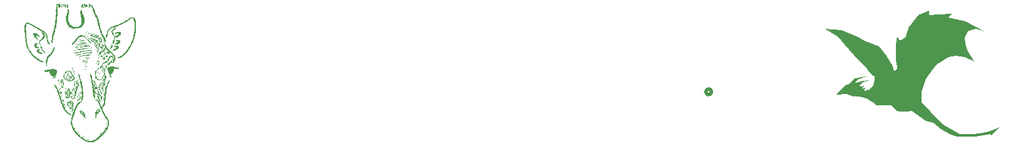
<source format=gbo>
G04*
G04 #@! TF.GenerationSoftware,Altium Limited,Altium Designer,20.2.5 (213)*
G04*
G04 Layer_Color=32896*
%FSLAX25Y25*%
%MOIN*%
G70*
G04*
G04 #@! TF.SameCoordinates,92E5EDCF-DFCA-46C6-996D-A93F768FBCA8*
G04*
G04*
G04 #@! TF.FilePolarity,Positive*
G04*
G01*
G75*
%ADD13C,0.02000*%
G36*
X164583Y191893D02*
X164732D01*
Y191744D01*
X164583D01*
Y191596D01*
X164732D01*
Y191447D01*
X164583D01*
Y191299D01*
X164732D01*
Y191151D01*
X164583D01*
Y191002D01*
X164732D01*
Y190854D01*
X164583D01*
Y190705D01*
X164732D01*
Y190557D01*
X164583D01*
Y190409D01*
X164732D01*
Y190260D01*
X164583D01*
Y190112D01*
Y189963D01*
X164286D01*
Y190112D01*
X164138D01*
Y190260D01*
X163989D01*
Y190112D01*
Y189963D01*
X163544D01*
Y190112D01*
Y190260D01*
X163396D01*
Y190409D01*
Y190557D01*
Y190705D01*
X163248D01*
Y190854D01*
X163099D01*
Y191002D01*
X162951D01*
Y190854D01*
Y190705D01*
Y190557D01*
X163099D01*
Y190409D01*
X162951D01*
Y190260D01*
X163099D01*
Y190112D01*
Y189963D01*
Y189815D01*
X162951D01*
Y189667D01*
X163099D01*
Y189518D01*
Y189370D01*
Y189221D01*
Y189073D01*
Y188925D01*
X163248D01*
Y188776D01*
X163099D01*
Y188628D01*
Y188479D01*
Y188331D01*
Y188182D01*
Y188034D01*
Y187886D01*
Y187737D01*
X163248D01*
Y187589D01*
X163099D01*
Y187441D01*
Y187292D01*
Y187144D01*
X163248D01*
Y186995D01*
X163099D01*
Y186847D01*
Y186698D01*
Y186550D01*
X163248D01*
Y186402D01*
X163099D01*
Y186253D01*
Y186105D01*
Y185957D01*
Y185808D01*
Y185660D01*
Y185511D01*
Y185363D01*
Y185214D01*
Y185066D01*
X162951D01*
Y184918D01*
X163099D01*
Y184769D01*
X162951D01*
Y184621D01*
X163099D01*
Y184473D01*
X162951D01*
Y184324D01*
Y184176D01*
Y184027D01*
Y183879D01*
Y183730D01*
X162802D01*
Y183582D01*
X162951D01*
Y183434D01*
X162802D01*
Y183285D01*
X162951D01*
Y183137D01*
X162802D01*
Y182989D01*
X162951D01*
Y182840D01*
X162802D01*
Y182692D01*
Y182543D01*
Y182395D01*
X162654D01*
Y182246D01*
X162802D01*
Y182098D01*
X162654D01*
Y181950D01*
Y181801D01*
Y181653D01*
Y181504D01*
Y181356D01*
X162505D01*
Y181208D01*
X162654D01*
Y181059D01*
X162505D01*
Y180911D01*
Y180763D01*
Y180614D01*
Y180466D01*
Y180317D01*
X162357D01*
Y180169D01*
Y180020D01*
Y179872D01*
X162209D01*
Y179724D01*
X162357D01*
Y179575D01*
X162209D01*
Y179427D01*
X162357D01*
Y179279D01*
X162209D01*
Y179130D01*
Y178982D01*
Y178833D01*
X162060D01*
Y178685D01*
Y178536D01*
Y178388D01*
X161912D01*
Y178240D01*
X162060D01*
Y178091D01*
X161912D01*
Y177943D01*
Y177795D01*
Y177646D01*
X161764D01*
Y177498D01*
X161615D01*
Y177349D01*
X161764D01*
Y177201D01*
X161615D01*
Y177052D01*
X161764D01*
Y176904D01*
X161615D01*
Y176756D01*
X161467D01*
Y176607D01*
Y176459D01*
Y176310D01*
X161318D01*
Y176162D01*
X161467D01*
Y176014D01*
X161318D01*
Y175865D01*
Y175717D01*
Y175568D01*
X161170D01*
Y175420D01*
Y175272D01*
Y175123D01*
X161021D01*
Y174975D01*
X161170D01*
Y174826D01*
X161021D01*
Y174678D01*
Y174530D01*
Y174381D01*
X160873D01*
Y174233D01*
Y174084D01*
Y173936D01*
X160725D01*
Y173788D01*
X160873D01*
Y173639D01*
X160725D01*
Y173491D01*
X160873D01*
Y173342D01*
X160725D01*
Y173194D01*
Y173046D01*
Y172897D01*
Y172749D01*
Y172600D01*
X160576D01*
Y172452D01*
Y172304D01*
Y172155D01*
X160725D01*
Y172007D01*
X160576D01*
Y171858D01*
Y171710D01*
Y171562D01*
X160725D01*
Y171413D01*
X160576D01*
Y171265D01*
Y171116D01*
Y170968D01*
X160428D01*
Y170820D01*
X160280D01*
Y170968D01*
X159983D01*
Y171116D01*
Y171265D01*
X159834D01*
Y171413D01*
X159983D01*
Y171562D01*
X159834D01*
Y171710D01*
X159983D01*
Y171858D01*
X159834D01*
Y172007D01*
X159983D01*
Y172155D01*
X159834D01*
Y172304D01*
X159983D01*
Y172452D01*
X159834D01*
Y172600D01*
X159983D01*
Y172749D01*
X159834D01*
Y172897D01*
X159983D01*
Y173046D01*
X159834D01*
Y173194D01*
X159983D01*
Y173342D01*
X159834D01*
Y173491D01*
X159983D01*
Y173639D01*
Y173788D01*
Y173936D01*
X160131D01*
Y174084D01*
Y174233D01*
Y174381D01*
X160280D01*
Y174530D01*
X160131D01*
Y174678D01*
X160280D01*
Y174826D01*
Y174975D01*
Y175123D01*
X160428D01*
Y175272D01*
Y175420D01*
Y175568D01*
X160576D01*
Y175717D01*
X160428D01*
Y175865D01*
X160576D01*
Y176014D01*
Y176162D01*
Y176310D01*
X160725D01*
Y176459D01*
Y176607D01*
Y176756D01*
X160873D01*
Y176904D01*
X160725D01*
Y177052D01*
X160873D01*
Y177201D01*
Y177349D01*
X161021D01*
Y177498D01*
Y177646D01*
X161170D01*
Y177795D01*
X161021D01*
Y177943D01*
X161170D01*
Y178091D01*
Y178240D01*
Y178388D01*
X161318D01*
Y178536D01*
X161170D01*
Y178685D01*
X161318D01*
Y178833D01*
X161467D01*
Y178982D01*
X161318D01*
Y179130D01*
X161467D01*
Y179279D01*
X161318D01*
Y179427D01*
X161467D01*
Y179575D01*
Y179724D01*
Y179872D01*
X161615D01*
Y180020D01*
Y180169D01*
Y180317D01*
Y180466D01*
Y180614D01*
X161764D01*
Y180763D01*
X161615D01*
Y180911D01*
X161764D01*
Y181059D01*
Y181208D01*
Y181356D01*
X161912D01*
Y181504D01*
X161764D01*
Y181653D01*
X161912D01*
Y181801D01*
Y181950D01*
Y182098D01*
Y182246D01*
Y182395D01*
X162060D01*
Y182543D01*
X161912D01*
Y182692D01*
X162060D01*
Y182840D01*
X161912D01*
Y182989D01*
X162060D01*
Y183137D01*
Y183285D01*
Y183434D01*
X161912D01*
Y183582D01*
X162060D01*
Y183730D01*
Y183879D01*
Y184027D01*
X162209D01*
Y184176D01*
X162060D01*
Y184324D01*
X162209D01*
Y184473D01*
X162060D01*
Y184621D01*
X162209D01*
Y184769D01*
X162060D01*
Y184918D01*
X162209D01*
Y185066D01*
Y185214D01*
Y185363D01*
Y185511D01*
Y185660D01*
Y185808D01*
Y185957D01*
Y186105D01*
Y186253D01*
X162357D01*
Y186402D01*
X162209D01*
Y186550D01*
X162357D01*
Y186698D01*
X162209D01*
Y186847D01*
X162357D01*
Y186995D01*
X162209D01*
Y187144D01*
X162357D01*
Y187292D01*
X162209D01*
Y187441D01*
X162357D01*
Y187589D01*
X162209D01*
Y187737D01*
X162357D01*
Y187886D01*
X162209D01*
Y188034D01*
X162357D01*
Y188182D01*
X162209D01*
Y188331D01*
X162357D01*
Y188479D01*
X162209D01*
Y188628D01*
X162357D01*
Y188776D01*
X162209D01*
Y188925D01*
X162357D01*
Y189073D01*
X162209D01*
Y189221D01*
X162357D01*
Y189370D01*
X162209D01*
Y189518D01*
X162357D01*
Y189667D01*
X162209D01*
Y189815D01*
X162357D01*
Y189963D01*
Y190112D01*
Y190260D01*
Y190409D01*
Y190557D01*
Y190705D01*
Y190854D01*
X162505D01*
Y191002D01*
X162357D01*
Y191151D01*
X162505D01*
Y191299D01*
Y191447D01*
Y191596D01*
X162654D01*
Y191744D01*
X162802D01*
Y191596D01*
X162951D01*
Y191744D01*
X163099D01*
Y191596D01*
X163248D01*
Y191447D01*
X163396D01*
Y191299D01*
X163544D01*
Y191447D01*
Y191596D01*
Y191744D01*
X163693D01*
Y191893D01*
X163841D01*
Y191744D01*
X163989D01*
Y191596D01*
X164138D01*
Y191744D01*
X164286D01*
Y191893D01*
X164435D01*
Y192041D01*
X164583D01*
Y191893D01*
D02*
G37*
G36*
X167996Y191447D02*
X167848D01*
Y191596D01*
X167996D01*
Y191447D01*
D02*
G37*
G36*
X167106D02*
X166958D01*
Y191596D01*
X167106D01*
Y191447D01*
D02*
G37*
G36*
X165770Y191744D02*
Y191596D01*
X165919D01*
Y191447D01*
X165770D01*
Y191299D01*
X165919D01*
Y191151D01*
X166067D01*
Y191002D01*
X165919D01*
Y191151D01*
X165770D01*
Y191002D01*
X165919D01*
Y190854D01*
X165770D01*
Y191002D01*
X165622D01*
Y190854D01*
Y190705D01*
Y190557D01*
Y190409D01*
Y190260D01*
X165473D01*
Y190112D01*
X165622D01*
Y189963D01*
X165473D01*
Y189815D01*
X165325D01*
Y189667D01*
X165177D01*
Y189815D01*
Y189963D01*
Y190112D01*
X165325D01*
Y190260D01*
X165177D01*
Y190409D01*
X165325D01*
Y190557D01*
X165177D01*
Y190705D01*
X165325D01*
Y190854D01*
X165177D01*
Y191002D01*
X165325D01*
Y191151D01*
X165177D01*
Y191299D01*
X165325D01*
Y191447D01*
Y191596D01*
Y191744D01*
Y191893D01*
X165770D01*
Y191744D01*
D02*
G37*
G36*
X179127Y191596D02*
X179275D01*
Y191447D01*
X179127D01*
Y191299D01*
X179275D01*
Y191151D01*
X179127D01*
Y191002D01*
X179275D01*
Y190854D01*
X179127D01*
Y190705D01*
X179275D01*
Y190557D01*
X179127D01*
Y190409D01*
X179275D01*
Y190260D01*
X179423D01*
Y190112D01*
Y189963D01*
X179127D01*
Y190112D01*
Y190260D01*
Y190409D01*
X178978D01*
Y190557D01*
X178830D01*
Y190409D01*
X178681D01*
Y190260D01*
X178533D01*
Y190112D01*
X178384D01*
Y190260D01*
X178236D01*
Y190409D01*
X178384D01*
Y190557D01*
X178236D01*
Y190705D01*
X178384D01*
Y190854D01*
X178236D01*
Y191002D01*
X178384D01*
Y191151D01*
X178236D01*
Y191299D01*
Y191447D01*
Y191596D01*
X178384D01*
Y191447D01*
X178533D01*
Y191299D01*
X178681D01*
Y191151D01*
X178533D01*
Y191002D01*
X178681D01*
Y190854D01*
X178830D01*
Y190705D01*
X178978D01*
Y190854D01*
X178830D01*
Y191002D01*
Y191151D01*
Y191299D01*
X178978D01*
Y191447D01*
X178830D01*
Y191596D01*
X178978D01*
Y191744D01*
X179127D01*
Y191596D01*
D02*
G37*
G36*
X180165Y191744D02*
X180314D01*
Y191596D01*
Y191447D01*
Y191299D01*
X180462D01*
Y191447D01*
X180611D01*
Y191299D01*
X180759D01*
Y191151D01*
X180611D01*
Y191002D01*
X180759D01*
Y190854D01*
Y190705D01*
Y190557D01*
X180611D01*
Y190705D01*
X180462D01*
Y190854D01*
X180314D01*
Y190705D01*
X180462D01*
Y190557D01*
X180314D01*
Y190409D01*
Y190260D01*
Y190112D01*
X180165D01*
Y189963D01*
X180017D01*
Y189815D01*
X179868D01*
Y189963D01*
X179720D01*
Y190112D01*
X179868D01*
Y190260D01*
X179720D01*
Y190409D01*
X179868D01*
Y190557D01*
X179720D01*
Y190705D01*
X179868D01*
Y190854D01*
X179720D01*
Y191002D01*
X179868D01*
Y191151D01*
X179720D01*
Y191299D01*
X179868D01*
Y191447D01*
Y191596D01*
Y191744D01*
X180017D01*
Y191893D01*
X180165D01*
Y191744D01*
D02*
G37*
G36*
X177346Y191299D02*
Y191151D01*
Y191002D01*
Y190854D01*
Y190705D01*
Y190557D01*
Y190409D01*
X177197D01*
Y190557D01*
X177049D01*
Y190705D01*
X177197D01*
Y190854D01*
X177049D01*
Y191002D01*
X177197D01*
Y191151D01*
X177049D01*
Y191299D01*
X177197D01*
Y191447D01*
X177346D01*
Y191299D01*
D02*
G37*
G36*
X181352Y189963D02*
X181204D01*
Y190112D01*
X181352D01*
Y189963D01*
D02*
G37*
G36*
X177791Y191744D02*
X177939D01*
Y191596D01*
X178088D01*
Y191447D01*
X177939D01*
Y191299D01*
X178088D01*
Y191151D01*
X177939D01*
Y191002D01*
X178088D01*
Y190854D01*
X177939D01*
Y190705D01*
X178088D01*
Y190557D01*
X177939D01*
Y190409D01*
X178088D01*
Y190260D01*
X177939D01*
Y190112D01*
X178088D01*
Y189963D01*
X177643D01*
Y190112D01*
Y190260D01*
Y190409D01*
X177494D01*
Y190557D01*
Y190705D01*
Y190854D01*
Y191002D01*
Y191151D01*
Y191299D01*
Y191447D01*
Y191596D01*
Y191744D01*
X177643D01*
Y191893D01*
X177791D01*
Y191744D01*
D02*
G37*
G36*
X176455Y191893D02*
X176604D01*
Y191744D01*
X176752D01*
Y191596D01*
X176604D01*
Y191447D01*
X176752D01*
Y191299D01*
X176900D01*
Y191151D01*
X176752D01*
Y191002D01*
X176900D01*
Y190854D01*
Y190705D01*
Y190557D01*
X177049D01*
Y190409D01*
X177197D01*
Y190260D01*
X177346D01*
Y190112D01*
Y189963D01*
Y189815D01*
X177197D01*
Y189667D01*
X177049D01*
Y189815D01*
X176900D01*
Y189963D01*
X176752D01*
Y190112D01*
X176900D01*
Y190260D01*
X176752D01*
Y190409D01*
Y190557D01*
Y190705D01*
X176604D01*
Y190854D01*
Y191002D01*
Y191151D01*
X176455D01*
Y191002D01*
X176307D01*
Y190854D01*
X176455D01*
Y190705D01*
X176307D01*
Y190557D01*
X176455D01*
Y190409D01*
X176307D01*
Y190260D01*
X176455D01*
Y190112D01*
X176307D01*
Y189963D01*
Y189815D01*
Y189667D01*
Y189518D01*
Y189370D01*
X176158D01*
Y189221D01*
X176010D01*
Y189370D01*
Y189518D01*
Y189667D01*
X175862D01*
Y189815D01*
X176010D01*
Y189963D01*
X175862D01*
Y190112D01*
X176010D01*
Y190260D01*
X175862D01*
Y190409D01*
X176010D01*
Y190557D01*
X175862D01*
Y190705D01*
X176010D01*
Y190854D01*
X175862D01*
Y191002D01*
X176010D01*
Y191151D01*
Y191299D01*
Y191447D01*
X176158D01*
Y191596D01*
X176307D01*
Y191744D01*
X176158D01*
Y191893D01*
X176307D01*
Y192041D01*
X176455D01*
Y191893D01*
D02*
G37*
G36*
X166661Y191596D02*
X166809D01*
Y191447D01*
X166958D01*
Y191299D01*
X167106D01*
Y191151D01*
X167254D01*
Y191299D01*
X167403D01*
Y191447D01*
X167551D01*
Y191299D01*
X167700D01*
Y191447D01*
X167848D01*
Y191299D01*
X167996D01*
Y191151D01*
X168145D01*
Y191002D01*
X168293D01*
Y191151D01*
Y191299D01*
X168442D01*
Y191447D01*
Y191596D01*
X168590D01*
Y191447D01*
X168738D01*
Y191299D01*
X168887D01*
Y191151D01*
X169035D01*
Y191002D01*
X168887D01*
Y190854D01*
Y190705D01*
Y190557D01*
X168738D01*
Y190409D01*
X168887D01*
Y190260D01*
X168738D01*
Y190112D01*
X168887D01*
Y189963D01*
X168738D01*
Y189815D01*
X168590D01*
Y189667D01*
X168442D01*
Y189518D01*
X168590D01*
Y189370D01*
X168145D01*
Y189518D01*
X167996D01*
Y189667D01*
X168145D01*
Y189815D01*
X167996D01*
Y189963D01*
X167848D01*
Y190112D01*
X167996D01*
Y190260D01*
Y190409D01*
Y190557D01*
X167848D01*
Y190705D01*
X167996D01*
Y190854D01*
X167848D01*
Y191002D01*
X167700D01*
Y191151D01*
X167551D01*
Y191002D01*
X167700D01*
Y190854D01*
X167551D01*
Y190705D01*
Y190557D01*
Y190409D01*
Y190260D01*
X167403D01*
Y190112D01*
Y189963D01*
X167254D01*
Y190112D01*
X167106D01*
Y190260D01*
X166958D01*
Y190409D01*
X167106D01*
Y190557D01*
X166958D01*
Y190705D01*
X167106D01*
Y190854D01*
X166958D01*
Y191002D01*
Y191151D01*
Y191299D01*
X166809D01*
Y191447D01*
X166661D01*
Y191299D01*
Y191151D01*
Y191002D01*
X166512D01*
Y190854D01*
X166661D01*
Y190705D01*
X166512D01*
Y190557D01*
X166364D01*
Y190409D01*
X166512D01*
Y190260D01*
X166364D01*
Y190112D01*
X166216D01*
Y190260D01*
X166067D01*
Y190409D01*
X165919D01*
Y190557D01*
X166067D01*
Y190705D01*
X166216D01*
Y190854D01*
Y191002D01*
Y191151D01*
Y191299D01*
Y191447D01*
X166364D01*
Y191596D01*
X166512D01*
Y191744D01*
X166661D01*
Y191596D01*
D02*
G37*
G36*
X203464Y184473D02*
X203909D01*
Y184324D01*
X204058D01*
Y184176D01*
X204206D01*
Y184027D01*
Y183879D01*
Y183730D01*
X204355D01*
Y183582D01*
Y183434D01*
Y183285D01*
X204503D01*
Y183137D01*
Y182989D01*
X204651D01*
Y182840D01*
Y182692D01*
Y182543D01*
Y182395D01*
X204800D01*
Y182246D01*
X204651D01*
Y182098D01*
X204800D01*
Y181950D01*
X204651D01*
Y181801D01*
X204800D01*
Y181653D01*
Y181504D01*
Y181356D01*
X204651D01*
Y181208D01*
X204800D01*
Y181059D01*
Y180911D01*
Y180763D01*
Y180614D01*
Y180466D01*
Y180317D01*
Y180169D01*
Y180020D01*
Y179872D01*
Y179724D01*
Y179575D01*
X204948D01*
Y179427D01*
X204800D01*
Y179279D01*
Y179130D01*
Y178982D01*
Y178833D01*
Y178685D01*
Y178536D01*
Y178388D01*
X204651D01*
Y178240D01*
X204800D01*
Y178091D01*
Y177943D01*
Y177795D01*
X204651D01*
Y177646D01*
X204800D01*
Y177498D01*
X204651D01*
Y177349D01*
X204800D01*
Y177201D01*
X204651D01*
Y177052D01*
X204800D01*
Y176904D01*
X204651D01*
Y176756D01*
Y176607D01*
Y176459D01*
Y176310D01*
Y176162D01*
X204503D01*
Y176014D01*
Y175865D01*
Y175717D01*
X204355D01*
Y175568D01*
X204503D01*
Y175420D01*
X204355D01*
Y175272D01*
X204503D01*
Y175123D01*
X204355D01*
Y174975D01*
Y174826D01*
Y174678D01*
X204206D01*
Y174530D01*
Y174381D01*
Y174233D01*
X204058D01*
Y174084D01*
X204206D01*
Y173936D01*
X204058D01*
Y173788D01*
Y173639D01*
Y173491D01*
X203909D01*
Y173342D01*
X203761D01*
Y173194D01*
X203909D01*
Y173046D01*
X203761D01*
Y172897D01*
X203909D01*
Y172749D01*
X203761D01*
Y172600D01*
Y172452D01*
X203613D01*
Y172304D01*
Y172155D01*
X203464D01*
Y172007D01*
X203613D01*
Y171858D01*
X203464D01*
Y171710D01*
X203316D01*
Y171562D01*
Y171413D01*
Y171265D01*
X203168D01*
Y171116D01*
Y170968D01*
X203019D01*
Y170820D01*
Y170671D01*
X202871D01*
Y170523D01*
X203019D01*
Y170374D01*
X202871D01*
Y170226D01*
X202722D01*
Y170078D01*
X202574D01*
Y169929D01*
Y169781D01*
X202426D01*
Y169632D01*
Y169484D01*
X202277D01*
Y169336D01*
Y169187D01*
X202129D01*
Y169039D01*
Y168890D01*
X201980D01*
Y168742D01*
X201832D01*
Y168594D01*
X201683D01*
Y168445D01*
Y168297D01*
X201535D01*
Y168148D01*
Y168000D01*
X201387D01*
Y167852D01*
X201238D01*
Y167703D01*
X201090D01*
Y167555D01*
X201238D01*
Y167406D01*
X201090D01*
Y167258D01*
X200941D01*
Y167110D01*
X200793D01*
Y166961D01*
X200645D01*
Y166813D01*
X200496D01*
Y166664D01*
Y166516D01*
X200348D01*
Y166368D01*
Y166219D01*
X200199D01*
Y166071D01*
X200051D01*
Y165922D01*
X199903D01*
Y165774D01*
X199754D01*
Y165626D01*
X199606D01*
Y165477D01*
X199457D01*
Y165329D01*
X199309D01*
Y165180D01*
Y165032D01*
X199012D01*
Y164884D01*
Y164735D01*
X198715D01*
Y164587D01*
X198567D01*
Y164438D01*
X198419D01*
Y164290D01*
X198270D01*
Y164142D01*
X198122D01*
Y163993D01*
X197973D01*
Y163845D01*
X197528D01*
Y163696D01*
X197380D01*
Y163548D01*
X197231D01*
Y163400D01*
X197083D01*
Y163251D01*
X196638D01*
Y163103D01*
X196193D01*
Y162954D01*
X195451D01*
Y162806D01*
X195302D01*
Y162954D01*
X195154D01*
Y163103D01*
X195005D01*
Y163251D01*
X195154D01*
Y163400D01*
X195302D01*
Y163251D01*
X195451D01*
Y163400D01*
X195599D01*
Y163548D01*
X195747D01*
Y163400D01*
X195896D01*
Y163548D01*
X196044D01*
Y163696D01*
X196193D01*
Y163845D01*
X196341D01*
Y163993D01*
X196786D01*
Y164142D01*
X196935D01*
Y164290D01*
X197380D01*
Y164438D01*
X197528D01*
Y164587D01*
X197677D01*
Y164735D01*
X197825D01*
Y164884D01*
X197973D01*
Y165032D01*
X198122D01*
Y165180D01*
X198270D01*
Y165329D01*
X198419D01*
Y165477D01*
X198567D01*
Y165626D01*
X198715D01*
Y165774D01*
X198864D01*
Y165922D01*
X199012D01*
Y166071D01*
X199161D01*
Y166219D01*
X199309D01*
Y166368D01*
X199457D01*
Y166516D01*
X199606D01*
Y166664D01*
X199754D01*
Y166813D01*
Y166961D01*
X199903D01*
Y167110D01*
Y167258D01*
X200051D01*
Y167406D01*
X200199D01*
Y167555D01*
X200348D01*
Y167703D01*
Y167852D01*
X200496D01*
Y168000D01*
Y168148D01*
X200645D01*
Y168297D01*
X200793D01*
Y168445D01*
X200941D01*
Y168594D01*
Y168742D01*
X201238D01*
Y168890D01*
X201090D01*
Y169039D01*
X201238D01*
Y169187D01*
X201387D01*
Y169336D01*
X201535D01*
Y169484D01*
Y169632D01*
X201683D01*
Y169781D01*
Y169929D01*
X201832D01*
Y170078D01*
X201980D01*
Y170226D01*
Y170374D01*
Y170523D01*
X202129D01*
Y170671D01*
X202277D01*
Y170820D01*
Y170968D01*
Y171116D01*
X202426D01*
Y171265D01*
Y171413D01*
X202574D01*
Y171562D01*
Y171710D01*
X202722D01*
Y171858D01*
Y172007D01*
Y172155D01*
X202871D01*
Y172304D01*
X203019D01*
Y172452D01*
X202871D01*
Y172600D01*
X203019D01*
Y172749D01*
X202871D01*
Y172897D01*
X203019D01*
Y173046D01*
X203168D01*
Y173194D01*
Y173342D01*
Y173491D01*
X203316D01*
Y173639D01*
X203168D01*
Y173788D01*
X203316D01*
Y173936D01*
Y174084D01*
X203464D01*
Y174233D01*
Y174381D01*
Y174530D01*
Y174678D01*
X203613D01*
Y174826D01*
Y174975D01*
Y175123D01*
X203761D01*
Y175272D01*
X203613D01*
Y175420D01*
X203761D01*
Y175568D01*
Y175717D01*
Y175865D01*
X203909D01*
Y176014D01*
X203761D01*
Y176162D01*
X203909D01*
Y176310D01*
X203761D01*
Y176459D01*
X203909D01*
Y176607D01*
Y176756D01*
Y176904D01*
Y177052D01*
Y177201D01*
X204058D01*
Y177349D01*
X203909D01*
Y177498D01*
X204058D01*
Y177646D01*
Y177795D01*
Y177943D01*
Y178091D01*
Y178240D01*
X204206D01*
Y178388D01*
X204058D01*
Y178536D01*
X204206D01*
Y178685D01*
X204058D01*
Y178833D01*
X204206D01*
Y178982D01*
X204058D01*
Y179130D01*
X204206D01*
Y179279D01*
X204058D01*
Y179427D01*
X204206D01*
Y179575D01*
X204058D01*
Y179724D01*
X204206D01*
Y179872D01*
X204058D01*
Y180020D01*
X204206D01*
Y180169D01*
X204058D01*
Y180317D01*
Y180466D01*
Y180614D01*
X204206D01*
Y180763D01*
X204058D01*
Y180911D01*
Y181059D01*
Y181208D01*
X204206D01*
Y181356D01*
X204058D01*
Y181504D01*
Y181653D01*
Y181801D01*
Y181950D01*
Y182098D01*
X203909D01*
Y182246D01*
Y182395D01*
Y182543D01*
Y182692D01*
Y182840D01*
X203761D01*
Y182989D01*
Y183137D01*
Y183285D01*
X203613D01*
Y183434D01*
Y183582D01*
Y183730D01*
X203464D01*
Y183879D01*
X203316D01*
Y184027D01*
X202871D01*
Y183879D01*
X202722D01*
Y184027D01*
X202574D01*
Y183879D01*
X202129D01*
Y183730D01*
X201683D01*
Y183582D01*
X201535D01*
Y183434D01*
X201387D01*
Y183285D01*
X201238D01*
Y183137D01*
X200793D01*
Y182989D01*
X200645D01*
Y182840D01*
X200496D01*
Y182692D01*
X200348D01*
Y182543D01*
X199903D01*
Y182395D01*
X200051D01*
Y182246D01*
X199606D01*
Y182098D01*
X199457D01*
Y181950D01*
X199309D01*
Y181801D01*
X199161D01*
Y181653D01*
X198715D01*
Y181504D01*
X198567D01*
Y181356D01*
X198122D01*
Y181208D01*
X197973D01*
Y181059D01*
X197528D01*
Y180911D01*
X197380D01*
Y180763D01*
X196935D01*
Y180614D01*
X196786D01*
Y180466D01*
X196638D01*
Y180614D01*
X196489D01*
Y180466D01*
X196341D01*
Y180317D01*
X196193D01*
Y180169D01*
X196044D01*
Y180317D01*
X195896D01*
Y180169D01*
X195451D01*
Y180020D01*
X195302D01*
Y179872D01*
X194857D01*
Y179724D01*
X194412D01*
Y179575D01*
X193967D01*
Y179427D01*
X193818D01*
Y179279D01*
X193373D01*
Y179130D01*
X193225D01*
Y179279D01*
X193076D01*
Y179130D01*
X192928D01*
Y178982D01*
X192483D01*
Y178833D01*
X192334D01*
Y178982D01*
X192186D01*
Y178833D01*
X192334D01*
Y178685D01*
X192186D01*
Y178833D01*
X192037D01*
Y178685D01*
X191592D01*
Y178536D01*
X191444D01*
Y178388D01*
X191295D01*
Y178240D01*
X191147D01*
Y178091D01*
X190999D01*
Y177943D01*
X190850D01*
Y177795D01*
X190702D01*
Y177646D01*
X190553D01*
Y177498D01*
X190405D01*
Y177349D01*
X190257D01*
Y177201D01*
Y177052D01*
Y176904D01*
X190108D01*
Y176756D01*
Y176607D01*
Y176459D01*
X189960D01*
Y176310D01*
X189811D01*
Y176162D01*
X189960D01*
Y176014D01*
X189811D01*
Y175865D01*
Y175717D01*
Y175568D01*
X189663D01*
Y175420D01*
Y175272D01*
Y175123D01*
X189515D01*
Y174975D01*
X189663D01*
Y174826D01*
X189515D01*
Y174678D01*
Y174530D01*
Y174381D01*
X189366D01*
Y174233D01*
X189218D01*
Y174084D01*
X189366D01*
Y173936D01*
X188921D01*
Y174084D01*
Y174233D01*
Y174381D01*
X189069D01*
Y174530D01*
X188921D01*
Y174678D01*
X189069D01*
Y174826D01*
X188921D01*
Y174975D01*
X189069D01*
Y175123D01*
Y175272D01*
Y175420D01*
X189218D01*
Y175568D01*
Y175717D01*
Y175865D01*
X189366D01*
Y176014D01*
X189218D01*
Y176162D01*
X189366D01*
Y176310D01*
Y176459D01*
Y176607D01*
X189515D01*
Y176756D01*
X189663D01*
Y176904D01*
X189515D01*
Y177052D01*
X189663D01*
Y177201D01*
X189811D01*
Y177349D01*
Y177498D01*
Y177646D01*
X189960D01*
Y177795D01*
X190108D01*
Y177943D01*
X190257D01*
Y178091D01*
Y178240D01*
X190553D01*
Y178388D01*
Y178536D01*
X190850D01*
Y178685D01*
Y178833D01*
X191147D01*
Y178982D01*
X191295D01*
Y179130D01*
X191444D01*
Y179279D01*
X191592D01*
Y179427D01*
X191741D01*
Y179279D01*
X191889D01*
Y179427D01*
X192334D01*
Y179575D01*
X192483D01*
Y179724D01*
X192928D01*
Y179872D01*
X193076D01*
Y180020D01*
X193521D01*
Y180169D01*
X193670D01*
Y180020D01*
X193818D01*
Y180169D01*
X193967D01*
Y180317D01*
X194412D01*
Y180466D01*
X194560D01*
Y180614D01*
X194709D01*
Y180466D01*
X194857D01*
Y180614D01*
X195302D01*
Y180763D01*
X195451D01*
Y180911D01*
X195896D01*
Y181059D01*
X196044D01*
Y181208D01*
X196489D01*
Y181356D01*
X196638D01*
Y181504D01*
X196786D01*
Y181356D01*
X196935D01*
Y181504D01*
X197083D01*
Y181653D01*
X197231D01*
Y181504D01*
X197380D01*
Y181653D01*
X197528D01*
Y181801D01*
X197973D01*
Y181950D01*
X198122D01*
Y182098D01*
X198567D01*
Y182246D01*
X198715D01*
Y182395D01*
X198864D01*
Y182543D01*
X199012D01*
Y182692D01*
X199457D01*
Y182840D01*
X199606D01*
Y182989D01*
X200051D01*
Y183137D01*
Y183285D01*
X200348D01*
Y183434D01*
X200496D01*
Y183582D01*
X200793D01*
Y183730D01*
Y183879D01*
X200941D01*
Y183730D01*
X201090D01*
Y183879D01*
X201238D01*
Y184027D01*
X201387D01*
Y184176D01*
X201832D01*
Y184324D01*
X201980D01*
Y184473D01*
X202129D01*
Y184324D01*
X202277D01*
Y184473D01*
X203019D01*
Y184621D01*
X203168D01*
Y184473D01*
X203316D01*
Y184621D01*
X203464D01*
Y184473D01*
D02*
G37*
G36*
X147369Y181801D02*
X147814D01*
Y181653D01*
X147962D01*
Y181504D01*
X148407D01*
Y181356D01*
X148556D01*
Y181208D01*
X149001D01*
Y181059D01*
X149149D01*
Y180911D01*
X149595D01*
Y180763D01*
X149743D01*
Y180614D01*
X150188D01*
Y180466D01*
X150337D01*
Y180317D01*
X150485D01*
Y180169D01*
X150633D01*
Y180020D01*
X151079D01*
Y179872D01*
X151227D01*
Y179724D01*
X151375D01*
Y179575D01*
X151672D01*
Y179427D01*
X151969D01*
Y179279D01*
X152117D01*
Y179130D01*
X152563D01*
Y178982D01*
X152711D01*
Y178833D01*
X153156D01*
Y178685D01*
X153305D01*
Y178536D01*
X153453D01*
Y178388D01*
X153601D01*
Y178536D01*
X153750D01*
Y178388D01*
X153898D01*
Y178240D01*
X154047D01*
Y178091D01*
X154195D01*
Y178240D01*
X154343D01*
Y178091D01*
Y177943D01*
X154640D01*
Y177795D01*
X154789D01*
Y177646D01*
X155234D01*
Y177498D01*
X155382D01*
Y177349D01*
X155827D01*
Y177201D01*
Y177052D01*
X156124D01*
Y176904D01*
X156273D01*
Y176756D01*
X156421D01*
Y176607D01*
X156570D01*
Y176459D01*
X156718D01*
Y176310D01*
X156866D01*
Y176162D01*
X157015D01*
Y176014D01*
X157163D01*
Y175865D01*
X157311D01*
Y175717D01*
Y175568D01*
Y175420D01*
X157460D01*
Y175272D01*
X157608D01*
Y175123D01*
X157460D01*
Y174975D01*
X157608D01*
Y174826D01*
Y174678D01*
X157757D01*
Y174530D01*
Y174381D01*
Y174233D01*
Y174084D01*
X157905D01*
Y173936D01*
X157757D01*
Y173788D01*
X157905D01*
Y173639D01*
X157757D01*
Y173491D01*
X157905D01*
Y173342D01*
X157757D01*
Y173194D01*
X157905D01*
Y173046D01*
X157757D01*
Y172897D01*
X157905D01*
Y172749D01*
Y172600D01*
Y172452D01*
X158054D01*
Y172304D01*
X158202D01*
Y172155D01*
X158054D01*
Y172007D01*
X158202D01*
Y171858D01*
Y171710D01*
X158499D01*
Y171562D01*
X158350D01*
Y171413D01*
X158499D01*
Y171265D01*
X158647D01*
Y171116D01*
X158795D01*
Y170968D01*
X158647D01*
Y170820D01*
X158944D01*
Y170671D01*
Y170523D01*
X159092D01*
Y170374D01*
X159241D01*
Y170226D01*
X159092D01*
Y170078D01*
X158647D01*
Y170226D01*
X158499D01*
Y170374D01*
X158350D01*
Y170523D01*
X158202D01*
Y170671D01*
X158054D01*
Y170820D01*
Y170968D01*
X157905D01*
Y171116D01*
Y171265D01*
X157757D01*
Y171413D01*
X157608D01*
Y171562D01*
Y171710D01*
Y171858D01*
X157460D01*
Y172007D01*
Y172155D01*
Y172304D01*
X157311D01*
Y172452D01*
Y172600D01*
Y172749D01*
X157163D01*
Y172897D01*
X157311D01*
Y173046D01*
X157163D01*
Y173194D01*
Y173342D01*
Y173491D01*
X157311D01*
Y173639D01*
X157163D01*
Y173788D01*
Y173936D01*
Y174084D01*
Y174233D01*
Y174381D01*
X157015D01*
Y174530D01*
Y174678D01*
Y174826D01*
X156866D01*
Y174975D01*
X157015D01*
Y175123D01*
X156866D01*
Y175272D01*
X156718D01*
Y175420D01*
Y175568D01*
Y175717D01*
X156570D01*
Y175865D01*
X156421D01*
Y176014D01*
X156273D01*
Y176162D01*
X156124D01*
Y176310D01*
X155976D01*
Y176459D01*
X155827D01*
Y176607D01*
X155382D01*
Y176756D01*
X155234D01*
Y176904D01*
X154789D01*
Y177052D01*
X154640D01*
Y177201D01*
X154492D01*
Y177349D01*
X154047D01*
Y177498D01*
X153898D01*
Y177646D01*
X153750D01*
Y177795D01*
X153305D01*
Y177943D01*
X153156D01*
Y178091D01*
X153008D01*
Y177943D01*
X152859D01*
Y178091D01*
X152711D01*
Y178240D01*
X152563D01*
Y178388D01*
X152117D01*
Y178536D01*
X151969D01*
Y178685D01*
X151524D01*
Y178833D01*
X151375D01*
Y178982D01*
X150930D01*
Y179130D01*
X150782D01*
Y179279D01*
X150633D01*
Y179427D01*
X150485D01*
Y179575D01*
X150040D01*
Y179724D01*
X149891D01*
Y179872D01*
X149743D01*
Y180020D01*
X149595D01*
Y180169D01*
X149149D01*
Y180317D01*
X149001D01*
Y180466D01*
X148556D01*
Y180614D01*
X148407D01*
Y180763D01*
X147962D01*
Y180911D01*
X147814D01*
Y181059D01*
X147369D01*
Y181208D01*
X147220D01*
Y181356D01*
X147072D01*
Y181208D01*
X147220D01*
Y181059D01*
X147072D01*
Y181208D01*
X146923D01*
Y181059D01*
X146775D01*
Y180911D01*
X146627D01*
Y180763D01*
X146478D01*
Y180614D01*
X146627D01*
Y180466D01*
X146478D01*
Y180317D01*
X146330D01*
Y180169D01*
Y180020D01*
Y179872D01*
X146181D01*
Y179724D01*
X146330D01*
Y179575D01*
X146181D01*
Y179427D01*
X146330D01*
Y179279D01*
X146181D01*
Y179130D01*
X146330D01*
Y178982D01*
X146181D01*
Y178833D01*
X146330D01*
Y178685D01*
X146181D01*
Y178536D01*
X146330D01*
Y178388D01*
X146181D01*
Y178240D01*
X146330D01*
Y178091D01*
X146181D01*
Y177943D01*
X146330D01*
Y177795D01*
Y177646D01*
Y177498D01*
Y177349D01*
Y177201D01*
Y177052D01*
X146478D01*
Y176904D01*
Y176756D01*
X146330D01*
Y176607D01*
X146478D01*
Y176459D01*
Y176310D01*
Y176162D01*
Y176014D01*
Y175865D01*
X146627D01*
Y175717D01*
X146478D01*
Y175568D01*
X146627D01*
Y175420D01*
X146478D01*
Y175272D01*
X146627D01*
Y175123D01*
X146478D01*
Y174975D01*
X146627D01*
Y174826D01*
X146478D01*
Y174678D01*
X146627D01*
Y174530D01*
Y174381D01*
Y174233D01*
Y174084D01*
Y173936D01*
Y173788D01*
Y173639D01*
Y173491D01*
Y173342D01*
Y173194D01*
Y173046D01*
X146775D01*
Y172897D01*
X146627D01*
Y172749D01*
X146775D01*
Y172600D01*
X146627D01*
Y172452D01*
X146775D01*
Y172304D01*
Y172155D01*
Y172007D01*
X146923D01*
Y171858D01*
X146775D01*
Y171710D01*
X146923D01*
Y171562D01*
X146775D01*
Y171413D01*
X146923D01*
Y171265D01*
X146775D01*
Y171116D01*
X146923D01*
Y170968D01*
Y170820D01*
Y170671D01*
X147072D01*
Y170523D01*
Y170374D01*
Y170226D01*
Y170078D01*
Y169929D01*
X147220D01*
Y169781D01*
X147072D01*
Y169632D01*
X147220D01*
Y169484D01*
Y169336D01*
Y169187D01*
X147369D01*
Y169039D01*
X147517D01*
Y168890D01*
X147369D01*
Y168742D01*
X147517D01*
Y168594D01*
X147665D01*
Y168445D01*
Y168297D01*
Y168148D01*
X147814D01*
Y168000D01*
Y167852D01*
X147962D01*
Y167703D01*
Y167555D01*
X148111D01*
Y167406D01*
X148259D01*
Y167258D01*
Y167110D01*
Y166961D01*
X148407D01*
Y166813D01*
X148556D01*
Y166664D01*
X148704D01*
Y166516D01*
Y166368D01*
X149001D01*
Y166219D01*
X148853D01*
Y166071D01*
X149001D01*
Y165922D01*
X149149D01*
Y165774D01*
X149298D01*
Y165626D01*
X149446D01*
Y165477D01*
X149595D01*
Y165329D01*
Y165180D01*
X149743D01*
Y165032D01*
Y164884D01*
X149891D01*
Y164735D01*
X150040D01*
Y164587D01*
X150188D01*
Y164438D01*
X150337D01*
Y164290D01*
X150485D01*
Y164142D01*
X150633D01*
Y163993D01*
X150930D01*
Y163845D01*
Y163696D01*
X151375D01*
Y163548D01*
X151524D01*
Y163400D01*
X151672D01*
Y163251D01*
X151821D01*
Y163103D01*
X152266D01*
Y162954D01*
Y162806D01*
X152563D01*
Y162657D01*
X152711D01*
Y162509D01*
X152859D01*
Y162361D01*
X153008D01*
Y162212D01*
X153156D01*
Y162361D01*
X153305D01*
Y162212D01*
X153453D01*
Y162064D01*
X153601D01*
Y161916D01*
X154047D01*
Y161767D01*
X154195D01*
Y161619D01*
X154343D01*
Y161767D01*
X154492D01*
Y161619D01*
X154937D01*
Y161470D01*
Y161322D01*
X155234D01*
Y161173D01*
X155382D01*
Y161025D01*
X155531D01*
Y160877D01*
X155679D01*
Y160728D01*
X155531D01*
Y160580D01*
X155086D01*
Y160728D01*
X154937D01*
Y160877D01*
X154789D01*
Y160728D01*
X154640D01*
Y160877D01*
X154492D01*
Y161025D01*
X154343D01*
Y160877D01*
X154195D01*
Y161025D01*
X154047D01*
Y161173D01*
X153601D01*
Y161322D01*
X153453D01*
Y161173D01*
X153305D01*
Y161322D01*
X153156D01*
Y161470D01*
X152859D01*
Y161619D01*
X152563D01*
Y161767D01*
X152414D01*
Y161916D01*
X152266D01*
Y162064D01*
X151821D01*
Y162212D01*
X151969D01*
Y162361D01*
X151524D01*
Y162509D01*
X151375D01*
Y162657D01*
X151227D01*
Y162806D01*
X151079D01*
Y162954D01*
X150782D01*
Y163103D01*
X150485D01*
Y163251D01*
X150337D01*
Y163400D01*
X150188D01*
Y163548D01*
X150040D01*
Y163696D01*
X149891D01*
Y163845D01*
X149743D01*
Y163993D01*
X149595D01*
Y164142D01*
X149446D01*
Y164290D01*
Y164438D01*
X149298D01*
Y164587D01*
Y164735D01*
X149149D01*
Y164884D01*
X149001D01*
Y165032D01*
X148853D01*
Y165180D01*
Y165329D01*
X148704D01*
Y165477D01*
Y165626D01*
X148556D01*
Y165774D01*
X148407D01*
Y165922D01*
X148259D01*
Y166071D01*
Y166219D01*
X148111D01*
Y166368D01*
Y166516D01*
X147962D01*
Y166664D01*
X147814D01*
Y166813D01*
X147665D01*
Y166961D01*
X147814D01*
Y167110D01*
X147665D01*
Y167258D01*
X147517D01*
Y167406D01*
X147369D01*
Y167555D01*
Y167703D01*
X147220D01*
Y167852D01*
Y168000D01*
X147072D01*
Y168148D01*
X146923D01*
Y168297D01*
Y168445D01*
Y168594D01*
X146775D01*
Y168742D01*
Y168890D01*
X146627D01*
Y169039D01*
Y169187D01*
X146478D01*
Y169336D01*
X146627D01*
Y169484D01*
X146478D01*
Y169632D01*
Y169781D01*
Y169929D01*
X146330D01*
Y170078D01*
Y170226D01*
Y170374D01*
X146181D01*
Y170523D01*
X146330D01*
Y170671D01*
X146181D01*
Y170820D01*
X146330D01*
Y170968D01*
X146181D01*
Y171116D01*
Y171265D01*
Y171413D01*
X146033D01*
Y171562D01*
Y171710D01*
Y171858D01*
Y172007D01*
Y172155D01*
X145885D01*
Y172304D01*
X146033D01*
Y172452D01*
X145885D01*
Y172600D01*
X146033D01*
Y172749D01*
X145885D01*
Y172897D01*
X146033D01*
Y173046D01*
X145885D01*
Y173194D01*
Y173342D01*
Y173491D01*
Y173639D01*
Y173788D01*
X145736D01*
Y173936D01*
X145885D01*
Y174084D01*
X145736D01*
Y174233D01*
X145885D01*
Y174381D01*
X145736D01*
Y174530D01*
Y174678D01*
Y174826D01*
Y174975D01*
Y175123D01*
X145588D01*
Y175272D01*
X145736D01*
Y175420D01*
X145588D01*
Y175568D01*
X145736D01*
Y175717D01*
X145588D01*
Y175865D01*
X145736D01*
Y176014D01*
X145588D01*
Y176162D01*
X145736D01*
Y176310D01*
X145588D01*
Y176459D01*
Y176607D01*
Y176756D01*
Y176904D01*
Y177052D01*
X145439D01*
Y177201D01*
X145588D01*
Y177349D01*
X145439D01*
Y177498D01*
X145588D01*
Y177646D01*
X145439D01*
Y177795D01*
Y177943D01*
Y178091D01*
Y178240D01*
Y178388D01*
Y178536D01*
Y178685D01*
Y178833D01*
Y178982D01*
Y179130D01*
Y179279D01*
X145588D01*
Y179427D01*
X145439D01*
Y179575D01*
X145588D01*
Y179724D01*
Y179872D01*
Y180020D01*
X145736D01*
Y180169D01*
X145588D01*
Y180317D01*
X145736D01*
Y180466D01*
Y180614D01*
X145885D01*
Y180763D01*
Y180911D01*
X146033D01*
Y181059D01*
X146181D01*
Y181208D01*
Y181356D01*
Y181504D01*
X146330D01*
Y181653D01*
X146478D01*
Y181801D01*
X146923D01*
Y181950D01*
X147072D01*
Y181801D01*
X147220D01*
Y181950D01*
X147369D01*
Y181801D01*
D02*
G37*
G36*
X168738Y188925D02*
X168887D01*
Y188776D01*
X169035D01*
Y188628D01*
Y188479D01*
Y188331D01*
X169184D01*
Y188182D01*
X169035D01*
Y188034D01*
X169184D01*
Y187886D01*
X169332D01*
Y187737D01*
Y187589D01*
Y187441D01*
X169184D01*
Y187292D01*
X169332D01*
Y187144D01*
X169184D01*
Y186995D01*
Y186847D01*
Y186698D01*
X169035D01*
Y186550D01*
X169184D01*
Y186402D01*
X169035D01*
Y186253D01*
Y186105D01*
Y185957D01*
Y185808D01*
Y185660D01*
X168887D01*
Y185511D01*
X168738D01*
Y185363D01*
X168887D01*
Y185214D01*
X168738D01*
Y185066D01*
X168887D01*
Y184918D01*
X168738D01*
Y184769D01*
Y184621D01*
Y184473D01*
Y184324D01*
Y184176D01*
X168590D01*
Y184027D01*
X168738D01*
Y183879D01*
X168590D01*
Y183730D01*
X168738D01*
Y183582D01*
X168590D01*
Y183434D01*
X168738D01*
Y183285D01*
Y183137D01*
Y182989D01*
X168887D01*
Y182840D01*
X168738D01*
Y182692D01*
X168887D01*
Y182543D01*
Y182395D01*
X169035D01*
Y182246D01*
Y182098D01*
X169184D01*
Y181950D01*
X169035D01*
Y181801D01*
X169184D01*
Y181653D01*
X169332D01*
Y181504D01*
X169480D01*
Y181356D01*
Y181208D01*
X169777D01*
Y181059D01*
X169629D01*
Y180911D01*
X169777D01*
Y180763D01*
X169926D01*
Y180614D01*
X170074D01*
Y180466D01*
X170222D01*
Y180317D01*
X170371D01*
Y180169D01*
X170519D01*
Y180020D01*
X170964D01*
Y179872D01*
X171113D01*
Y179724D01*
X171558D01*
Y179575D01*
X171706D01*
Y179724D01*
X171855D01*
Y179575D01*
X172003D01*
Y179427D01*
X172152D01*
Y179575D01*
X172300D01*
Y179427D01*
X172745D01*
Y179279D01*
X172894D01*
Y179427D01*
X173932D01*
Y179575D01*
X174081D01*
Y179724D01*
X174526D01*
Y179872D01*
X174674D01*
Y180020D01*
X174823D01*
Y180169D01*
X174971D01*
Y180317D01*
X175120D01*
Y180466D01*
X175268D01*
Y180614D01*
X175416D01*
Y180763D01*
X175565D01*
Y180911D01*
X175713D01*
Y181059D01*
X175565D01*
Y181208D01*
X175713D01*
Y181356D01*
X175862D01*
Y181504D01*
Y181653D01*
Y181801D01*
X176010D01*
Y181950D01*
X175862D01*
Y182098D01*
X176010D01*
Y182246D01*
X175862D01*
Y182395D01*
X176010D01*
Y182543D01*
X175862D01*
Y182692D01*
X176010D01*
Y182840D01*
X175862D01*
Y182989D01*
Y183137D01*
Y183285D01*
Y183434D01*
Y183582D01*
X175713D01*
Y183730D01*
X175862D01*
Y183879D01*
X175713D01*
Y184027D01*
Y184176D01*
Y184324D01*
Y184473D01*
Y184621D01*
X175565D01*
Y184769D01*
X175713D01*
Y184918D01*
X175565D01*
Y185066D01*
X175713D01*
Y185214D01*
X175565D01*
Y185363D01*
Y185511D01*
Y185660D01*
X175416D01*
Y185808D01*
Y185957D01*
Y186105D01*
X175268D01*
Y186253D01*
X175416D01*
Y186402D01*
X175268D01*
Y186550D01*
Y186698D01*
Y186847D01*
X175120D01*
Y186995D01*
X175268D01*
Y187144D01*
X175416D01*
Y187292D01*
X175268D01*
Y187441D01*
X175416D01*
Y187589D01*
X175268D01*
Y187737D01*
X175416D01*
Y187886D01*
Y188034D01*
Y188182D01*
X175565D01*
Y188331D01*
X175713D01*
Y188479D01*
X175862D01*
Y188331D01*
X176010D01*
Y188182D01*
X175862D01*
Y188034D01*
X176010D01*
Y187886D01*
X175862D01*
Y187737D01*
X176010D01*
Y187589D01*
X175862D01*
Y187441D01*
X176010D01*
Y187292D01*
X176158D01*
Y187144D01*
X176307D01*
Y186995D01*
X176158D01*
Y186847D01*
X176307D01*
Y186698D01*
X176455D01*
Y186550D01*
Y186402D01*
Y186253D01*
X176604D01*
Y186105D01*
X176752D01*
Y185957D01*
X176900D01*
Y185808D01*
X176752D01*
Y185660D01*
X176900D01*
Y185511D01*
Y185363D01*
X177049D01*
Y185214D01*
Y185066D01*
X177197D01*
Y184918D01*
X177049D01*
Y184769D01*
X177197D01*
Y184621D01*
X177346D01*
Y184473D01*
X177197D01*
Y184324D01*
X177346D01*
Y184176D01*
X177494D01*
Y184027D01*
X177346D01*
Y183879D01*
X177494D01*
Y183730D01*
X177346D01*
Y183582D01*
X177494D01*
Y183434D01*
X177346D01*
Y183285D01*
X177494D01*
Y183137D01*
X177346D01*
Y182989D01*
X177494D01*
Y182840D01*
X177346D01*
Y182692D01*
X177494D01*
Y182543D01*
X177346D01*
Y182395D01*
X177494D01*
Y182246D01*
X177346D01*
Y182098D01*
Y181950D01*
Y181801D01*
Y181653D01*
Y181504D01*
X177197D01*
Y181356D01*
X177049D01*
Y181208D01*
X177197D01*
Y181059D01*
X177049D01*
Y180911D01*
X176900D01*
Y180763D01*
X176752D01*
Y180614D01*
Y180466D01*
X176455D01*
Y180317D01*
X176604D01*
Y180169D01*
X176455D01*
Y180020D01*
X176307D01*
Y179872D01*
X176158D01*
Y179724D01*
X176010D01*
Y179575D01*
X175862D01*
Y179427D01*
X175713D01*
Y179279D01*
X175268D01*
Y179130D01*
X174823D01*
Y178982D01*
X174674D01*
Y178833D01*
X174526D01*
Y178982D01*
X174378D01*
Y178833D01*
X174229D01*
Y178685D01*
X174081D01*
Y178833D01*
X173932D01*
Y178685D01*
X173784D01*
Y178833D01*
X173636D01*
Y178685D01*
X173487D01*
Y178833D01*
X173339D01*
Y178685D01*
X173190D01*
Y178833D01*
X172894D01*
Y178685D01*
X172597D01*
Y178536D01*
X172448D01*
Y178388D01*
X172300D01*
Y178536D01*
X172152D01*
Y178388D01*
X172003D01*
Y178536D01*
X171855D01*
Y178388D01*
X171706D01*
Y178536D01*
X171261D01*
Y178685D01*
X170519D01*
Y178833D01*
X170371D01*
Y178982D01*
X169926D01*
Y179130D01*
X169777D01*
Y179279D01*
X169629D01*
Y179427D01*
X169480D01*
Y179575D01*
X169184D01*
Y179724D01*
X169035D01*
Y179872D01*
X168887D01*
Y180020D01*
Y180169D01*
X168738D01*
Y180317D01*
X168590D01*
Y180466D01*
X168442D01*
Y180614D01*
X168590D01*
Y180763D01*
X168442D01*
Y180911D01*
X168293D01*
Y181059D01*
Y181208D01*
Y181356D01*
X168145D01*
Y181504D01*
Y181653D01*
X167848D01*
Y181801D01*
X167996D01*
Y181950D01*
X167848D01*
Y182098D01*
Y182246D01*
Y182395D01*
X167700D01*
Y182543D01*
Y182692D01*
Y182840D01*
X167551D01*
Y182989D01*
X167700D01*
Y183137D01*
X167551D01*
Y183285D01*
X167700D01*
Y183434D01*
X167551D01*
Y183582D01*
Y183730D01*
Y183879D01*
Y184027D01*
Y184176D01*
X167700D01*
Y184324D01*
X167551D01*
Y184473D01*
X167700D01*
Y184621D01*
X167551D01*
Y184769D01*
X167700D01*
Y184918D01*
X167551D01*
Y185066D01*
X167700D01*
Y185214D01*
Y185363D01*
X167848D01*
Y185511D01*
Y185660D01*
Y185808D01*
Y185957D01*
X167996D01*
Y186105D01*
X167848D01*
Y186253D01*
X167996D01*
Y186402D01*
X168145D01*
Y186550D01*
Y186698D01*
Y186847D01*
X168293D01*
Y186995D01*
X168145D01*
Y187144D01*
X168293D01*
Y187292D01*
X168442D01*
Y187441D01*
Y187589D01*
Y187737D01*
X168590D01*
Y187886D01*
X168442D01*
Y188034D01*
X168590D01*
Y188182D01*
X168442D01*
Y188331D01*
X168590D01*
Y188479D01*
X168442D01*
Y188628D01*
X168590D01*
Y188776D01*
X168442D01*
Y188925D01*
X168590D01*
Y189073D01*
X168738D01*
Y188925D01*
D02*
G37*
G36*
X152563Y178091D02*
X152414D01*
Y178240D01*
X152563D01*
Y178091D01*
D02*
G37*
G36*
X627000Y185800D02*
X632600Y186200D01*
X639000Y186600D01*
X637400Y184600D01*
X646600Y182600D01*
X656600Y177000D01*
X652200Y178600D01*
X650400Y178000D01*
X647800Y177000D01*
X646200Y173800D01*
X646600Y170600D01*
X647800Y166600D01*
X651000Y161000D01*
X646200Y163400D01*
X641400Y164200D01*
X637400Y163400D01*
X631000Y159400D01*
X628600Y156200D01*
X625400Y151800D01*
X623000Y145000D01*
Y139400D01*
X627800Y134600D01*
X634200Y127800D01*
X643400Y122600D01*
X651000Y122500D01*
X657400Y123400D01*
X660743Y124403D01*
X664300Y126000D01*
X660500Y121900D01*
X659635Y122567D01*
X651800Y121000D01*
X642200D01*
X638200Y122600D01*
X633400Y125000D01*
X629400Y128600D01*
X625400Y129400D01*
X617400Y135000D01*
X617400Y135000D01*
X617305Y134905D01*
X617081Y134755D01*
X616833Y134652D01*
X616569Y134600D01*
X611062D01*
X610535Y134705D01*
X610038Y134911D01*
X609590Y135210D01*
X609400Y135400D01*
X607000Y137800D01*
X599000D01*
X599000Y137800D01*
X598417Y138355D01*
X597174Y139375D01*
X595837Y140268D01*
X594419Y141027D01*
X592933Y141642D01*
X591394Y142109D01*
X589817Y142423D01*
X588216Y142580D01*
X587412Y142600D01*
X587000Y142600D01*
X587000D01*
X587284Y142614D01*
X585700Y142800D01*
X583400Y143700D01*
X577400Y143400D01*
X590169Y148151D01*
D01*
X590300Y148200D01*
X590656Y147829D01*
X592300Y148300D01*
X591450Y147000D01*
X591826Y146607D01*
X593600Y147100D01*
X592600Y145800D01*
X593400Y145000D01*
X594100Y146400D01*
X595000Y145000D01*
Y145800D01*
X596600Y147400D01*
X597400Y148531D01*
X598200Y151400D01*
Y153000D01*
X597400Y153400D01*
X594800Y156200D01*
X593400Y158100D01*
X591900Y159600D01*
X590500Y161300D01*
X588600Y162900D01*
X587000Y164500D01*
X584300Y167600D01*
X582200Y170200D01*
X578800Y174200D01*
X571800Y178600D01*
X580600Y177800D01*
X588600Y174600D01*
X593400Y171800D01*
X600600Y169000D01*
X604600Y164200D01*
X607800Y158600D01*
X608600Y155800D01*
X610200Y157000D01*
Y158600D01*
X609400Y161400D01*
Y170200D01*
X610200Y174600D01*
X611400Y172200D01*
X614600Y173800D01*
X616600Y179400D01*
X621400Y185800D01*
X627000Y188200D01*
Y185800D01*
D02*
G37*
G36*
X196193Y176904D02*
X196341D01*
Y176756D01*
X196489D01*
Y176904D01*
X196638D01*
Y176756D01*
X196786D01*
Y176607D01*
X196935D01*
Y176459D01*
X197083D01*
Y176310D01*
X196935D01*
Y176162D01*
X197083D01*
Y176014D01*
X196935D01*
Y175865D01*
Y175717D01*
X196786D01*
Y175568D01*
Y175420D01*
X196638D01*
Y175272D01*
X196489D01*
Y175123D01*
X196341D01*
Y174975D01*
X196193D01*
Y174826D01*
X195747D01*
Y174678D01*
X195896D01*
Y174530D01*
X195451D01*
Y174381D01*
X195302D01*
Y174233D01*
X195154D01*
Y174084D01*
X195005D01*
Y173936D01*
X194263D01*
Y174084D01*
X194412D01*
Y174233D01*
X194263D01*
Y174381D01*
X194412D01*
Y174530D01*
X194560D01*
Y174678D01*
X194709D01*
Y174826D01*
X194857D01*
Y174975D01*
X195005D01*
Y175123D01*
X195154D01*
Y175272D01*
X195302D01*
Y175420D01*
Y175568D01*
Y175717D01*
X195451D01*
Y175865D01*
X195302D01*
Y176014D01*
X194857D01*
Y175865D01*
X194709D01*
Y176014D01*
X194560D01*
Y175865D01*
X194709D01*
Y175717D01*
X194560D01*
Y175865D01*
X194412D01*
Y175717D01*
X194263D01*
Y175865D01*
X194115D01*
Y175717D01*
X193967D01*
Y175865D01*
X193818D01*
Y176014D01*
X193670D01*
Y176162D01*
X193818D01*
Y176310D01*
X193967D01*
Y176459D01*
X194115D01*
Y176607D01*
X194263D01*
Y176459D01*
X194412D01*
Y176607D01*
X194560D01*
Y176756D01*
X194709D01*
Y176607D01*
X194857D01*
Y176756D01*
X195302D01*
Y176904D01*
X195451D01*
Y176756D01*
X195599D01*
Y176904D01*
X195747D01*
Y177052D01*
X195896D01*
Y176904D01*
X196044D01*
Y177052D01*
X196193D01*
Y176904D01*
D02*
G37*
G36*
X179572D02*
X179423D01*
Y176756D01*
X179275D01*
Y176904D01*
X179127D01*
Y177052D01*
X179572D01*
Y176904D01*
D02*
G37*
G36*
X179868Y176607D02*
X179720D01*
Y176756D01*
X179868D01*
Y176607D01*
D02*
G37*
G36*
X154937D02*
X155086D01*
Y176459D01*
X155531D01*
Y176310D01*
X155679D01*
Y176162D01*
X155827D01*
Y176014D01*
X155976D01*
Y175865D01*
X156124D01*
Y175717D01*
Y175568D01*
Y175420D01*
X156273D01*
Y175272D01*
X156421D01*
Y175123D01*
X156273D01*
Y174975D01*
X156421D01*
Y174826D01*
X156273D01*
Y174678D01*
X156421D01*
Y174530D01*
X156273D01*
Y174381D01*
X156421D01*
Y174233D01*
X156273D01*
Y174084D01*
X156124D01*
Y173936D01*
Y173788D01*
Y173639D01*
X155976D01*
Y173491D01*
X155827D01*
Y173342D01*
X155679D01*
Y173194D01*
X155531D01*
Y173046D01*
X155382D01*
Y172897D01*
X155234D01*
Y172749D01*
X155086D01*
Y172600D01*
X154937D01*
Y172452D01*
X154492D01*
Y172304D01*
X154343D01*
Y172155D01*
X154195D01*
Y172007D01*
X154047D01*
Y171858D01*
X153601D01*
Y172007D01*
Y172155D01*
Y172304D01*
X153750D01*
Y172452D01*
Y172600D01*
X154047D01*
Y172749D01*
Y172897D01*
X154343D01*
Y173046D01*
Y173194D01*
X154640D01*
Y173342D01*
Y173491D01*
X154937D01*
Y173639D01*
Y173788D01*
X155086D01*
Y173936D01*
Y174084D01*
X155234D01*
Y174233D01*
X155382D01*
Y174381D01*
X155531D01*
Y174530D01*
X155382D01*
Y174678D01*
X155531D01*
Y174826D01*
X155382D01*
Y174975D01*
X155531D01*
Y175123D01*
X155382D01*
Y175272D01*
X155531D01*
Y175420D01*
X155382D01*
Y175568D01*
X155234D01*
Y175717D01*
X155086D01*
Y175865D01*
X154937D01*
Y176014D01*
X154789D01*
Y176162D01*
X154640D01*
Y176310D01*
X154492D01*
Y176459D01*
Y176607D01*
Y176756D01*
X154640D01*
Y176607D01*
X154789D01*
Y176756D01*
X154937D01*
Y176607D01*
D02*
G37*
G36*
X178384D02*
X178236D01*
Y176459D01*
X178088D01*
Y176607D01*
Y176756D01*
X178384D01*
Y176607D01*
D02*
G37*
G36*
X177791D02*
Y176459D01*
Y176310D01*
X177049D01*
Y176459D01*
X177197D01*
Y176607D01*
X177346D01*
Y176459D01*
X177494D01*
Y176607D01*
X177643D01*
Y176756D01*
X177791D01*
Y176607D01*
D02*
G37*
G36*
X178681Y176310D02*
X178533D01*
Y176459D01*
X178681D01*
Y176310D01*
D02*
G37*
G36*
X178088D02*
X177939D01*
Y176459D01*
X178088D01*
Y176310D01*
D02*
G37*
G36*
X179720Y176459D02*
X179868D01*
Y176310D01*
X179720D01*
Y176162D01*
X179572D01*
Y176310D01*
X179423D01*
Y176459D01*
X179572D01*
Y176607D01*
X179720D01*
Y176459D01*
D02*
G37*
G36*
X178533Y176162D02*
X178384D01*
Y176310D01*
X178533D01*
Y176162D01*
D02*
G37*
G36*
X179572Y176014D02*
X179127D01*
Y176162D01*
X179572D01*
Y176014D01*
D02*
G37*
G36*
X178384D02*
X178236D01*
Y176162D01*
X178384D01*
Y176014D01*
D02*
G37*
G36*
X151672D02*
X151821D01*
Y175865D01*
X152266D01*
Y175717D01*
X152414D01*
Y175568D01*
X152563D01*
Y175420D01*
X152711D01*
Y175272D01*
X152859D01*
Y175123D01*
X153008D01*
Y174975D01*
X153156D01*
Y174826D01*
X153305D01*
Y174678D01*
X153453D01*
Y174530D01*
X153601D01*
Y174381D01*
X153453D01*
Y174233D01*
X153305D01*
Y174084D01*
X153156D01*
Y174233D01*
X153008D01*
Y174381D01*
X152859D01*
Y174530D01*
X152414D01*
Y174678D01*
X152266D01*
Y174826D01*
X151821D01*
Y174975D01*
X151672D01*
Y174826D01*
X151524D01*
Y174678D01*
X151672D01*
Y174530D01*
Y174381D01*
Y174233D01*
X151821D01*
Y174084D01*
X151969D01*
Y173936D01*
Y173788D01*
Y173639D01*
X152117D01*
Y173491D01*
X152266D01*
Y173342D01*
X152414D01*
Y173194D01*
Y173046D01*
Y172897D01*
X152563D01*
Y172749D01*
Y172600D01*
Y172452D01*
X152414D01*
Y172600D01*
X152266D01*
Y172749D01*
X151821D01*
Y172897D01*
X151969D01*
Y173046D01*
X151672D01*
Y173194D01*
Y173342D01*
X151524D01*
Y173491D01*
X151375D01*
Y173639D01*
X151227D01*
Y173788D01*
X151079D01*
Y173936D01*
X150930D01*
Y174084D01*
X150782D01*
Y174233D01*
X150633D01*
Y174381D01*
X150485D01*
Y174530D01*
Y174678D01*
Y174826D01*
X150337D01*
Y174975D01*
X150188D01*
Y175123D01*
X150040D01*
Y175272D01*
X150188D01*
Y175420D01*
X150040D01*
Y175568D01*
X150188D01*
Y175717D01*
X150040D01*
Y175865D01*
X150188D01*
Y176014D01*
X150337D01*
Y176162D01*
X151375D01*
Y176014D01*
X151524D01*
Y176162D01*
X151672D01*
Y176014D01*
D02*
G37*
G36*
X182243Y175717D02*
X182391D01*
Y175568D01*
X182540D01*
Y175717D01*
X182688D01*
Y175568D01*
X183727D01*
Y175420D01*
X183875D01*
Y175272D01*
X184024D01*
Y175123D01*
X183875D01*
Y175272D01*
X183727D01*
Y175123D01*
Y174975D01*
Y174826D01*
X183579D01*
Y174678D01*
X183430D01*
Y174530D01*
Y174381D01*
X183282D01*
Y174233D01*
X183133D01*
Y174084D01*
X183430D01*
Y173936D01*
X183579D01*
Y174084D01*
X183727D01*
Y174233D01*
X183875D01*
Y174084D01*
X184024D01*
Y173936D01*
X184172D01*
Y174084D01*
X184320D01*
Y174233D01*
X184469D01*
Y174381D01*
X184617D01*
Y174530D01*
X184766D01*
Y174678D01*
X184914D01*
Y174826D01*
X184766D01*
Y174975D01*
X184914D01*
Y175123D01*
X184766D01*
Y175272D01*
X185211D01*
Y175123D01*
X185063D01*
Y174975D01*
X185211D01*
Y174826D01*
X185063D01*
Y174678D01*
X185211D01*
Y174530D01*
X185063D01*
Y174381D01*
Y174233D01*
Y174084D01*
X184914D01*
Y173936D01*
X184766D01*
Y173788D01*
X184617D01*
Y173639D01*
X184172D01*
Y173491D01*
X184024D01*
Y173342D01*
X183875D01*
Y173491D01*
X183727D01*
Y173342D01*
X183579D01*
Y173491D01*
X183430D01*
Y173639D01*
X182985D01*
Y173788D01*
X182836D01*
Y173936D01*
X182540D01*
Y174084D01*
X182243D01*
Y174233D01*
X182095D01*
Y174381D01*
X181946D01*
Y174233D01*
X181798D01*
Y174381D01*
X181649D01*
Y174530D01*
X181204D01*
Y174678D01*
X181056D01*
Y174826D01*
X180907D01*
Y174678D01*
X181056D01*
Y174530D01*
X180907D01*
Y174678D01*
X180759D01*
Y174826D01*
X180611D01*
Y174975D01*
X180462D01*
Y175123D01*
X180314D01*
Y175272D01*
X180462D01*
Y175420D01*
X180611D01*
Y175568D01*
X180759D01*
Y175717D01*
X181204D01*
Y175865D01*
X181352D01*
Y175717D01*
X181501D01*
Y175865D01*
X181649D01*
Y175717D01*
X181798D01*
Y175865D01*
X181946D01*
Y175717D01*
X182095D01*
Y175865D01*
X182243D01*
Y175717D01*
D02*
G37*
G36*
X180017Y175865D02*
Y175717D01*
X179720D01*
Y175865D01*
X179868D01*
Y176014D01*
X180017D01*
Y175865D01*
D02*
G37*
G36*
X179720Y175568D02*
X179572D01*
Y175717D01*
X179720D01*
Y175568D01*
D02*
G37*
G36*
X178830Y175865D02*
X178978D01*
Y175717D01*
X178681D01*
Y175568D01*
Y175420D01*
X178533D01*
Y175568D01*
X178384D01*
Y175717D01*
X178533D01*
Y175865D01*
X178681D01*
Y176014D01*
X178830D01*
Y175865D01*
D02*
G37*
G36*
X184024Y175420D02*
X184172D01*
Y175272D01*
X184024D01*
Y175420D01*
X183875D01*
Y175568D01*
X184024D01*
Y175420D01*
D02*
G37*
G36*
X180165Y175123D02*
X180017D01*
Y175272D01*
X180165D01*
Y175123D01*
D02*
G37*
G36*
X180017Y174975D02*
X179868D01*
Y175123D01*
X180017D01*
Y174975D01*
D02*
G37*
G36*
X179275Y174826D02*
X179127D01*
Y174975D01*
X179275D01*
Y174826D01*
D02*
G37*
G36*
X176604D02*
X176752D01*
Y174678D01*
X176900D01*
Y174826D01*
X177049D01*
Y174678D01*
X177494D01*
Y174530D01*
X177643D01*
Y174381D01*
X177791D01*
Y174233D01*
X177939D01*
Y174084D01*
X178088D01*
Y173936D01*
X178236D01*
Y173788D01*
X178533D01*
Y173639D01*
Y173491D01*
X178830D01*
Y173342D01*
Y173194D01*
X179127D01*
Y173046D01*
Y172897D01*
X179423D01*
Y172749D01*
Y172600D01*
X179572D01*
Y172452D01*
X179720D01*
Y172304D01*
X179868D01*
Y172155D01*
X180017D01*
Y172007D01*
X180165D01*
Y171858D01*
X180314D01*
Y171710D01*
X180462D01*
Y171562D01*
X180611D01*
Y171413D01*
X180759D01*
Y171265D01*
X180907D01*
Y171116D01*
X181056D01*
Y170968D01*
Y170820D01*
X181204D01*
Y170671D01*
Y170523D01*
X181056D01*
Y170671D01*
X180611D01*
Y170820D01*
Y170968D01*
X180314D01*
Y171116D01*
X180462D01*
Y171265D01*
X180165D01*
Y171413D01*
Y171562D01*
X179868D01*
Y171710D01*
Y171858D01*
X179572D01*
Y172007D01*
Y172155D01*
X179127D01*
Y172304D01*
X179275D01*
Y172452D01*
X179127D01*
Y172600D01*
X178978D01*
Y172749D01*
X178830D01*
Y172897D01*
X178681D01*
Y173046D01*
X178533D01*
Y173194D01*
X178384D01*
Y173342D01*
X178236D01*
Y173491D01*
X178088D01*
Y173639D01*
X177643D01*
Y173788D01*
Y173936D01*
X177346D01*
Y174084D01*
X177197D01*
Y174233D01*
X176752D01*
Y174381D01*
X176604D01*
Y174233D01*
X176455D01*
Y174381D01*
X176010D01*
Y174233D01*
X175862D01*
Y174381D01*
X175713D01*
Y174233D01*
X175565D01*
Y174381D01*
X175416D01*
Y174233D01*
X174971D01*
Y174084D01*
X174823D01*
Y173936D01*
X174526D01*
Y173788D01*
X174378D01*
Y173639D01*
X174229D01*
Y173491D01*
Y173342D01*
X174081D01*
Y173194D01*
X173932D01*
Y173046D01*
X173784D01*
Y172897D01*
X173636D01*
Y172749D01*
X173487D01*
Y172600D01*
Y172452D01*
X173190D01*
Y172304D01*
X173339D01*
Y172155D01*
X173190D01*
Y172007D01*
X173042D01*
Y171858D01*
X172894D01*
Y171710D01*
X172745D01*
Y171562D01*
X172597D01*
Y171413D01*
Y171265D01*
X172448D01*
Y171116D01*
Y170968D01*
X172003D01*
Y170820D01*
X171855D01*
Y170671D01*
X171706D01*
Y170523D01*
X171558D01*
Y170374D01*
X171410D01*
Y170226D01*
X171261D01*
Y170078D01*
X171113D01*
Y169929D01*
X170964D01*
Y170078D01*
X170816D01*
Y170226D01*
Y170374D01*
Y170523D01*
X170964D01*
Y170671D01*
Y170820D01*
X171261D01*
Y170968D01*
X171113D01*
Y171116D01*
X171410D01*
Y171265D01*
Y171413D01*
X171558D01*
Y171562D01*
X171706D01*
Y171710D01*
X171855D01*
Y171858D01*
X172003D01*
Y172007D01*
X172152D01*
Y172155D01*
X172300D01*
Y172304D01*
X172448D01*
Y172452D01*
X172300D01*
Y172600D01*
X172448D01*
Y172749D01*
X172597D01*
Y172897D01*
X172745D01*
Y173046D01*
X172894D01*
Y173194D01*
X173042D01*
Y173342D01*
X173190D01*
Y173491D01*
X173339D01*
Y173639D01*
X173487D01*
Y173788D01*
X173636D01*
Y173936D01*
Y174084D01*
X173932D01*
Y174233D01*
Y174381D01*
X174229D01*
Y174530D01*
X174378D01*
Y174678D01*
X174823D01*
Y174826D01*
X174971D01*
Y174975D01*
X175120D01*
Y174826D01*
X175268D01*
Y174975D01*
X176604D01*
Y174826D01*
D02*
G37*
G36*
X179127Y174678D02*
X179275D01*
Y174530D01*
X178830D01*
Y174678D01*
X178978D01*
Y174826D01*
X179127D01*
Y174678D01*
D02*
G37*
G36*
X184617Y175123D02*
Y174975D01*
Y174826D01*
X184469D01*
Y174678D01*
X184320D01*
Y174530D01*
X184172D01*
Y174381D01*
Y174233D01*
X183875D01*
Y174381D01*
Y174530D01*
Y174678D01*
X184024D01*
Y174826D01*
X184172D01*
Y174975D01*
X184320D01*
Y175123D01*
X184469D01*
Y175272D01*
X184617D01*
Y175123D01*
D02*
G37*
G36*
X193967Y178833D02*
X194115D01*
Y178685D01*
Y178536D01*
Y178388D01*
X193818D01*
Y178240D01*
Y178091D01*
X193521D01*
Y177943D01*
X193373D01*
Y177795D01*
X193076D01*
Y177646D01*
X192928D01*
Y177498D01*
X192779D01*
Y177349D01*
X192631D01*
Y177201D01*
X192483D01*
Y177052D01*
X192631D01*
Y176904D01*
X192483D01*
Y176756D01*
X192631D01*
Y176607D01*
X192483D01*
Y176459D01*
X192631D01*
Y176310D01*
X192779D01*
Y176162D01*
X192631D01*
Y176014D01*
X192779D01*
Y175865D01*
X192928D01*
Y175717D01*
X193076D01*
Y175568D01*
X193225D01*
Y175420D01*
X193076D01*
Y175272D01*
X193225D01*
Y175123D01*
X193076D01*
Y174975D01*
X193521D01*
Y174826D01*
X193670D01*
Y174678D01*
X194115D01*
Y174530D01*
X193967D01*
Y174381D01*
X194115D01*
Y174233D01*
X193670D01*
Y174084D01*
X193521D01*
Y174233D01*
X193373D01*
Y174084D01*
X193225D01*
Y174233D01*
X193076D01*
Y174381D01*
X193521D01*
Y174530D01*
X193373D01*
Y174678D01*
X193225D01*
Y174826D01*
X193076D01*
Y174975D01*
X192928D01*
Y175123D01*
X192631D01*
Y175272D01*
X192483D01*
Y175420D01*
X192186D01*
Y175568D01*
Y175717D01*
X192037D01*
Y175865D01*
Y176014D01*
X191889D01*
Y176162D01*
X192037D01*
Y176310D01*
X191889D01*
Y176459D01*
X191741D01*
Y176607D01*
X191889D01*
Y176756D01*
X191741D01*
Y176904D01*
X191889D01*
Y177052D01*
Y177201D01*
Y177349D01*
X192037D01*
Y177498D01*
Y177646D01*
X192334D01*
Y177795D01*
X192186D01*
Y177943D01*
X192483D01*
Y178091D01*
Y178240D01*
X192928D01*
Y178388D01*
X193076D01*
Y178536D01*
X193225D01*
Y178685D01*
X193373D01*
Y178833D01*
X193818D01*
Y178982D01*
X193967D01*
Y178833D01*
D02*
G37*
G36*
X179572Y174530D02*
X179720D01*
Y174381D01*
X179572D01*
Y174233D01*
X179423D01*
Y174084D01*
X179275D01*
Y174233D01*
Y174381D01*
X179423D01*
Y174530D01*
Y174678D01*
X179572D01*
Y174530D01*
D02*
G37*
G36*
X181056Y173788D02*
X181352D01*
Y173639D01*
Y173491D01*
X181649D01*
Y173342D01*
X181798D01*
Y173194D01*
X181946D01*
Y173046D01*
X182095D01*
Y173194D01*
X182243D01*
Y173046D01*
X182391D01*
Y173194D01*
X182540D01*
Y173046D01*
X182688D01*
Y173194D01*
X182836D01*
Y173046D01*
X182985D01*
Y173194D01*
X183133D01*
Y173046D01*
X183282D01*
Y172897D01*
X183430D01*
Y172749D01*
X183579D01*
Y172600D01*
X183727D01*
Y172452D01*
X183579D01*
Y172304D01*
X183875D01*
Y172452D01*
Y172600D01*
X184024D01*
Y172452D01*
Y172304D01*
Y172155D01*
X183875D01*
Y172007D01*
X184172D01*
Y172155D01*
Y172304D01*
X184320D01*
Y172155D01*
X184469D01*
Y172007D01*
X184320D01*
Y171858D01*
X184172D01*
Y171710D01*
Y171562D01*
Y171413D01*
X184617D01*
Y171265D01*
X184469D01*
Y171116D01*
X184914D01*
Y170968D01*
X185211D01*
Y170820D01*
X185508D01*
Y170671D01*
X185656D01*
Y170523D01*
X185804D01*
Y170374D01*
X185656D01*
Y170226D01*
X185804D01*
Y170078D01*
X185656D01*
Y169929D01*
X186101D01*
Y169781D01*
X185953D01*
Y169632D01*
X185804D01*
Y169484D01*
X185656D01*
Y169336D01*
X185804D01*
Y169187D01*
X185953D01*
Y169039D01*
X185804D01*
Y169187D01*
X185656D01*
Y169039D01*
X185804D01*
Y168890D01*
X185359D01*
Y169039D01*
X185211D01*
Y168890D01*
X185063D01*
Y168742D01*
X185211D01*
Y168594D01*
X185063D01*
Y168445D01*
X185211D01*
Y168297D01*
X185063D01*
Y168148D01*
X185211D01*
Y168000D01*
Y167852D01*
Y167703D01*
X185063D01*
Y167555D01*
X185211D01*
Y167406D01*
Y167258D01*
Y167110D01*
X185063D01*
Y166961D01*
X185211D01*
Y166813D01*
X185063D01*
Y166664D01*
X185211D01*
Y166516D01*
X185063D01*
Y166368D01*
X184914D01*
Y166219D01*
X184766D01*
Y166071D01*
X184320D01*
Y166219D01*
X184172D01*
Y166368D01*
X184024D01*
Y166516D01*
X184172D01*
Y166664D01*
X184024D01*
Y166813D01*
X184172D01*
Y166961D01*
X184024D01*
Y167110D01*
X184172D01*
Y167258D01*
X184320D01*
Y167406D01*
X184172D01*
Y167555D01*
Y167703D01*
Y167852D01*
X184024D01*
Y168000D01*
X183875D01*
Y168148D01*
X184024D01*
Y168297D01*
X183875D01*
Y168445D01*
X183727D01*
Y168594D01*
X183579D01*
Y168742D01*
Y168890D01*
X183430D01*
Y169039D01*
Y169187D01*
X183282D01*
Y169336D01*
X183133D01*
Y169484D01*
X182985D01*
Y169632D01*
X182836D01*
Y169781D01*
X182688D01*
Y169929D01*
Y170078D01*
Y170226D01*
X182836D01*
Y170374D01*
X182985D01*
Y170226D01*
X183282D01*
Y170078D01*
Y169929D01*
X183727D01*
Y169781D01*
X183875D01*
Y169929D01*
X183727D01*
Y170078D01*
X183579D01*
Y170226D01*
X183430D01*
Y170374D01*
X183282D01*
Y170523D01*
Y170671D01*
X182985D01*
Y170820D01*
X183133D01*
Y170968D01*
X182688D01*
Y171116D01*
X182836D01*
Y171265D01*
X182391D01*
Y171413D01*
X182243D01*
Y171265D01*
X182095D01*
Y171413D01*
X181946D01*
Y171562D01*
X181798D01*
Y171413D01*
X181649D01*
Y171562D01*
X181501D01*
Y171710D01*
X181352D01*
Y171858D01*
X181204D01*
Y172007D01*
X181056D01*
Y172155D01*
X180907D01*
Y172304D01*
X181056D01*
Y172452D01*
X180907D01*
Y172600D01*
X180759D01*
Y172749D01*
X180611D01*
Y172897D01*
X180462D01*
Y173046D01*
X180314D01*
Y173194D01*
X180462D01*
Y173342D01*
X180165D01*
Y173194D01*
Y173046D01*
X180017D01*
Y172897D01*
X179868D01*
Y173046D01*
Y173194D01*
Y173342D01*
X179720D01*
Y173194D01*
X179572D01*
Y173342D01*
Y173491D01*
X179868D01*
Y173342D01*
X180017D01*
Y173491D01*
X180462D01*
Y173639D01*
Y173788D01*
X180759D01*
Y173936D01*
X181056D01*
Y173788D01*
D02*
G37*
G36*
X179572Y173046D02*
X179423D01*
Y173194D01*
X179572D01*
Y173046D01*
D02*
G37*
G36*
X176455Y172897D02*
X176604D01*
Y172749D01*
X176158D01*
Y172600D01*
X176010D01*
Y172749D01*
X175862D01*
Y172600D01*
X175713D01*
Y172749D01*
X175565D01*
Y172600D01*
X174823D01*
Y172749D01*
X174971D01*
Y172897D01*
X175713D01*
Y173046D01*
X175862D01*
Y172897D01*
X176010D01*
Y173046D01*
X176158D01*
Y172897D01*
X176307D01*
Y173046D01*
X176455D01*
Y172897D01*
D02*
G37*
G36*
X187585Y172749D02*
X187437D01*
Y172897D01*
X187585D01*
Y172749D01*
D02*
G37*
G36*
X193076Y174084D02*
X193225D01*
Y173936D01*
X193373D01*
Y173788D01*
X193521D01*
Y173639D01*
X193670D01*
Y173491D01*
Y173342D01*
X193373D01*
Y173194D01*
X193521D01*
Y173046D01*
X193373D01*
Y172897D01*
X193521D01*
Y172749D01*
X193373D01*
Y172600D01*
X193225D01*
Y172749D01*
Y172897D01*
Y173046D01*
X193076D01*
Y173194D01*
Y173342D01*
Y173491D01*
X193225D01*
Y173639D01*
X193076D01*
Y173788D01*
Y173936D01*
Y174084D01*
X192928D01*
Y174233D01*
X193076D01*
Y174084D01*
D02*
G37*
G36*
X195896Y172452D02*
X196044D01*
Y172304D01*
X196193D01*
Y172155D01*
X196341D01*
Y172007D01*
X196489D01*
Y171858D01*
Y171710D01*
Y171562D01*
Y171413D01*
Y171265D01*
X196341D01*
Y171116D01*
Y170968D01*
X196044D01*
Y170820D01*
X196193D01*
Y170671D01*
X195747D01*
Y170523D01*
X195896D01*
Y170374D01*
X195451D01*
Y170226D01*
X195005D01*
Y170078D01*
X193670D01*
Y170226D01*
X193521D01*
Y170374D01*
X193670D01*
Y170523D01*
X194115D01*
Y170671D01*
X194263D01*
Y170820D01*
X194412D01*
Y170968D01*
X194560D01*
Y171116D01*
X194709D01*
Y171265D01*
X194857D01*
Y171413D01*
X195005D01*
Y171562D01*
X195154D01*
Y171710D01*
X195302D01*
Y171858D01*
X194857D01*
Y172007D01*
X194709D01*
Y171858D01*
X194560D01*
Y172007D01*
X194412D01*
Y172155D01*
X194263D01*
Y172007D01*
X194115D01*
Y172155D01*
X193967D01*
Y172304D01*
X194115D01*
Y172452D01*
X194263D01*
Y172600D01*
X195599D01*
Y172452D01*
X195747D01*
Y172600D01*
X195896D01*
Y172452D01*
D02*
G37*
G36*
X187882D02*
X187734D01*
Y172600D01*
X187882D01*
Y172452D01*
D02*
G37*
G36*
X187734Y172304D02*
X187585D01*
Y172452D01*
X187734D01*
Y172304D01*
D02*
G37*
G36*
X187585Y172155D02*
X187437D01*
Y172304D01*
X187585D01*
Y172155D01*
D02*
G37*
G36*
X184617D02*
X184469D01*
Y172304D01*
X184617D01*
Y172155D01*
D02*
G37*
G36*
X177494D02*
X177346D01*
Y172007D01*
X177197D01*
Y172155D01*
X177049D01*
Y172007D01*
X176604D01*
Y171858D01*
X175862D01*
Y171710D01*
X175713D01*
Y171858D01*
X175565D01*
Y171710D01*
X175120D01*
Y171562D01*
X174971D01*
Y171710D01*
X174823D01*
Y171858D01*
X174971D01*
Y172007D01*
X175120D01*
Y171858D01*
X175268D01*
Y172007D01*
X175713D01*
Y172155D01*
X175862D01*
Y172007D01*
X176010D01*
Y172155D01*
X176158D01*
Y172304D01*
X176307D01*
Y172155D01*
X176455D01*
Y172304D01*
X177494D01*
Y172155D01*
D02*
G37*
G36*
X193225Y172452D02*
Y172304D01*
X193521D01*
Y172155D01*
Y172007D01*
Y171858D01*
X193670D01*
Y171710D01*
X193521D01*
Y171562D01*
X193373D01*
Y171413D01*
X193225D01*
Y171562D01*
X193076D01*
Y171413D01*
Y171265D01*
Y171116D01*
X193225D01*
Y170968D01*
X193076D01*
Y170820D01*
X193225D01*
Y170671D01*
X193076D01*
Y170523D01*
X192928D01*
Y170374D01*
X192779D01*
Y170523D01*
X192334D01*
Y170671D01*
X192186D01*
Y170820D01*
X192631D01*
Y170968D01*
Y171116D01*
Y171265D01*
X192483D01*
Y171413D01*
X192631D01*
Y171562D01*
X192483D01*
Y171710D01*
Y171858D01*
Y172007D01*
X192631D01*
Y172155D01*
X192779D01*
Y172007D01*
X192928D01*
Y172155D01*
X192779D01*
Y172304D01*
Y172452D01*
Y172600D01*
X193225D01*
Y172452D01*
D02*
G37*
G36*
X187437Y172007D02*
X187288D01*
Y172155D01*
X187437D01*
Y172007D01*
D02*
G37*
G36*
X187882Y171858D02*
X187734D01*
Y171710D01*
X187585D01*
Y171858D01*
Y172007D01*
X187882D01*
Y171858D01*
D02*
G37*
G36*
X187585Y171562D02*
X187437D01*
Y171710D01*
X187585D01*
Y171562D01*
D02*
G37*
G36*
X174674Y171710D02*
X174823D01*
Y171562D01*
X174378D01*
Y171710D01*
X174526D01*
Y171858D01*
X174674D01*
Y171710D01*
D02*
G37*
G36*
X188031Y171413D02*
X187882D01*
Y171562D01*
X188031D01*
Y171413D01*
D02*
G37*
G36*
X181501Y191002D02*
X181798D01*
Y190854D01*
Y190705D01*
X181946D01*
Y190557D01*
X181798D01*
Y190409D01*
X181946D01*
Y190260D01*
X182095D01*
Y190112D01*
X182243D01*
Y189963D01*
X182095D01*
Y189815D01*
X182243D01*
Y189667D01*
Y189518D01*
X182391D01*
Y189370D01*
Y189221D01*
X182540D01*
Y189073D01*
X182391D01*
Y188925D01*
X182540D01*
Y188776D01*
X182688D01*
Y188628D01*
Y188479D01*
Y188331D01*
X182836D01*
Y188182D01*
Y188034D01*
X182985D01*
Y187886D01*
Y187737D01*
X183133D01*
Y187589D01*
X182985D01*
Y187441D01*
X183133D01*
Y187292D01*
X183282D01*
Y187144D01*
X183430D01*
Y186995D01*
X183282D01*
Y186847D01*
X183430D01*
Y186698D01*
X183579D01*
Y186550D01*
Y186402D01*
Y186253D01*
X183727D01*
Y186105D01*
Y185957D01*
X184024D01*
Y185808D01*
X183875D01*
Y185660D01*
X184024D01*
Y185511D01*
Y185363D01*
X184172D01*
Y185214D01*
Y185066D01*
X184320D01*
Y184918D01*
Y184769D01*
Y184621D01*
X184469D01*
Y184473D01*
X184617D01*
Y184324D01*
X184469D01*
Y184176D01*
X184617D01*
Y184027D01*
X184766D01*
Y183879D01*
X184914D01*
Y183730D01*
X184766D01*
Y183582D01*
X184914D01*
Y183434D01*
X185063D01*
Y183285D01*
X184914D01*
Y183137D01*
X185063D01*
Y182989D01*
X185211D01*
Y182840D01*
X185063D01*
Y182692D01*
X185211D01*
Y182543D01*
X185063D01*
Y182395D01*
X185211D01*
Y182246D01*
Y182098D01*
Y181950D01*
X185359D01*
Y181801D01*
Y181653D01*
Y181504D01*
X185508D01*
Y181356D01*
X185359D01*
Y181208D01*
X185508D01*
Y181059D01*
X185359D01*
Y180911D01*
X185508D01*
Y180763D01*
Y180614D01*
X185656D01*
Y180466D01*
Y180317D01*
Y180169D01*
Y180020D01*
X185804D01*
Y179872D01*
X185656D01*
Y179724D01*
X185804D01*
Y179575D01*
Y179427D01*
Y179279D01*
X185953D01*
Y179130D01*
X186101D01*
Y178982D01*
X185953D01*
Y178833D01*
X186101D01*
Y178685D01*
Y178536D01*
Y178388D01*
X186250D01*
Y178240D01*
X186398D01*
Y178091D01*
X186250D01*
Y177943D01*
X186398D01*
Y177795D01*
X186250D01*
Y177646D01*
X186398D01*
Y177498D01*
X186547D01*
Y177349D01*
Y177201D01*
Y177052D01*
X186695D01*
Y176904D01*
Y176756D01*
Y176607D01*
X186843D01*
Y176459D01*
X186992D01*
Y176310D01*
X186843D01*
Y176162D01*
X186992D01*
Y176014D01*
X186843D01*
Y175865D01*
X186992D01*
Y175717D01*
X187140D01*
Y175568D01*
X187288D01*
Y175420D01*
X187140D01*
Y175272D01*
X187288D01*
Y175123D01*
X187437D01*
Y174975D01*
X187585D01*
Y174826D01*
X187437D01*
Y174678D01*
X187734D01*
Y174530D01*
Y174381D01*
X187882D01*
Y174233D01*
X188031D01*
Y174084D01*
X188179D01*
Y173936D01*
Y173788D01*
X188327D01*
Y173639D01*
Y173491D01*
X188476D01*
Y173342D01*
X188624D01*
Y173194D01*
Y173046D01*
Y172897D01*
X188773D01*
Y172749D01*
Y172600D01*
Y172452D01*
X188921D01*
Y172304D01*
X188773D01*
Y172155D01*
X188921D01*
Y172007D01*
X188773D01*
Y171858D01*
X188921D01*
Y171710D01*
X188773D01*
Y171562D01*
X188624D01*
Y171413D01*
X188476D01*
Y171265D01*
X188179D01*
Y171413D01*
Y171562D01*
X188031D01*
Y171710D01*
X188179D01*
Y171858D01*
X188031D01*
Y172007D01*
X187882D01*
Y172155D01*
Y172304D01*
X188179D01*
Y172452D01*
X188031D01*
Y172600D01*
X187882D01*
Y172749D01*
X187734D01*
Y172897D01*
X187585D01*
Y173046D01*
X187734D01*
Y173194D01*
X187585D01*
Y173342D01*
X187437D01*
Y173491D01*
X187585D01*
Y173639D01*
X187437D01*
Y173788D01*
X187288D01*
Y173936D01*
X187140D01*
Y174084D01*
X186992D01*
Y174233D01*
X186843D01*
Y174381D01*
Y174530D01*
Y174678D01*
X186695D01*
Y174826D01*
X186547D01*
Y174975D01*
Y175123D01*
Y175272D01*
X186398D01*
Y175420D01*
X186250D01*
Y175568D01*
X186398D01*
Y175717D01*
X186250D01*
Y175865D01*
X186101D01*
Y176014D01*
Y176162D01*
Y176310D01*
X185953D01*
Y176459D01*
Y176607D01*
Y176756D01*
X185804D01*
Y176904D01*
X185656D01*
Y177052D01*
X185804D01*
Y177201D01*
X185656D01*
Y177349D01*
Y177498D01*
Y177646D01*
X185508D01*
Y177795D01*
X185359D01*
Y177943D01*
X185508D01*
Y178091D01*
X185359D01*
Y178240D01*
Y178388D01*
Y178536D01*
X185211D01*
Y178685D01*
X185063D01*
Y178833D01*
X185211D01*
Y178982D01*
X185063D01*
Y179130D01*
Y179279D01*
Y179427D01*
X184914D01*
Y179575D01*
X185063D01*
Y179724D01*
X184914D01*
Y179872D01*
X184766D01*
Y180020D01*
X184914D01*
Y180169D01*
X184766D01*
Y180317D01*
X184914D01*
Y180466D01*
X184766D01*
Y180614D01*
X184617D01*
Y180763D01*
Y180911D01*
Y181059D01*
X184469D01*
Y181208D01*
X184617D01*
Y181356D01*
X184469D01*
Y181504D01*
X184617D01*
Y181653D01*
X184469D01*
Y181801D01*
X184617D01*
Y181950D01*
X184469D01*
Y182098D01*
X184320D01*
Y182246D01*
Y182395D01*
Y182543D01*
X184172D01*
Y182692D01*
X184320D01*
Y182840D01*
X184172D01*
Y182989D01*
Y183137D01*
Y183285D01*
X184024D01*
Y183434D01*
X183875D01*
Y183582D01*
X184024D01*
Y183730D01*
X183875D01*
Y183879D01*
X183727D01*
Y184027D01*
Y184176D01*
Y184324D01*
X183579D01*
Y184473D01*
Y184621D01*
X183430D01*
Y184769D01*
Y184918D01*
X183282D01*
Y185066D01*
Y185214D01*
X183133D01*
Y185363D01*
Y185511D01*
X182985D01*
Y185660D01*
Y185808D01*
Y185957D01*
X182836D01*
Y186105D01*
X182688D01*
Y186253D01*
Y186402D01*
Y186550D01*
X182540D01*
Y186698D01*
X182391D01*
Y186847D01*
X182540D01*
Y186995D01*
X182391D01*
Y187144D01*
X182243D01*
Y187292D01*
Y187441D01*
Y187589D01*
X182095D01*
Y187737D01*
X182243D01*
Y187886D01*
X182095D01*
Y188034D01*
X181946D01*
Y188182D01*
Y188331D01*
Y188479D01*
X181798D01*
Y188628D01*
X181946D01*
Y188776D01*
X181798D01*
Y188925D01*
Y189073D01*
X181649D01*
Y189221D01*
Y189370D01*
X181501D01*
Y189518D01*
X181649D01*
Y189667D01*
X181501D01*
Y189815D01*
Y189963D01*
Y190112D01*
X181352D01*
Y190260D01*
X181204D01*
Y190409D01*
X181352D01*
Y190557D01*
X181204D01*
Y190705D01*
X181352D01*
Y190854D01*
X181204D01*
Y191002D01*
X181352D01*
Y191151D01*
X181501D01*
Y191002D01*
D02*
G37*
G36*
X187882Y171265D02*
X187734D01*
Y171413D01*
X187882D01*
Y171265D01*
D02*
G37*
G36*
X177939Y171413D02*
X178236D01*
Y171265D01*
X177939D01*
Y171116D01*
X177494D01*
Y170968D01*
X177346D01*
Y171116D01*
X177197D01*
Y170968D01*
X177049D01*
Y171116D01*
X176900D01*
Y170968D01*
X176158D01*
Y170820D01*
X176010D01*
Y170968D01*
X175862D01*
Y170820D01*
X175416D01*
Y170671D01*
X175268D01*
Y170820D01*
X175120D01*
Y170671D01*
X174081D01*
Y170523D01*
X173932D01*
Y170671D01*
X173784D01*
Y170820D01*
X174526D01*
Y170968D01*
X174674D01*
Y170820D01*
X174823D01*
Y170968D01*
X174971D01*
Y171116D01*
X175120D01*
Y170968D01*
X175268D01*
Y171116D01*
X176010D01*
Y171265D01*
X176158D01*
Y171116D01*
X176307D01*
Y171265D01*
X176455D01*
Y171413D01*
X176604D01*
Y171265D01*
X176752D01*
Y171413D01*
X177791D01*
Y171562D01*
X177939D01*
Y171413D01*
D02*
G37*
G36*
X187734Y171116D02*
X187585D01*
Y171265D01*
X187734D01*
Y171116D01*
D02*
G37*
G36*
X186398Y173639D02*
Y173491D01*
X186547D01*
Y173342D01*
Y173194D01*
X186695D01*
Y173046D01*
Y172897D01*
Y172749D01*
Y172600D01*
Y172452D01*
Y172304D01*
Y172155D01*
X186843D01*
Y172007D01*
X186695D01*
Y171858D01*
Y171710D01*
Y171562D01*
Y171413D01*
Y171265D01*
X186250D01*
Y171116D01*
X186101D01*
Y171265D01*
X185953D01*
Y171116D01*
X185804D01*
Y171265D01*
X185656D01*
Y171413D01*
X185508D01*
Y171562D01*
X185063D01*
Y171710D01*
X185211D01*
Y171858D01*
X185063D01*
Y172007D01*
Y172155D01*
Y172304D01*
X184914D01*
Y172452D01*
Y172600D01*
Y172749D01*
X184766D01*
Y172897D01*
X184914D01*
Y173046D01*
X184766D01*
Y173194D01*
X184914D01*
Y173342D01*
X185063D01*
Y173491D01*
X185211D01*
Y173639D01*
X185359D01*
Y173788D01*
X186398D01*
Y173639D01*
D02*
G37*
G36*
X187585Y170968D02*
X187437D01*
Y171116D01*
X187585D01*
Y170968D01*
D02*
G37*
G36*
X187437Y170820D02*
X187288D01*
Y170968D01*
X187437D01*
Y170820D01*
D02*
G37*
G36*
X178681Y170671D02*
X178830D01*
Y170523D01*
X178681D01*
Y170374D01*
X178533D01*
Y170523D01*
X178384D01*
Y170374D01*
X178236D01*
Y170523D01*
X178088D01*
Y170374D01*
X177049D01*
Y170226D01*
X176900D01*
Y170374D01*
X176752D01*
Y170226D01*
X176604D01*
Y170374D01*
X176455D01*
Y170226D01*
X176010D01*
Y170078D01*
X175862D01*
Y170226D01*
X175713D01*
Y170078D01*
X175565D01*
Y170226D01*
X175416D01*
Y170078D01*
X174378D01*
Y169929D01*
X174229D01*
Y170078D01*
X174081D01*
Y169929D01*
X173932D01*
Y170078D01*
X173784D01*
Y170226D01*
X174526D01*
Y170374D01*
X174674D01*
Y170226D01*
X174823D01*
Y170374D01*
X175268D01*
Y170523D01*
X175416D01*
Y170374D01*
X175565D01*
Y170523D01*
X175713D01*
Y170374D01*
X175862D01*
Y170523D01*
X176900D01*
Y170671D01*
X177049D01*
Y170523D01*
X177197D01*
Y170671D01*
X177346D01*
Y170523D01*
X177494D01*
Y170671D01*
X177643D01*
Y170820D01*
X177791D01*
Y170671D01*
X177939D01*
Y170820D01*
X178088D01*
Y170671D01*
X178236D01*
Y170820D01*
X178384D01*
Y170671D01*
X178533D01*
Y170820D01*
X178681D01*
Y170671D01*
D02*
G37*
G36*
X173784Y170523D02*
X173636D01*
Y170671D01*
X173784D01*
Y170523D01*
D02*
G37*
G36*
X152266Y170671D02*
X152414D01*
Y170523D01*
X152563D01*
Y170374D01*
X152414D01*
Y170226D01*
X152266D01*
Y170374D01*
X152117D01*
Y170226D01*
X151969D01*
Y170078D01*
X151821D01*
Y169929D01*
Y169781D01*
Y169632D01*
Y169484D01*
Y169336D01*
X151969D01*
Y169187D01*
X152117D01*
Y169039D01*
X152266D01*
Y168890D01*
X152414D01*
Y168742D01*
X152563D01*
Y168890D01*
X152711D01*
Y169039D01*
X152859D01*
Y168890D01*
X153008D01*
Y168742D01*
X153156D01*
Y168594D01*
Y168445D01*
Y168297D01*
X153008D01*
Y168148D01*
X152859D01*
Y168000D01*
X151821D01*
Y168148D01*
X151672D01*
Y168297D01*
X151524D01*
Y168445D01*
X151375D01*
Y168594D01*
X151227D01*
Y168742D01*
X151079D01*
Y168890D01*
X150930D01*
Y169039D01*
X151079D01*
Y169187D01*
X150930D01*
Y169336D01*
X150782D01*
Y169484D01*
X150633D01*
Y169632D01*
X150782D01*
Y169781D01*
X150633D01*
Y169929D01*
X150782D01*
Y170078D01*
X150633D01*
Y170226D01*
X150782D01*
Y170374D01*
X150930D01*
Y170523D01*
X151079D01*
Y170671D01*
X151227D01*
Y170820D01*
X152266D01*
Y170671D01*
D02*
G37*
G36*
X173636Y170078D02*
X173784D01*
Y169929D01*
X173339D01*
Y170078D01*
X173190D01*
Y170226D01*
X173339D01*
Y170078D01*
X173487D01*
Y170226D01*
X173636D01*
Y170078D01*
D02*
G37*
G36*
X179868Y169781D02*
X179423D01*
Y169632D01*
X179275D01*
Y169781D01*
X179127D01*
Y169632D01*
X178978D01*
Y169781D01*
X178830D01*
Y169632D01*
X178681D01*
Y169484D01*
X178533D01*
Y169632D01*
X178384D01*
Y169484D01*
X177049D01*
Y169336D01*
X176900D01*
Y169484D01*
X176752D01*
Y169336D01*
X176604D01*
Y169187D01*
X176455D01*
Y169336D01*
X176307D01*
Y169187D01*
X175565D01*
Y169039D01*
X175416D01*
Y169187D01*
X175268D01*
Y169039D01*
X175120D01*
Y169187D01*
X174971D01*
Y169039D01*
X174823D01*
Y168890D01*
X174674D01*
Y169039D01*
X174526D01*
Y168890D01*
X174378D01*
Y169039D01*
X174229D01*
Y169187D01*
X174378D01*
Y169336D01*
X174526D01*
Y169187D01*
X174674D01*
Y169336D01*
X175713D01*
Y169484D01*
X175862D01*
Y169632D01*
X176010D01*
Y169484D01*
X176158D01*
Y169632D01*
X177197D01*
Y169781D01*
X177939D01*
Y169929D01*
X178088D01*
Y169781D01*
X178236D01*
Y169929D01*
X179868D01*
Y169781D01*
D02*
G37*
G36*
X173042Y170078D02*
X173190D01*
Y169929D01*
X173339D01*
Y169781D01*
X173190D01*
Y169929D01*
X172745D01*
Y170078D01*
X172894D01*
Y170226D01*
X173042D01*
Y170078D01*
D02*
G37*
G36*
X153601Y171710D02*
X153750D01*
Y171562D01*
X153601D01*
Y171413D01*
X153453D01*
Y171265D01*
X153601D01*
Y171116D01*
X153750D01*
Y170968D01*
X153601D01*
Y170820D01*
X153750D01*
Y170671D01*
X153898D01*
Y170523D01*
X154195D01*
Y170374D01*
Y170226D01*
X154047D01*
Y170078D01*
X154195D01*
Y169929D01*
X154343D01*
Y169781D01*
X153601D01*
Y169929D01*
X153750D01*
Y170078D01*
Y170226D01*
Y170374D01*
X153305D01*
Y170523D01*
X153156D01*
Y170671D01*
X153305D01*
Y170820D01*
X153453D01*
Y170968D01*
X153305D01*
Y171116D01*
X153156D01*
Y171265D01*
Y171413D01*
Y171562D01*
X153305D01*
Y171710D01*
X153453D01*
Y171858D01*
X153601D01*
Y171710D01*
D02*
G37*
G36*
X194412Y169484D02*
X194560D01*
Y169336D01*
X194709D01*
Y169484D01*
X194857D01*
Y169336D01*
X195302D01*
Y169187D01*
X195451D01*
Y169039D01*
X195599D01*
Y168890D01*
X195747D01*
Y168742D01*
X195896D01*
Y168594D01*
X195747D01*
Y168445D01*
Y168297D01*
X195599D01*
Y168148D01*
Y168000D01*
X195451D01*
Y167852D01*
X195302D01*
Y167703D01*
X195005D01*
Y167555D01*
X194709D01*
Y167406D01*
X194560D01*
Y167258D01*
X194412D01*
Y167406D01*
X194263D01*
Y167258D01*
X194115D01*
Y167110D01*
X193670D01*
Y166961D01*
X193521D01*
Y167110D01*
X193373D01*
Y166961D01*
X193225D01*
Y166813D01*
X193076D01*
Y166961D01*
X192928D01*
Y166813D01*
X192483D01*
Y166961D01*
Y167110D01*
Y167258D01*
X192779D01*
Y167406D01*
Y167555D01*
X192928D01*
Y167406D01*
X193076D01*
Y167555D01*
X193225D01*
Y167703D01*
X193373D01*
Y167555D01*
X193521D01*
Y167703D01*
X193670D01*
Y167852D01*
X193818D01*
Y168000D01*
X193967D01*
Y168148D01*
X194412D01*
Y168297D01*
Y168445D01*
X194560D01*
Y168594D01*
X194263D01*
Y168742D01*
X194115D01*
Y168890D01*
X193967D01*
Y168742D01*
X194115D01*
Y168594D01*
X193967D01*
Y168742D01*
X193818D01*
Y168890D01*
X193373D01*
Y169039D01*
X193225D01*
Y169187D01*
Y169336D01*
Y169484D01*
X193373D01*
Y169632D01*
X193818D01*
Y169484D01*
X193967D01*
Y169632D01*
X194115D01*
Y169484D01*
X194263D01*
Y169632D01*
X194412D01*
Y169484D01*
D02*
G37*
G36*
X180611Y169336D02*
X180462D01*
Y169484D01*
X180611D01*
Y169336D01*
D02*
G37*
G36*
X180314D02*
X180462D01*
Y169187D01*
X179423D01*
Y169039D01*
X179275D01*
Y169187D01*
X179127D01*
Y169039D01*
X178978D01*
Y169187D01*
X178830D01*
Y169039D01*
X178384D01*
Y168890D01*
X177346D01*
Y168742D01*
X177197D01*
Y168890D01*
X177049D01*
Y168742D01*
X176900D01*
Y168594D01*
X176752D01*
Y168742D01*
X176604D01*
Y168594D01*
X176455D01*
Y168742D01*
X176307D01*
Y168890D01*
X176455D01*
Y169039D01*
X176604D01*
Y168890D01*
X176752D01*
Y169039D01*
X177494D01*
Y169187D01*
X177643D01*
Y169039D01*
X177791D01*
Y169187D01*
X177939D01*
Y169336D01*
X178088D01*
Y169187D01*
X178236D01*
Y169336D01*
X178384D01*
Y169187D01*
X178533D01*
Y169336D01*
X179868D01*
Y169484D01*
X180017D01*
Y169336D01*
X180165D01*
Y169484D01*
X180314D01*
Y169336D01*
D02*
G37*
G36*
X154789Y169039D02*
X154640D01*
Y169187D01*
X154789D01*
Y169039D01*
D02*
G37*
G36*
X154492D02*
X154640D01*
Y168890D01*
Y168742D01*
X154937D01*
Y168594D01*
X154789D01*
Y168445D01*
X154640D01*
Y168297D01*
X154492D01*
Y168148D01*
X154937D01*
Y168000D01*
X155086D01*
Y167852D01*
Y167703D01*
X154789D01*
Y167555D01*
X154937D01*
Y167406D01*
X155086D01*
Y167555D01*
X155234D01*
Y167406D01*
X155382D01*
Y167258D01*
X155531D01*
Y167110D01*
X155382D01*
Y166961D01*
X155531D01*
Y166813D01*
X155679D01*
Y166664D01*
X155827D01*
Y166813D01*
X155976D01*
Y166664D01*
X156124D01*
Y166516D01*
X155976D01*
Y166368D01*
X156124D01*
Y166219D01*
X155976D01*
Y166071D01*
X156421D01*
Y165922D01*
Y165774D01*
X156124D01*
Y165626D01*
X155679D01*
Y165774D01*
Y165922D01*
Y166071D01*
Y166219D01*
Y166368D01*
X155531D01*
Y166516D01*
X155382D01*
Y166368D01*
X155234D01*
Y166516D01*
X155086D01*
Y166664D01*
Y166813D01*
Y166961D01*
X155234D01*
Y167110D01*
X154492D01*
Y167258D01*
X154343D01*
Y167406D01*
X154492D01*
Y167555D01*
X154640D01*
Y167703D01*
Y167852D01*
X154343D01*
Y168000D01*
X154195D01*
Y168148D01*
X154343D01*
Y168297D01*
X154195D01*
Y168445D01*
Y168594D01*
Y168742D01*
X154343D01*
Y168890D01*
X153898D01*
Y169039D01*
X154047D01*
Y169187D01*
X154195D01*
Y169039D01*
X154343D01*
Y169187D01*
X154492D01*
Y169039D01*
D02*
G37*
G36*
X192037Y170374D02*
Y170226D01*
X192186D01*
Y170078D01*
Y169929D01*
X192334D01*
Y169781D01*
X192483D01*
Y169632D01*
X192631D01*
Y169484D01*
X192483D01*
Y169336D01*
X192631D01*
Y169187D01*
X192483D01*
Y169039D01*
X192334D01*
Y168890D01*
X192186D01*
Y169039D01*
X192037D01*
Y168890D01*
Y168742D01*
Y168594D01*
X192186D01*
Y168445D01*
X192037D01*
Y168297D01*
Y168148D01*
Y168000D01*
X191889D01*
Y168148D01*
X191741D01*
Y168000D01*
X191592D01*
Y167852D01*
Y167703D01*
X191444D01*
Y167555D01*
X191147D01*
Y167703D01*
X190999D01*
Y167852D01*
X191295D01*
Y168000D01*
Y168148D01*
Y168297D01*
Y168445D01*
X191444D01*
Y168594D01*
X191592D01*
Y168742D01*
Y168890D01*
Y169039D01*
X191444D01*
Y169187D01*
Y169336D01*
X191592D01*
Y169484D01*
Y169632D01*
X192037D01*
Y169781D01*
X191889D01*
Y169929D01*
X191741D01*
Y170078D01*
X191592D01*
Y170226D01*
X191741D01*
Y170374D01*
X191889D01*
Y170523D01*
X192037D01*
Y170374D01*
D02*
G37*
G36*
X187140Y170226D02*
X187585D01*
Y170078D01*
Y169929D01*
X187734D01*
Y169781D01*
Y169632D01*
X187882D01*
Y169484D01*
X187734D01*
Y169336D01*
X187882D01*
Y169187D01*
X187734D01*
Y169039D01*
X187882D01*
Y168890D01*
X187437D01*
Y168742D01*
X187288D01*
Y168890D01*
X186992D01*
Y169039D01*
X186843D01*
Y169187D01*
Y169336D01*
X186695D01*
Y169484D01*
X186547D01*
Y169632D01*
X186695D01*
Y169781D01*
X186547D01*
Y169929D01*
Y170078D01*
Y170226D01*
X186695D01*
Y170374D01*
X187140D01*
Y170226D01*
D02*
G37*
G36*
X176158Y168742D02*
X176307D01*
Y168594D01*
X175565D01*
Y168445D01*
X175416D01*
Y168594D01*
X175268D01*
Y168445D01*
X174823D01*
Y168297D01*
X174674D01*
Y168445D01*
X174526D01*
Y168594D01*
X174674D01*
Y168742D01*
X174823D01*
Y168594D01*
X174971D01*
Y168742D01*
X175713D01*
Y168890D01*
X175862D01*
Y168742D01*
X176010D01*
Y168890D01*
X176158D01*
Y168742D01*
D02*
G37*
G36*
X174081Y169039D02*
X174229D01*
Y168890D01*
X173487D01*
Y168742D01*
X173339D01*
Y168890D01*
X173190D01*
Y169039D01*
X173932D01*
Y169187D01*
X174081D01*
Y169039D01*
D02*
G37*
G36*
X173042Y168890D02*
X173190D01*
Y168742D01*
X173042D01*
Y168890D01*
X172894D01*
Y169039D01*
X173042D01*
Y168890D01*
D02*
G37*
G36*
X172894Y168742D02*
X172745D01*
Y168890D01*
X172894D01*
Y168742D01*
D02*
G37*
G36*
X172745Y168594D02*
X172597D01*
Y168742D01*
X172745D01*
Y168594D01*
D02*
G37*
G36*
X181056Y168297D02*
X180907D01*
Y168148D01*
X180759D01*
Y168000D01*
X180611D01*
Y168148D01*
X180462D01*
Y168000D01*
X179423D01*
Y167852D01*
X179275D01*
Y168000D01*
X179127D01*
Y167852D01*
X178978D01*
Y168000D01*
X178830D01*
Y167852D01*
X178384D01*
Y167703D01*
X178236D01*
Y167852D01*
X178088D01*
Y167703D01*
X177049D01*
Y167555D01*
X176900D01*
Y167703D01*
X176752D01*
Y167555D01*
X176307D01*
Y167406D01*
X176158D01*
Y167555D01*
X176010D01*
Y167406D01*
X174971D01*
Y167258D01*
X174823D01*
Y167406D01*
X174674D01*
Y167258D01*
X174229D01*
Y167110D01*
X174081D01*
Y167258D01*
X173932D01*
Y167110D01*
X173784D01*
Y167258D01*
X173636D01*
Y167110D01*
X172894D01*
Y166961D01*
X172745D01*
Y167110D01*
X172597D01*
Y166961D01*
X172448D01*
Y167110D01*
X172300D01*
Y167258D01*
X173042D01*
Y167406D01*
X173190D01*
Y167258D01*
X173339D01*
Y167406D01*
X173784D01*
Y167555D01*
X173932D01*
Y167406D01*
X174081D01*
Y167555D01*
X174526D01*
Y167703D01*
X174674D01*
Y167555D01*
X174823D01*
Y167703D01*
X174971D01*
Y167555D01*
X175120D01*
Y167703D01*
X175268D01*
Y167852D01*
X175416D01*
Y167703D01*
X175565D01*
Y167852D01*
X176307D01*
Y168000D01*
X176455D01*
Y167852D01*
X176604D01*
Y168000D01*
X176752D01*
Y168148D01*
X176900D01*
Y168000D01*
X177049D01*
Y168148D01*
X177197D01*
Y168000D01*
X177346D01*
Y168148D01*
X178088D01*
Y168297D01*
X178236D01*
Y168148D01*
X178384D01*
Y168297D01*
X178533D01*
Y168148D01*
X178681D01*
Y168297D01*
X178830D01*
Y168148D01*
X178978D01*
Y168297D01*
X179127D01*
Y168148D01*
X179275D01*
Y168297D01*
X179423D01*
Y168445D01*
X179572D01*
Y168297D01*
X179720D01*
Y168445D01*
X179868D01*
Y168297D01*
X180017D01*
Y168445D01*
X180165D01*
Y168297D01*
X180314D01*
Y168445D01*
X180462D01*
Y168297D01*
X180611D01*
Y168445D01*
X181056D01*
Y168297D01*
D02*
G37*
G36*
X174378Y168445D02*
X174526D01*
Y168297D01*
X174378D01*
Y168445D01*
X174229D01*
Y168594D01*
X174378D01*
Y168445D01*
D02*
G37*
G36*
X174229Y168297D02*
X173487D01*
Y168445D01*
X174229D01*
Y168297D01*
D02*
G37*
G36*
X188179D02*
X188327D01*
Y168148D01*
X188476D01*
Y168000D01*
X188624D01*
Y167852D01*
Y167703D01*
Y167555D01*
X188773D01*
Y167406D01*
Y167258D01*
Y167110D01*
X188624D01*
Y166961D01*
X188476D01*
Y167110D01*
X188179D01*
Y167258D01*
X188031D01*
Y167406D01*
Y167555D01*
X187882D01*
Y167703D01*
X187734D01*
Y167852D01*
X187882D01*
Y168000D01*
X187734D01*
Y168148D01*
X187882D01*
Y168297D01*
X188031D01*
Y168148D01*
X188179D01*
Y168297D01*
X188031D01*
Y168445D01*
X188179D01*
Y168297D01*
D02*
G37*
G36*
X173339D02*
X173487D01*
Y168148D01*
X173339D01*
Y168297D01*
X173190D01*
Y168445D01*
X173339D01*
Y168297D01*
D02*
G37*
G36*
X173042D02*
X173190D01*
Y168148D01*
X173042D01*
Y168297D01*
X172894D01*
Y168445D01*
X173042D01*
Y168297D01*
D02*
G37*
G36*
X172894Y168148D02*
X172745D01*
Y168297D01*
X172894D01*
Y168148D01*
D02*
G37*
G36*
X172597D02*
X172745D01*
Y168000D01*
X172597D01*
Y168148D01*
X172448D01*
Y168297D01*
X172597D01*
Y168148D01*
D02*
G37*
G36*
X172448Y168000D02*
X172300D01*
Y168148D01*
X172448D01*
Y168000D01*
D02*
G37*
G36*
X186695Y168890D02*
Y168742D01*
X186992D01*
Y168594D01*
Y168445D01*
Y168297D01*
X187140D01*
Y168148D01*
X187288D01*
Y168000D01*
X187437D01*
Y167852D01*
X187288D01*
Y167703D01*
X186547D01*
Y167852D01*
X186398D01*
Y167703D01*
X186250D01*
Y167852D01*
X186101D01*
Y168000D01*
X185953D01*
Y168148D01*
X185804D01*
Y168297D01*
X185953D01*
Y168445D01*
Y168594D01*
Y168742D01*
X186101D01*
Y168890D01*
X186250D01*
Y169039D01*
X186695D01*
Y168890D01*
D02*
G37*
G36*
X155531Y167406D02*
X155382D01*
Y167555D01*
X155531D01*
Y167406D01*
D02*
G37*
G36*
X187288D02*
X187437D01*
Y167258D01*
X187585D01*
Y167406D01*
X187734D01*
Y167258D01*
X187882D01*
Y167110D01*
X188031D01*
Y166961D01*
X188179D01*
Y166813D01*
X188031D01*
Y166664D01*
X188179D01*
Y166516D01*
X188031D01*
Y166368D01*
X187882D01*
Y166219D01*
X187734D01*
Y166071D01*
X187288D01*
Y166219D01*
X187140D01*
Y166071D01*
X186992D01*
Y166219D01*
X186843D01*
Y166368D01*
X186695D01*
Y166516D01*
X186547D01*
Y166664D01*
X186398D01*
Y166813D01*
X186250D01*
Y166961D01*
X186398D01*
Y167110D01*
X186547D01*
Y167258D01*
X186695D01*
Y167406D01*
X186843D01*
Y167555D01*
X186992D01*
Y167406D01*
X187140D01*
Y167258D01*
X187288D01*
Y167406D01*
X187140D01*
Y167555D01*
X187288D01*
Y167406D01*
D02*
G37*
G36*
X181501Y167110D02*
Y166961D01*
X181056D01*
Y166813D01*
X180907D01*
Y166961D01*
X180759D01*
Y166813D01*
X180017D01*
Y166664D01*
X179868D01*
Y166813D01*
X179720D01*
Y166664D01*
X179275D01*
Y166516D01*
X179127D01*
Y166664D01*
X178978D01*
Y166516D01*
X178236D01*
Y166368D01*
X178088D01*
Y166516D01*
X177939D01*
Y166368D01*
X177494D01*
Y166219D01*
X177346D01*
Y166368D01*
X177197D01*
Y166219D01*
X176455D01*
Y166071D01*
X176307D01*
Y166219D01*
X176158D01*
Y166071D01*
X176010D01*
Y166219D01*
X175862D01*
Y166071D01*
X175713D01*
Y165922D01*
X175565D01*
Y166071D01*
X175416D01*
Y165922D01*
X174378D01*
Y165774D01*
X174229D01*
Y165922D01*
X174081D01*
Y165774D01*
X173932D01*
Y165626D01*
X173784D01*
Y165774D01*
X173636D01*
Y165626D01*
X173487D01*
Y165774D01*
X173339D01*
Y165626D01*
X172597D01*
Y165477D01*
X172448D01*
Y165626D01*
X172300D01*
Y165477D01*
X172152D01*
Y165626D01*
X172003D01*
Y165477D01*
X171855D01*
Y165329D01*
X171706D01*
Y165477D01*
X171558D01*
Y165626D01*
X171706D01*
Y165774D01*
X172745D01*
Y165922D01*
X173190D01*
Y166071D01*
X173339D01*
Y165922D01*
X173487D01*
Y166071D01*
X174229D01*
Y166219D01*
X174378D01*
Y166071D01*
X174526D01*
Y166219D01*
X174674D01*
Y166368D01*
X174823D01*
Y166219D01*
X174971D01*
Y166368D01*
X175713D01*
Y166516D01*
X175862D01*
Y166368D01*
X176010D01*
Y166516D01*
X176158D01*
Y166368D01*
X176307D01*
Y166516D01*
X176455D01*
Y166664D01*
X176604D01*
Y166516D01*
X176752D01*
Y166664D01*
X177494D01*
Y166813D01*
X177643D01*
Y166664D01*
X177791D01*
Y166813D01*
X177939D01*
Y166961D01*
X178088D01*
Y166813D01*
X178236D01*
Y166961D01*
X179275D01*
Y167110D01*
X179423D01*
Y166961D01*
X179572D01*
Y167110D01*
X179720D01*
Y166961D01*
X179868D01*
Y167110D01*
X180017D01*
Y167258D01*
X180165D01*
Y167110D01*
X180314D01*
Y167258D01*
X180462D01*
Y167110D01*
X180611D01*
Y167258D01*
X180759D01*
Y167110D01*
X180907D01*
Y167258D01*
X181501D01*
Y167110D01*
D02*
G37*
G36*
X172152D02*
X172300D01*
Y166961D01*
X172152D01*
Y166813D01*
X172003D01*
Y166961D01*
X171855D01*
Y167110D01*
X172003D01*
Y167258D01*
X172152D01*
Y167110D01*
D02*
G37*
G36*
X186398Y166219D02*
Y166071D01*
X186547D01*
Y165922D01*
Y165774D01*
Y165626D01*
Y165477D01*
X186398D01*
Y165329D01*
X186250D01*
Y165180D01*
X186398D01*
Y165032D01*
X186250D01*
Y164884D01*
X186101D01*
Y164735D01*
X185211D01*
Y164884D01*
Y165032D01*
X185063D01*
Y165180D01*
X185211D01*
Y165329D01*
X185063D01*
Y165477D01*
X185211D01*
Y165626D01*
X185063D01*
Y165774D01*
X185359D01*
Y165922D01*
Y166071D01*
X185508D01*
Y166219D01*
X185656D01*
Y166368D01*
X185804D01*
Y166219D01*
X185953D01*
Y166368D01*
X186398D01*
Y166219D01*
D02*
G37*
G36*
X188476Y170671D02*
X188624D01*
Y170523D01*
X188773D01*
Y170374D01*
X188624D01*
Y170226D01*
X188773D01*
Y170078D01*
X188624D01*
Y169929D01*
X188773D01*
Y169781D01*
X188921D01*
Y169632D01*
Y169484D01*
Y169336D01*
X189069D01*
Y169187D01*
X188921D01*
Y169039D01*
X189069D01*
Y168890D01*
X189218D01*
Y168742D01*
X189366D01*
Y168594D01*
Y168445D01*
X189515D01*
Y168297D01*
Y168148D01*
X189663D01*
Y168000D01*
X189811D01*
Y167852D01*
X189960D01*
Y167703D01*
X190108D01*
Y167555D01*
X190257D01*
Y167406D01*
X190405D01*
Y167258D01*
X190553D01*
Y167110D01*
X190702D01*
Y166961D01*
X190850D01*
Y166813D01*
X190999D01*
Y166664D01*
X191147D01*
Y166516D01*
X191295D01*
Y166368D01*
X191444D01*
Y166219D01*
X191592D01*
Y166071D01*
X191889D01*
Y165922D01*
Y165774D01*
X192334D01*
Y165626D01*
Y165477D01*
X192631D01*
Y165329D01*
Y165180D01*
X192928D01*
Y165032D01*
Y164884D01*
X193225D01*
Y164735D01*
Y164587D01*
X193521D01*
Y164438D01*
X193373D01*
Y164290D01*
X193521D01*
Y164142D01*
X193670D01*
Y163993D01*
X193818D01*
Y163845D01*
X193670D01*
Y163696D01*
X193818D01*
Y163548D01*
Y163400D01*
Y163251D01*
X193967D01*
Y163103D01*
X193818D01*
Y162954D01*
X193967D01*
Y162806D01*
Y162657D01*
Y162509D01*
X193818D01*
Y162361D01*
Y162212D01*
Y162064D01*
X193670D01*
Y161916D01*
Y161767D01*
Y161619D01*
X193521D01*
Y161470D01*
X193373D01*
Y161322D01*
Y161173D01*
X193225D01*
Y161025D01*
Y160877D01*
X193076D01*
Y160728D01*
Y160580D01*
Y160432D01*
X192928D01*
Y160283D01*
X192779D01*
Y160135D01*
X192631D01*
Y160283D01*
X192483D01*
Y160432D01*
Y160580D01*
Y160728D01*
Y160877D01*
Y161025D01*
X192631D01*
Y161173D01*
X192483D01*
Y161322D01*
X192631D01*
Y161470D01*
X192779D01*
Y161619D01*
X192928D01*
Y161767D01*
X192779D01*
Y161916D01*
X192631D01*
Y162064D01*
X192483D01*
Y162212D01*
X192631D01*
Y162361D01*
X192483D01*
Y162509D01*
X192631D01*
Y162657D01*
X192483D01*
Y162806D01*
X192631D01*
Y162954D01*
X192483D01*
Y163103D01*
X192334D01*
Y163251D01*
X192186D01*
Y163400D01*
X192037D01*
Y163548D01*
X191295D01*
Y163400D01*
X191147D01*
Y163251D01*
X190999D01*
Y163103D01*
Y162954D01*
X190850D01*
Y162806D01*
Y162657D01*
X190702D01*
Y162509D01*
X190850D01*
Y162361D01*
X190702D01*
Y162212D01*
X190553D01*
Y162064D01*
X190405D01*
Y161916D01*
Y161767D01*
Y161619D01*
X190257D01*
Y161470D01*
X190108D01*
Y161322D01*
X189960D01*
Y161173D01*
X189811D01*
Y161025D01*
X189663D01*
Y160877D01*
X189515D01*
Y160728D01*
X189366D01*
Y160580D01*
X188921D01*
Y160432D01*
X188773D01*
Y160283D01*
X188327D01*
Y160135D01*
X188179D01*
Y160283D01*
X188031D01*
Y160135D01*
X187882D01*
Y159986D01*
X187734D01*
Y160135D01*
X187585D01*
Y159986D01*
X187437D01*
Y159838D01*
X187288D01*
Y159689D01*
Y159541D01*
Y159393D01*
X187140D01*
Y159244D01*
X187288D01*
Y159096D01*
X187140D01*
Y158948D01*
X186992D01*
Y158799D01*
X186843D01*
Y158651D01*
X186992D01*
Y158502D01*
X186843D01*
Y158354D01*
X186695D01*
Y158205D01*
X186547D01*
Y158057D01*
X186398D01*
Y157909D01*
X186250D01*
Y157760D01*
X186101D01*
Y157612D01*
X185953D01*
Y157464D01*
X185804D01*
Y157315D01*
X185359D01*
Y157167D01*
X185211D01*
Y157018D01*
X184914D01*
Y156870D01*
X184617D01*
Y156721D01*
X184469D01*
Y156573D01*
X184320D01*
Y156425D01*
X184172D01*
Y156276D01*
Y156128D01*
Y155980D01*
X184024D01*
Y156128D01*
X183875D01*
Y155980D01*
Y155831D01*
Y155683D01*
X183727D01*
Y155534D01*
X183579D01*
Y155386D01*
X183727D01*
Y155237D01*
X183579D01*
Y155089D01*
X183727D01*
Y154941D01*
X183875D01*
Y154792D01*
X183727D01*
Y154941D01*
X183579D01*
Y155089D01*
X183430D01*
Y154941D01*
X183579D01*
Y154792D01*
X183727D01*
Y154644D01*
X183579D01*
Y154496D01*
X183430D01*
Y154347D01*
Y154199D01*
Y154050D01*
X183579D01*
Y153902D01*
X183430D01*
Y153753D01*
Y153605D01*
X183727D01*
Y153457D01*
X183579D01*
Y153308D01*
X183430D01*
Y153457D01*
X183282D01*
Y153308D01*
X183430D01*
Y153160D01*
Y153011D01*
Y152863D01*
Y152715D01*
X183727D01*
Y152566D01*
X183579D01*
Y152418D01*
X183727D01*
Y152269D01*
X183875D01*
Y152121D01*
X184024D01*
Y151973D01*
X184172D01*
Y151824D01*
X184617D01*
Y151676D01*
X184766D01*
Y151527D01*
X185211D01*
Y151379D01*
X185359D01*
Y151527D01*
X185508D01*
Y151379D01*
X185656D01*
Y151527D01*
X186101D01*
Y151676D01*
X186250D01*
Y151824D01*
X186398D01*
Y151973D01*
X186547D01*
Y152121D01*
X186695D01*
Y152269D01*
X186843D01*
Y152418D01*
X186992D01*
Y152566D01*
X186843D01*
Y152715D01*
X187140D01*
Y152863D01*
Y153011D01*
X187288D01*
Y153160D01*
X187437D01*
Y153308D01*
X187585D01*
Y153457D01*
Y153605D01*
Y153753D01*
X187734D01*
Y153902D01*
X187882D01*
Y154050D01*
X187734D01*
Y154199D01*
X187882D01*
Y154347D01*
Y154496D01*
Y154644D01*
X188031D01*
Y154792D01*
X187882D01*
Y154941D01*
X188031D01*
Y155089D01*
X188179D01*
Y155237D01*
X188031D01*
Y155386D01*
X188179D01*
Y155534D01*
X188031D01*
Y155683D01*
X187882D01*
Y155831D01*
X187734D01*
Y155980D01*
Y156128D01*
X187437D01*
Y156276D01*
X187585D01*
Y156425D01*
X187437D01*
Y156573D01*
X187288D01*
Y156721D01*
X187140D01*
Y156870D01*
Y157018D01*
X186992D01*
Y157167D01*
Y157315D01*
X186843D01*
Y157464D01*
Y157612D01*
X186547D01*
Y157760D01*
X186695D01*
Y157909D01*
X186843D01*
Y157760D01*
X186992D01*
Y157612D01*
Y157464D01*
X187140D01*
Y157315D01*
Y157167D01*
X187288D01*
Y157018D01*
X187437D01*
Y156870D01*
X187585D01*
Y156721D01*
Y156573D01*
Y156425D01*
X187734D01*
Y156276D01*
X187882D01*
Y156128D01*
Y155980D01*
X188031D01*
Y155831D01*
Y155683D01*
X188179D01*
Y155831D01*
Y155980D01*
Y156128D01*
Y156276D01*
Y156425D01*
X188031D01*
Y156573D01*
X187882D01*
Y156721D01*
X187734D01*
Y156870D01*
Y157018D01*
X187585D01*
Y157167D01*
Y157315D01*
X187734D01*
Y157167D01*
X187882D01*
Y157018D01*
X188031D01*
Y156870D01*
X188179D01*
Y156721D01*
X188327D01*
Y156870D01*
X188179D01*
Y157018D01*
X188031D01*
Y157167D01*
X188476D01*
Y157315D01*
X188327D01*
Y157464D01*
X188476D01*
Y157612D01*
X188624D01*
Y157760D01*
Y157909D01*
Y158057D01*
X188476D01*
Y158205D01*
X188327D01*
Y158354D01*
X188476D01*
Y158502D01*
X188624D01*
Y158354D01*
Y158205D01*
Y158057D01*
X188773D01*
Y158205D01*
X188921D01*
Y158354D01*
X189069D01*
Y158502D01*
X188921D01*
Y158651D01*
X189069D01*
Y158799D01*
X189218D01*
Y158948D01*
X189366D01*
Y159096D01*
X189218D01*
Y159244D01*
X189366D01*
Y159393D01*
X189218D01*
Y159541D01*
X189663D01*
Y159689D01*
Y159838D01*
Y159986D01*
X189515D01*
Y160135D01*
X189663D01*
Y159986D01*
X189811D01*
Y159838D01*
X189960D01*
Y159986D01*
Y160135D01*
X190257D01*
Y160283D01*
X190405D01*
Y160432D01*
X190553D01*
Y160580D01*
X190702D01*
Y160728D01*
X190850D01*
Y160877D01*
X190999D01*
Y160728D01*
X191147D01*
Y160877D01*
X190999D01*
Y161025D01*
X191147D01*
Y160877D01*
X191295D01*
Y161025D01*
X191444D01*
Y161173D01*
X191592D01*
Y161322D01*
X191741D01*
Y161470D01*
X191889D01*
Y161619D01*
Y161767D01*
Y161916D01*
X192037D01*
Y162064D01*
X191889D01*
Y162212D01*
X192037D01*
Y162361D01*
X191889D01*
Y162509D01*
X192186D01*
Y162361D01*
Y162212D01*
X192334D01*
Y162064D01*
X192186D01*
Y161916D01*
Y161767D01*
Y161619D01*
Y161470D01*
Y161322D01*
X192037D01*
Y161173D01*
X192186D01*
Y161025D01*
X192037D01*
Y160877D01*
X192186D01*
Y160728D01*
X192037D01*
Y160877D01*
X191741D01*
Y160728D01*
Y160580D01*
X191295D01*
Y160432D01*
X191147D01*
Y160283D01*
X190999D01*
Y160135D01*
X190850D01*
Y159986D01*
X190999D01*
Y159838D01*
X191147D01*
Y159689D01*
X190999D01*
Y159541D01*
X190850D01*
Y159689D01*
Y159838D01*
Y159986D01*
X190702D01*
Y159838D01*
X190553D01*
Y159986D01*
X190405D01*
Y159838D01*
X190553D01*
Y159689D01*
X190702D01*
Y159541D01*
X190553D01*
Y159689D01*
X190405D01*
Y159838D01*
X190257D01*
Y159689D01*
X190405D01*
Y159541D01*
X190553D01*
Y159393D01*
X190405D01*
Y159541D01*
X190257D01*
Y159689D01*
X190108D01*
Y159541D01*
X189960D01*
Y159393D01*
X189811D01*
Y159244D01*
X189960D01*
Y159096D01*
X189515D01*
Y158948D01*
X189663D01*
Y158799D01*
X189515D01*
Y158651D01*
X189366D01*
Y158502D01*
Y158354D01*
Y158205D01*
X189218D01*
Y158057D01*
X189069D01*
Y157909D01*
X188921D01*
Y157760D01*
X189069D01*
Y157612D01*
X188921D01*
Y157464D01*
X188773D01*
Y157315D01*
X188624D01*
Y157167D01*
X188773D01*
Y157018D01*
X188624D01*
Y156870D01*
Y156721D01*
Y156573D01*
X188476D01*
Y156425D01*
Y156276D01*
Y156128D01*
X188624D01*
Y155980D01*
X188476D01*
Y155831D01*
Y155683D01*
Y155534D01*
Y155386D01*
Y155237D01*
X188327D01*
Y155089D01*
X188476D01*
Y154941D01*
X188327D01*
Y154792D01*
X188476D01*
Y154644D01*
X188327D01*
Y154496D01*
Y154347D01*
Y154199D01*
X188179D01*
Y154050D01*
X188031D01*
Y153902D01*
X188179D01*
Y153753D01*
X188031D01*
Y153605D01*
X187882D01*
Y153457D01*
X187734D01*
Y153308D01*
X187882D01*
Y153160D01*
X187734D01*
Y153011D01*
X187585D01*
Y152863D01*
X187437D01*
Y152715D01*
Y152566D01*
X187288D01*
Y152418D01*
Y152269D01*
X187140D01*
Y152121D01*
X186992D01*
Y151973D01*
X186843D01*
Y151824D01*
X186695D01*
Y151676D01*
X186547D01*
Y151527D01*
X186398D01*
Y151379D01*
X186250D01*
Y151231D01*
X186101D01*
Y151082D01*
X184766D01*
Y151231D01*
X184320D01*
Y151379D01*
X184172D01*
Y151527D01*
X184024D01*
Y151676D01*
X183579D01*
Y151824D01*
X183430D01*
Y151973D01*
X183282D01*
Y152121D01*
X183133D01*
Y152269D01*
X182985D01*
Y152418D01*
X183133D01*
Y152566D01*
X182985D01*
Y152715D01*
X183133D01*
Y152863D01*
X182985D01*
Y153011D01*
Y153160D01*
Y153308D01*
Y153457D01*
Y153605D01*
X183133D01*
Y153753D01*
X182985D01*
Y153902D01*
X183133D01*
Y154050D01*
X182985D01*
Y154199D01*
X183133D01*
Y154347D01*
X182985D01*
Y154496D01*
X183133D01*
Y154644D01*
X182985D01*
Y154792D01*
X183133D01*
Y154941D01*
X182985D01*
Y155089D01*
X183133D01*
Y155237D01*
X182985D01*
Y155386D01*
X183133D01*
Y155534D01*
X183282D01*
Y155683D01*
X183430D01*
Y155831D01*
X183282D01*
Y155980D01*
X183430D01*
Y156128D01*
X183579D01*
Y156276D01*
X183727D01*
Y156425D01*
Y156573D01*
X184024D01*
Y156721D01*
Y156870D01*
X184320D01*
Y157018D01*
X184469D01*
Y157167D01*
X184617D01*
Y157315D01*
X184766D01*
Y157464D01*
X185211D01*
Y157612D01*
X185359D01*
Y157760D01*
X185508D01*
Y157909D01*
X185656D01*
Y158057D01*
X185953D01*
Y158205D01*
Y158354D01*
X186101D01*
Y158502D01*
X186250D01*
Y158651D01*
X186398D01*
Y158799D01*
X186547D01*
Y158948D01*
X186695D01*
Y159096D01*
X186547D01*
Y159244D01*
X186695D01*
Y159393D01*
X186843D01*
Y159541D01*
Y159689D01*
Y159838D01*
X186992D01*
Y159986D01*
Y160135D01*
Y160283D01*
X187140D01*
Y160432D01*
X187585D01*
Y160580D01*
X187734D01*
Y160728D01*
X187882D01*
Y160580D01*
X188031D01*
Y160728D01*
X188476D01*
Y160877D01*
X188624D01*
Y161025D01*
X189069D01*
Y161173D01*
X189218D01*
Y161322D01*
X189366D01*
Y161470D01*
X189515D01*
Y161619D01*
X189663D01*
Y161767D01*
X189811D01*
Y161916D01*
X189960D01*
Y162064D01*
X189811D01*
Y162212D01*
X189960D01*
Y162361D01*
X190108D01*
Y162509D01*
X190257D01*
Y162657D01*
Y162806D01*
Y162954D01*
X190405D01*
Y163103D01*
X190553D01*
Y163251D01*
X190405D01*
Y163400D01*
X190553D01*
Y163548D01*
X190702D01*
Y163696D01*
X190850D01*
Y163845D01*
X190999D01*
Y163993D01*
X191444D01*
Y164142D01*
X191592D01*
Y163993D01*
X192037D01*
Y163845D01*
X192186D01*
Y163993D01*
X192334D01*
Y163845D01*
Y163696D01*
X192631D01*
Y163548D01*
Y163400D01*
X192928D01*
Y163251D01*
X192779D01*
Y163103D01*
X192928D01*
Y162954D01*
X192779D01*
Y162806D01*
X192928D01*
Y162657D01*
Y162509D01*
Y162361D01*
X192779D01*
Y162212D01*
X192928D01*
Y162064D01*
X193076D01*
Y162212D01*
Y162361D01*
Y162509D01*
X193225D01*
Y162657D01*
X193076D01*
Y162806D01*
X193225D01*
Y162954D01*
X193076D01*
Y163103D01*
X193225D01*
Y163251D01*
X193076D01*
Y163400D01*
X193225D01*
Y163548D01*
X193076D01*
Y163696D01*
X192928D01*
Y163845D01*
X192779D01*
Y163993D01*
X192928D01*
Y164142D01*
X192631D01*
Y164290D01*
Y164438D01*
X192186D01*
Y164587D01*
X192334D01*
Y164735D01*
X191889D01*
Y164884D01*
X192037D01*
Y165032D01*
X191592D01*
Y165180D01*
X191741D01*
Y165329D01*
X191295D01*
Y165477D01*
X191147D01*
Y165626D01*
X190999D01*
Y165774D01*
X190850D01*
Y165922D01*
X190702D01*
Y165774D01*
X190850D01*
Y165626D01*
X190702D01*
Y165477D01*
X190850D01*
Y165329D01*
X190702D01*
Y165180D01*
X190553D01*
Y165032D01*
X190405D01*
Y165180D01*
X190257D01*
Y165032D01*
X190108D01*
Y165180D01*
X189960D01*
Y165329D01*
X189515D01*
Y165477D01*
X189366D01*
Y165626D01*
X189218D01*
Y165774D01*
Y165922D01*
Y166071D01*
X189366D01*
Y166219D01*
X189515D01*
Y166071D01*
X189663D01*
Y166219D01*
X189811D01*
Y166071D01*
X189960D01*
Y166219D01*
X190108D01*
Y166071D01*
X190257D01*
Y166219D01*
Y166368D01*
Y166516D01*
X189960D01*
Y166664D01*
Y166813D01*
X189663D01*
Y166961D01*
Y167110D01*
X189515D01*
Y167258D01*
X189366D01*
Y167406D01*
X189218D01*
Y167555D01*
X189069D01*
Y167703D01*
X188921D01*
Y167852D01*
X188773D01*
Y168000D01*
X188624D01*
Y168148D01*
X188773D01*
Y168297D01*
X188624D01*
Y168445D01*
X188476D01*
Y168594D01*
X188327D01*
Y168742D01*
Y168890D01*
Y169039D01*
X188179D01*
Y169187D01*
X188031D01*
Y169336D01*
X188179D01*
Y169484D01*
X188031D01*
Y169632D01*
X188179D01*
Y169781D01*
X188031D01*
Y169929D01*
X188179D01*
Y170078D01*
X188031D01*
Y170226D01*
X188179D01*
Y170374D01*
X188031D01*
Y170523D01*
X188179D01*
Y170671D01*
X188327D01*
Y170820D01*
X188476D01*
Y170671D01*
D02*
G37*
G36*
X186992Y165922D02*
X186843D01*
Y166071D01*
X186992D01*
Y165922D01*
D02*
G37*
G36*
X181649D02*
X181501D01*
Y166071D01*
X181649D01*
Y165922D01*
D02*
G37*
G36*
X181352D02*
X181501D01*
Y165774D01*
X181056D01*
Y165626D01*
X180907D01*
Y165774D01*
X180759D01*
Y165626D01*
X179720D01*
Y165477D01*
X179572D01*
Y165626D01*
X179423D01*
Y165477D01*
X179275D01*
Y165329D01*
X179127D01*
Y165477D01*
X178978D01*
Y165329D01*
X178236D01*
Y165180D01*
X178088D01*
Y165329D01*
X177939D01*
Y165180D01*
X177494D01*
Y165032D01*
X177346D01*
Y165180D01*
X177197D01*
Y165032D01*
X176455D01*
Y164884D01*
X176307D01*
Y165032D01*
X176158D01*
Y164884D01*
X176010D01*
Y165032D01*
X175862D01*
Y164884D01*
X175713D01*
Y164735D01*
X175565D01*
Y164884D01*
X175416D01*
Y164735D01*
X174378D01*
Y164587D01*
X174229D01*
Y164735D01*
X174081D01*
Y164587D01*
X173932D01*
Y164735D01*
X173784D01*
Y164587D01*
X173339D01*
Y164438D01*
X173190D01*
Y164587D01*
X173042D01*
Y164438D01*
X172300D01*
Y164587D01*
X172448D01*
Y164735D01*
X172597D01*
Y164587D01*
X172745D01*
Y164735D01*
X173190D01*
Y164884D01*
X173339D01*
Y164735D01*
X173487D01*
Y164884D01*
X174229D01*
Y165032D01*
X174378D01*
Y164884D01*
X174526D01*
Y165032D01*
X174971D01*
Y165180D01*
X175120D01*
Y165032D01*
X175268D01*
Y165180D01*
X176010D01*
Y165329D01*
X176158D01*
Y165180D01*
X176307D01*
Y165329D01*
X176455D01*
Y165477D01*
X176604D01*
Y165329D01*
X176752D01*
Y165477D01*
X177494D01*
Y165626D01*
X177643D01*
Y165477D01*
X177791D01*
Y165626D01*
X177939D01*
Y165774D01*
X178088D01*
Y165626D01*
X178236D01*
Y165774D01*
X178384D01*
Y165626D01*
X178533D01*
Y165774D01*
X179275D01*
Y165922D01*
X179423D01*
Y165774D01*
X179572D01*
Y165922D01*
X179720D01*
Y165774D01*
X179868D01*
Y165922D01*
X180611D01*
Y166071D01*
X180759D01*
Y165922D01*
X180907D01*
Y166071D01*
X181056D01*
Y165922D01*
X181204D01*
Y166071D01*
X181352D01*
Y165922D01*
D02*
G37*
G36*
X188476D02*
X188624D01*
Y165774D01*
X188773D01*
Y165626D01*
X188921D01*
Y165477D01*
Y165329D01*
Y165180D01*
Y165032D01*
X188773D01*
Y164884D01*
Y164735D01*
X188031D01*
Y164884D01*
X187882D01*
Y165032D01*
X187734D01*
Y165180D01*
Y165329D01*
Y165477D01*
X187882D01*
Y165626D01*
X187734D01*
Y165774D01*
X188179D01*
Y165626D01*
X188031D01*
Y165477D01*
X188179D01*
Y165329D01*
X188031D01*
Y165180D01*
X188476D01*
Y165329D01*
X188327D01*
Y165477D01*
X188476D01*
Y165626D01*
X188327D01*
Y165774D01*
X188179D01*
Y165922D01*
Y166071D01*
X188476D01*
Y165922D01*
D02*
G37*
G36*
X153750Y165032D02*
X153601D01*
Y165180D01*
X153750D01*
Y165032D01*
D02*
G37*
G36*
X153453Y167703D02*
X153601D01*
Y167555D01*
X153750D01*
Y167406D01*
X153601D01*
Y167258D01*
X153453D01*
Y167110D01*
X153305D01*
Y166961D01*
X153156D01*
Y166813D01*
Y166664D01*
Y166516D01*
X153305D01*
Y166368D01*
X153453D01*
Y166219D01*
X153601D01*
Y166071D01*
X154047D01*
Y165922D01*
X154195D01*
Y165774D01*
X154640D01*
Y165626D01*
X154789D01*
Y165774D01*
X154937D01*
Y165626D01*
X155086D01*
Y165477D01*
X155234D01*
Y165329D01*
Y165180D01*
Y165032D01*
X154789D01*
Y164884D01*
X154640D01*
Y165032D01*
X154492D01*
Y164884D01*
X154343D01*
Y165032D01*
X153898D01*
Y165180D01*
X153750D01*
Y165329D01*
X153305D01*
Y165477D01*
X153156D01*
Y165626D01*
X152859D01*
Y165774D01*
Y165922D01*
X152563D01*
Y166071D01*
Y166219D01*
X152266D01*
Y166368D01*
Y166516D01*
X152117D01*
Y166664D01*
X152266D01*
Y166813D01*
X152117D01*
Y166961D01*
X152266D01*
Y167110D01*
X152117D01*
Y167258D01*
X152266D01*
Y167406D01*
X152414D01*
Y167555D01*
X152859D01*
Y167703D01*
X153305D01*
Y167852D01*
X153453D01*
Y167703D01*
D02*
G37*
G36*
X186695Y164735D02*
X186547D01*
Y164884D01*
X186695D01*
Y164735D01*
D02*
G37*
G36*
X181056D02*
X180907D01*
Y164587D01*
X180759D01*
Y164438D01*
X180611D01*
Y164587D01*
X180462D01*
Y164438D01*
X179720D01*
Y164290D01*
X179572D01*
Y164438D01*
X179423D01*
Y164290D01*
X178978D01*
Y164142D01*
X178830D01*
Y164290D01*
X178681D01*
Y164142D01*
X178533D01*
Y164290D01*
X178384D01*
Y164142D01*
X177643D01*
Y163993D01*
X177494D01*
Y164142D01*
X177346D01*
Y163993D01*
X176900D01*
Y163845D01*
X176752D01*
Y163993D01*
X176604D01*
Y163845D01*
X175565D01*
Y163696D01*
X175416D01*
Y163845D01*
X175268D01*
Y163696D01*
X174823D01*
Y163548D01*
X174674D01*
Y163696D01*
X174526D01*
Y163548D01*
X174378D01*
Y163696D01*
X174229D01*
Y163548D01*
X174081D01*
Y163696D01*
X173932D01*
Y163845D01*
X174081D01*
Y163993D01*
X174229D01*
Y163845D01*
X174378D01*
Y163993D01*
X175120D01*
Y164142D01*
X175268D01*
Y163993D01*
X175416D01*
Y164142D01*
X175862D01*
Y164290D01*
X176010D01*
Y164142D01*
X176158D01*
Y164290D01*
X176604D01*
Y164438D01*
X176752D01*
Y164290D01*
X176900D01*
Y164438D01*
X177049D01*
Y164290D01*
X177197D01*
Y164438D01*
X177346D01*
Y164587D01*
X177494D01*
Y164438D01*
X177643D01*
Y164587D01*
X178384D01*
Y164735D01*
X178533D01*
Y164587D01*
X178681D01*
Y164735D01*
X179423D01*
Y164884D01*
X179572D01*
Y164735D01*
X179720D01*
Y164884D01*
X181056D01*
Y164735D01*
D02*
G37*
G36*
X186547Y164587D02*
X186398D01*
Y164735D01*
X186547D01*
Y164587D01*
D02*
G37*
G36*
X189960Y164438D02*
X189811D01*
Y164290D01*
X189960D01*
Y164142D01*
Y163993D01*
Y163845D01*
X189811D01*
Y163696D01*
Y163548D01*
X189515D01*
Y163400D01*
X189366D01*
Y163251D01*
X189218D01*
Y163400D01*
X189069D01*
Y163548D01*
X188921D01*
Y163696D01*
X188773D01*
Y163845D01*
X188624D01*
Y163993D01*
X188773D01*
Y164142D01*
Y164290D01*
X189069D01*
Y164142D01*
X188921D01*
Y163993D01*
X189366D01*
Y163845D01*
X189218D01*
Y163696D01*
X189663D01*
Y163845D01*
Y163993D01*
Y164142D01*
X189515D01*
Y164290D01*
X189366D01*
Y164142D01*
X189515D01*
Y163993D01*
X189366D01*
Y164142D01*
X189218D01*
Y164290D01*
X189069D01*
Y164438D01*
X189218D01*
Y164587D01*
X189366D01*
Y164438D01*
X189515D01*
Y164290D01*
X189663D01*
Y164438D01*
X189515D01*
Y164587D01*
X189960D01*
Y164438D01*
D02*
G37*
G36*
X186398D02*
Y164290D01*
Y164142D01*
X186250D01*
Y164290D01*
X186101D01*
Y164438D01*
X186250D01*
Y164587D01*
X186398D01*
Y164438D01*
D02*
G37*
G36*
X184766Y164735D02*
X184914D01*
Y164587D01*
Y164438D01*
X185063D01*
Y164587D01*
X185211D01*
Y164438D01*
Y164290D01*
Y164142D01*
X184766D01*
Y164290D01*
X184914D01*
Y164438D01*
X184469D01*
Y164587D01*
X184617D01*
Y164735D01*
X184172D01*
Y164884D01*
X184766D01*
Y164735D01*
D02*
G37*
G36*
X186992Y165032D02*
X187140D01*
Y164884D01*
X187288D01*
Y164735D01*
Y164587D01*
X187437D01*
Y164438D01*
Y164290D01*
Y164142D01*
Y163993D01*
X187288D01*
Y163845D01*
X187140D01*
Y163696D01*
X187288D01*
Y163548D01*
X186843D01*
Y163400D01*
X186695D01*
Y163548D01*
X186547D01*
Y163400D01*
X186398D01*
Y163548D01*
X186250D01*
Y163696D01*
X186101D01*
Y163845D01*
Y163993D01*
Y164142D01*
X186250D01*
Y163993D01*
X186398D01*
Y163845D01*
X186547D01*
Y163696D01*
X186695D01*
Y163845D01*
X186547D01*
Y163993D01*
X186695D01*
Y163845D01*
X186843D01*
Y163993D01*
X186695D01*
Y164142D01*
X186843D01*
Y163993D01*
X186992D01*
Y164142D01*
X186843D01*
Y164290D01*
X186695D01*
Y164438D01*
Y164587D01*
X186992D01*
Y164735D01*
X186843D01*
Y164884D01*
X186695D01*
Y165032D01*
X186843D01*
Y165180D01*
X186992D01*
Y165032D01*
D02*
G37*
G36*
X184766Y163993D02*
X184617D01*
Y164142D01*
X184766D01*
Y163993D01*
D02*
G37*
G36*
X184617Y163845D02*
X184469D01*
Y163993D01*
X184617D01*
Y163845D01*
D02*
G37*
G36*
X184914Y163548D02*
X184766D01*
Y163696D01*
X184914D01*
Y163548D01*
D02*
G37*
G36*
X173932D02*
X173784D01*
Y163696D01*
X173932D01*
Y163548D01*
D02*
G37*
G36*
X185508Y163845D02*
X185359D01*
Y163696D01*
X185508D01*
Y163548D01*
Y163400D01*
Y163251D01*
X185063D01*
Y163103D01*
X184914D01*
Y163251D01*
X184766D01*
Y163400D01*
X185211D01*
Y163548D01*
X185359D01*
Y163696D01*
X184914D01*
Y163845D01*
X185063D01*
Y163993D01*
X185508D01*
Y163845D01*
D02*
G37*
G36*
X180017Y163103D02*
X180165D01*
Y162954D01*
X179423D01*
Y162806D01*
X179275D01*
Y162954D01*
X179127D01*
Y162806D01*
X178978D01*
Y162954D01*
X178830D01*
Y162806D01*
X178681D01*
Y162954D01*
X178533D01*
Y162806D01*
X178681D01*
Y162657D01*
X178533D01*
Y162806D01*
X178384D01*
Y162657D01*
X178236D01*
Y162806D01*
X178088D01*
Y162657D01*
X177939D01*
Y162806D01*
X177791D01*
Y162657D01*
X177643D01*
Y162806D01*
X177494D01*
Y162657D01*
X176158D01*
Y162509D01*
X176010D01*
Y162657D01*
X175862D01*
Y162509D01*
X175713D01*
Y162657D01*
X175565D01*
Y162509D01*
X175416D01*
Y162657D01*
X175268D01*
Y162509D01*
X175120D01*
Y162657D01*
X174971D01*
Y162509D01*
X174823D01*
Y162657D01*
X174378D01*
Y162806D01*
X175713D01*
Y162954D01*
X175862D01*
Y162806D01*
X176010D01*
Y162954D01*
X176158D01*
Y162806D01*
X176307D01*
Y162954D01*
X176455D01*
Y162806D01*
X176604D01*
Y162954D01*
X176752D01*
Y162806D01*
X176900D01*
Y162954D01*
X177049D01*
Y163103D01*
X177197D01*
Y162954D01*
X177346D01*
Y163103D01*
X177494D01*
Y162954D01*
X177643D01*
Y163103D01*
X178978D01*
Y163251D01*
X179127D01*
Y163103D01*
X179275D01*
Y163251D01*
X179423D01*
Y163103D01*
X179572D01*
Y163251D01*
X179720D01*
Y163103D01*
X179868D01*
Y163251D01*
X180017D01*
Y163103D01*
D02*
G37*
G36*
X185063Y162806D02*
X185211D01*
Y162657D01*
X185063D01*
Y162806D01*
X184914D01*
Y162954D01*
X185063D01*
Y162806D01*
D02*
G37*
G36*
X188179Y163251D02*
X188327D01*
Y163103D01*
X188476D01*
Y162954D01*
X188624D01*
Y162806D01*
Y162657D01*
Y162509D01*
X188476D01*
Y162361D01*
X188327D01*
Y162212D01*
X188179D01*
Y162064D01*
X187437D01*
Y162212D01*
X187288D01*
Y162361D01*
X187140D01*
Y162509D01*
X186992D01*
Y162657D01*
X187140D01*
Y162806D01*
X187288D01*
Y162657D01*
X187437D01*
Y162509D01*
X187882D01*
Y162657D01*
X187734D01*
Y162806D01*
X187585D01*
Y162954D01*
X187437D01*
Y162806D01*
X187585D01*
Y162657D01*
X187437D01*
Y162806D01*
X187288D01*
Y162954D01*
Y163103D01*
X187585D01*
Y163251D01*
X187734D01*
Y163400D01*
X188179D01*
Y163251D01*
D02*
G37*
G36*
X184914Y162657D02*
X185063D01*
Y162509D01*
X184914D01*
Y162657D01*
X184766D01*
Y162806D01*
X184914D01*
Y162657D01*
D02*
G37*
G36*
Y162361D02*
X184766D01*
Y162509D01*
X184914D01*
Y162361D01*
D02*
G37*
G36*
X179275Y162064D02*
X179423D01*
Y161916D01*
X179275D01*
Y161767D01*
X177643D01*
Y161619D01*
X177494D01*
Y161767D01*
X177346D01*
Y161619D01*
X177197D01*
Y161767D01*
X177049D01*
Y161619D01*
X176900D01*
Y161767D01*
X176752D01*
Y161916D01*
X177791D01*
Y162064D01*
X177939D01*
Y161916D01*
X178088D01*
Y162064D01*
X178236D01*
Y161916D01*
X178384D01*
Y162064D01*
X178533D01*
Y162212D01*
X178681D01*
Y162064D01*
X179127D01*
Y162212D01*
X179275D01*
Y162064D01*
D02*
G37*
G36*
X192631Y161767D02*
X192483D01*
Y161916D01*
X192631D01*
Y161767D01*
D02*
G37*
G36*
X185211D02*
X184766D01*
Y161916D01*
X185211D01*
Y161767D01*
D02*
G37*
G36*
X184766Y161619D02*
X184617D01*
Y161767D01*
X184766D01*
Y161619D01*
D02*
G37*
G36*
X176604Y161767D02*
X176752D01*
Y161619D01*
X176307D01*
Y161767D01*
X176455D01*
Y161916D01*
X176604D01*
Y161767D01*
D02*
G37*
G36*
X184469Y161619D02*
X184617D01*
Y161470D01*
X184469D01*
Y161619D01*
X184320D01*
Y161767D01*
X184469D01*
Y161619D01*
D02*
G37*
G36*
X184320Y161470D02*
X184172D01*
Y161619D01*
X184320D01*
Y161470D01*
D02*
G37*
G36*
X176307D02*
X176158D01*
Y161619D01*
X176307D01*
Y161470D01*
D02*
G37*
G36*
X185508D02*
X185359D01*
Y161322D01*
X184914D01*
Y161470D01*
X185063D01*
Y161619D01*
X185508D01*
Y161470D01*
D02*
G37*
G36*
X184914Y161173D02*
X184469D01*
Y161322D01*
X184914D01*
Y161173D01*
D02*
G37*
G36*
X184320D02*
X184172D01*
Y161322D01*
X184320D01*
Y161173D01*
D02*
G37*
G36*
X184172Y161025D02*
X184024D01*
Y161173D01*
X184172D01*
Y161025D01*
D02*
G37*
G36*
X179127D02*
X178978D01*
Y160877D01*
X176455D01*
Y161025D01*
X177791D01*
Y161173D01*
X177939D01*
Y161025D01*
X178088D01*
Y161173D01*
X178236D01*
Y161025D01*
X178384D01*
Y161173D01*
X178533D01*
Y161025D01*
X178681D01*
Y161173D01*
X179127D01*
Y161025D01*
D02*
G37*
G36*
X185359Y160877D02*
X185063D01*
Y160728D01*
X184914D01*
Y160877D01*
X184766D01*
Y161025D01*
X185359D01*
Y160877D01*
D02*
G37*
G36*
X192037Y160580D02*
X191889D01*
Y160728D01*
X192037D01*
Y160580D01*
D02*
G37*
G36*
X184766Y160728D02*
X184914D01*
Y160580D01*
X184766D01*
Y160728D01*
X184617D01*
Y160877D01*
X184766D01*
Y160728D01*
D02*
G37*
G36*
X184617Y160580D02*
X184469D01*
Y160728D01*
X184617D01*
Y160580D01*
D02*
G37*
G36*
X184320D02*
X184172D01*
Y160728D01*
X184320D01*
Y160580D01*
D02*
G37*
G36*
X185359Y160432D02*
X185211D01*
Y160580D01*
X185359D01*
Y160432D01*
D02*
G37*
G36*
X184172D02*
X184024D01*
Y160580D01*
X184172D01*
Y160432D01*
D02*
G37*
G36*
X185211Y160283D02*
X184766D01*
Y160432D01*
X185211D01*
Y160283D01*
D02*
G37*
G36*
X184024D02*
X183875D01*
Y160432D01*
X184024D01*
Y160283D01*
D02*
G37*
G36*
X189811Y160135D02*
X189663D01*
Y160283D01*
X189811D01*
Y160135D01*
D02*
G37*
G36*
X184617Y160283D02*
X184766D01*
Y160135D01*
X184617D01*
Y160283D01*
X184469D01*
Y160432D01*
X184617D01*
Y160283D01*
D02*
G37*
G36*
X178681D02*
X178533D01*
Y160135D01*
X178384D01*
Y160283D01*
X178236D01*
Y160432D01*
X178681D01*
Y160283D01*
D02*
G37*
G36*
X178236Y160135D02*
X178088D01*
Y160283D01*
X178236D01*
Y160135D01*
D02*
G37*
G36*
X184469D02*
X184617D01*
Y159986D01*
X184469D01*
Y160135D01*
X184320D01*
Y160283D01*
X184469D01*
Y160135D01*
D02*
G37*
G36*
X184320Y159986D02*
X184172D01*
Y160135D01*
X184320D01*
Y159986D01*
D02*
G37*
G36*
X177939Y160135D02*
X178088D01*
Y159986D01*
X177939D01*
Y160135D01*
X177791D01*
Y160283D01*
X177939D01*
Y160135D01*
D02*
G37*
G36*
X177791Y159986D02*
X177643D01*
Y160135D01*
X177791D01*
Y159986D01*
D02*
G37*
G36*
X185359Y159838D02*
X185211D01*
Y159986D01*
X185359D01*
Y159838D01*
D02*
G37*
G36*
X185063D02*
X185211D01*
Y159689D01*
X184766D01*
Y159838D01*
X184914D01*
Y159986D01*
X185063D01*
Y159838D01*
D02*
G37*
G36*
X184320Y159393D02*
X184172D01*
Y159541D01*
X184320D01*
Y159393D01*
D02*
G37*
G36*
X178681D02*
X178236D01*
Y159244D01*
X178088D01*
Y159393D01*
X177939D01*
Y159541D01*
X178681D01*
Y159393D01*
D02*
G37*
G36*
X177791D02*
X177939D01*
Y159244D01*
X177791D01*
Y159393D01*
X177643D01*
Y159541D01*
X177791D01*
Y159393D01*
D02*
G37*
G36*
X177643Y159244D02*
X177494D01*
Y159393D01*
X177643D01*
Y159244D01*
D02*
G37*
G36*
X190405D02*
X190553D01*
Y159096D01*
X190405D01*
Y159244D01*
X190257D01*
Y159393D01*
X190405D01*
Y159244D01*
D02*
G37*
G36*
Y158948D02*
X190257D01*
Y159096D01*
X190405D01*
Y158948D01*
D02*
G37*
G36*
X184617Y159689D02*
X184766D01*
Y159541D01*
X185359D01*
Y159393D01*
X185063D01*
Y159244D01*
X184914D01*
Y159096D01*
X184469D01*
Y158948D01*
X184320D01*
Y159096D01*
X184172D01*
Y159244D01*
X184617D01*
Y159393D01*
X184766D01*
Y159541D01*
X184320D01*
Y159689D01*
X184469D01*
Y159838D01*
X184617D01*
Y159689D01*
D02*
G37*
G36*
X184172Y158948D02*
X184320D01*
Y158799D01*
X184172D01*
Y158948D01*
X184024D01*
Y159096D01*
X184172D01*
Y158948D01*
D02*
G37*
G36*
X184024Y158799D02*
X183875D01*
Y158948D01*
X184024D01*
Y158799D01*
D02*
G37*
G36*
X188327Y158948D02*
X188476D01*
Y158799D01*
X188327D01*
Y158651D01*
X188179D01*
Y158799D01*
X188031D01*
Y158948D01*
X188179D01*
Y159096D01*
X188327D01*
Y158948D01*
D02*
G37*
G36*
X188031Y158651D02*
X188179D01*
Y158502D01*
X188031D01*
Y158651D01*
X187882D01*
Y158799D01*
X188031D01*
Y158651D01*
D02*
G37*
G36*
X161467Y168594D02*
X161615D01*
Y168445D01*
X161467D01*
Y168297D01*
Y168148D01*
Y168000D01*
X161318D01*
Y167852D01*
X161467D01*
Y167703D01*
X161318D01*
Y167555D01*
Y167406D01*
Y167258D01*
X161170D01*
Y167110D01*
Y166961D01*
Y166813D01*
X161021D01*
Y166664D01*
X161170D01*
Y166516D01*
X161021D01*
Y166368D01*
X160873D01*
Y166219D01*
Y166071D01*
Y165922D01*
X160725D01*
Y165774D01*
X160576D01*
Y165626D01*
X160428D01*
Y165477D01*
Y165329D01*
X160280D01*
Y165180D01*
Y165032D01*
X160131D01*
Y164884D01*
X159983D01*
Y164735D01*
X159834D01*
Y164587D01*
X159686D01*
Y164438D01*
X159537D01*
Y164290D01*
X159389D01*
Y164142D01*
X158944D01*
Y163993D01*
X159092D01*
Y163845D01*
X158647D01*
Y163696D01*
Y163548D01*
X158350D01*
Y163400D01*
X158499D01*
Y163251D01*
X158350D01*
Y163103D01*
X158202D01*
Y162954D01*
X158054D01*
Y162806D01*
X158202D01*
Y162657D01*
X158054D01*
Y162509D01*
Y162361D01*
Y162212D01*
X157905D01*
Y162064D01*
Y161916D01*
Y161767D01*
X157757D01*
Y161619D01*
X157905D01*
Y161470D01*
X157757D01*
Y161322D01*
Y161173D01*
Y161025D01*
Y160877D01*
Y160728D01*
X157608D01*
Y160580D01*
Y160432D01*
Y160283D01*
X157757D01*
Y160135D01*
X157608D01*
Y159986D01*
Y159838D01*
Y159689D01*
Y159541D01*
Y159393D01*
Y159244D01*
Y159096D01*
Y158948D01*
Y158799D01*
Y158651D01*
Y158502D01*
X157163D01*
Y158651D01*
Y158799D01*
Y158948D01*
X157015D01*
Y159096D01*
Y159244D01*
Y159393D01*
X156866D01*
Y159541D01*
X157015D01*
Y159689D01*
X156866D01*
Y159838D01*
X157015D01*
Y159986D01*
X156866D01*
Y160135D01*
X157015D01*
Y160283D01*
X156866D01*
Y160432D01*
X157015D01*
Y160580D01*
X156866D01*
Y160728D01*
X157015D01*
Y160877D01*
X156866D01*
Y161025D01*
X157015D01*
Y161173D01*
X156866D01*
Y161322D01*
X157015D01*
Y161470D01*
X156866D01*
Y161619D01*
X157015D01*
Y161767D01*
Y161916D01*
Y162064D01*
X157163D01*
Y162212D01*
Y162361D01*
Y162509D01*
X157311D01*
Y162657D01*
X157163D01*
Y162806D01*
X157311D01*
Y162954D01*
Y163103D01*
X157460D01*
Y163251D01*
Y163400D01*
X157608D01*
Y163548D01*
Y163696D01*
Y163845D01*
X157757D01*
Y163993D01*
X157905D01*
Y164142D01*
X158054D01*
Y164290D01*
X158202D01*
Y164438D01*
X158350D01*
Y164587D01*
X158499D01*
Y164735D01*
X158647D01*
Y164884D01*
X159092D01*
Y165032D01*
X158944D01*
Y165180D01*
X159389D01*
Y165329D01*
X159537D01*
Y165477D01*
X159686D01*
Y165626D01*
X159537D01*
Y165774D01*
X159834D01*
Y165922D01*
Y166071D01*
X159983D01*
Y166219D01*
X160131D01*
Y166368D01*
X160280D01*
Y166516D01*
X160131D01*
Y166664D01*
X160280D01*
Y166813D01*
X160428D01*
Y166961D01*
Y167110D01*
Y167258D01*
X160576D01*
Y167406D01*
Y167555D01*
X160725D01*
Y167703D01*
Y167852D01*
X160873D01*
Y168000D01*
X160725D01*
Y168148D01*
X160873D01*
Y168297D01*
X161021D01*
Y168445D01*
X161170D01*
Y168594D01*
X161021D01*
Y168742D01*
X161467D01*
Y168594D01*
D02*
G37*
G36*
X192779Y158354D02*
X193225D01*
Y158205D01*
X193373D01*
Y158057D01*
X193521D01*
Y158205D01*
X193670D01*
Y158057D01*
X194115D01*
Y157909D01*
X194263D01*
Y157760D01*
X195896D01*
Y157612D01*
X196044D01*
Y157464D01*
X195896D01*
Y157315D01*
X195747D01*
Y157167D01*
X195599D01*
Y157018D01*
X194263D01*
Y157167D01*
X194115D01*
Y157018D01*
X193967D01*
Y157167D01*
X193818D01*
Y157315D01*
X193670D01*
Y157167D01*
X193521D01*
Y157315D01*
X193076D01*
Y157167D01*
X193225D01*
Y157018D01*
X193076D01*
Y156870D01*
X193225D01*
Y156721D01*
X193076D01*
Y156573D01*
X193225D01*
Y156425D01*
X193076D01*
Y156276D01*
Y156128D01*
Y155980D01*
X192928D01*
Y155831D01*
X192779D01*
Y155683D01*
X192928D01*
Y155534D01*
X192779D01*
Y155386D01*
X192631D01*
Y155237D01*
X192483D01*
Y155089D01*
Y154941D01*
X192334D01*
Y154792D01*
Y154644D01*
X192037D01*
Y154496D01*
Y154347D01*
X191592D01*
Y154199D01*
X191444D01*
Y154050D01*
X191295D01*
Y154199D01*
X191147D01*
Y154050D01*
X190999D01*
Y154199D01*
X190850D01*
Y154347D01*
X190702D01*
Y154496D01*
X190553D01*
Y154644D01*
X190405D01*
Y154792D01*
Y154941D01*
Y155089D01*
X190257D01*
Y155237D01*
Y155386D01*
Y155534D01*
X190108D01*
Y155683D01*
X190257D01*
Y155831D01*
X190108D01*
Y155980D01*
Y156128D01*
Y156276D01*
X189960D01*
Y156425D01*
X190108D01*
Y156573D01*
X189960D01*
Y156721D01*
X189811D01*
Y156573D01*
X189663D01*
Y156721D01*
X189366D01*
Y156870D01*
Y157018D01*
Y157167D01*
X189515D01*
Y157315D01*
Y157464D01*
X189663D01*
Y157612D01*
X189811D01*
Y157760D01*
X189960D01*
Y157909D01*
X190108D01*
Y158057D01*
X190553D01*
Y158205D01*
X190702D01*
Y158354D01*
X190850D01*
Y158205D01*
X190999D01*
Y158354D01*
X191444D01*
Y158502D01*
X191592D01*
Y158354D01*
X191741D01*
Y158502D01*
X191889D01*
Y158354D01*
X192037D01*
Y158502D01*
X192186D01*
Y158354D01*
X192334D01*
Y158502D01*
X192483D01*
Y158354D01*
X192631D01*
Y158502D01*
X192779D01*
Y158354D01*
D02*
G37*
G36*
X188327Y158057D02*
X188179D01*
Y158205D01*
X188327D01*
Y158057D01*
D02*
G37*
G36*
X187585Y158502D02*
Y158354D01*
X187734D01*
Y158205D01*
Y158057D01*
X187585D01*
Y158205D01*
X187437D01*
Y158354D01*
Y158502D01*
Y158651D01*
X187585D01*
Y158502D01*
D02*
G37*
G36*
X178533Y158354D02*
X178681D01*
Y158205D01*
X178236D01*
Y158057D01*
X178088D01*
Y158205D01*
X177939D01*
Y158057D01*
X177791D01*
Y158205D01*
X177643D01*
Y158354D01*
X178384D01*
Y158502D01*
X178533D01*
Y158354D01*
D02*
G37*
G36*
X177643Y158057D02*
X177494D01*
Y158205D01*
X177643D01*
Y158057D01*
D02*
G37*
G36*
X171261Y157909D02*
X171113D01*
Y158057D01*
X171261D01*
Y157909D01*
D02*
G37*
G36*
X171558Y157612D02*
X171410D01*
Y157760D01*
X171558D01*
Y157612D01*
D02*
G37*
G36*
X188031Y157760D02*
Y157612D01*
Y157464D01*
X187882D01*
Y157612D01*
X187734D01*
Y157760D01*
X187882D01*
Y157909D01*
X188031D01*
Y157760D01*
D02*
G37*
G36*
X187140Y158057D02*
X187288D01*
Y157909D01*
X187437D01*
Y157760D01*
X187585D01*
Y157612D01*
X187437D01*
Y157464D01*
X187288D01*
Y157612D01*
X187140D01*
Y157760D01*
X186992D01*
Y157909D01*
X186843D01*
Y158057D01*
X186992D01*
Y158205D01*
X187140D01*
Y158057D01*
D02*
G37*
G36*
X171113Y157760D02*
X171261D01*
Y157612D01*
X171410D01*
Y157464D01*
X171261D01*
Y157612D01*
X170816D01*
Y157760D01*
X170964D01*
Y157909D01*
X171113D01*
Y157760D01*
D02*
G37*
G36*
X170816Y157464D02*
X170668D01*
Y157612D01*
X170816D01*
Y157464D01*
D02*
G37*
G36*
X171261Y157315D02*
X171113D01*
Y157464D01*
X171261D01*
Y157315D01*
D02*
G37*
G36*
X171113Y157167D02*
X170964D01*
Y157315D01*
X171113D01*
Y157167D01*
D02*
G37*
G36*
X171706Y157018D02*
X171410D01*
Y157167D01*
X171706D01*
Y157018D01*
D02*
G37*
G36*
X170964D02*
X170816D01*
Y157167D01*
X170964D01*
Y157018D01*
D02*
G37*
G36*
X161170D02*
X161615D01*
Y156870D01*
X162357D01*
Y156721D01*
X162505D01*
Y156573D01*
X162951D01*
Y156425D01*
Y156276D01*
X163248D01*
Y156128D01*
X163396D01*
Y155980D01*
X163248D01*
Y155831D01*
X163099D01*
Y155980D01*
X162951D01*
Y156128D01*
X162802D01*
Y155980D01*
X162951D01*
Y155831D01*
X162802D01*
Y155683D01*
X162951D01*
Y155534D01*
X162802D01*
Y155386D01*
X162951D01*
Y155237D01*
X162802D01*
Y155089D01*
Y154941D01*
Y154792D01*
X162654D01*
Y154644D01*
X162505D01*
Y154496D01*
X162654D01*
Y154347D01*
X162505D01*
Y154199D01*
X162357D01*
Y154050D01*
Y153902D01*
Y153753D01*
X162209D01*
Y153605D01*
X162060D01*
Y153457D01*
X161912D01*
Y153308D01*
X161764D01*
Y153160D01*
X161318D01*
Y153011D01*
X162060D01*
Y152863D01*
X162209D01*
Y152715D01*
Y152566D01*
Y152418D01*
X161764D01*
Y152566D01*
X161615D01*
Y152418D01*
X161467D01*
Y152269D01*
X161318D01*
Y152418D01*
X161170D01*
Y152269D01*
X160725D01*
Y152121D01*
X160576D01*
Y152269D01*
X160428D01*
Y152418D01*
X160576D01*
Y152566D01*
X160725D01*
Y152715D01*
X160873D01*
Y152863D01*
X161021D01*
Y153011D01*
X160576D01*
Y153160D01*
X160131D01*
Y153308D01*
X159983D01*
Y153457D01*
X159686D01*
Y153605D01*
Y153753D01*
X159537D01*
Y153902D01*
X159389D01*
Y154050D01*
X159241D01*
Y154199D01*
Y154347D01*
X159092D01*
Y154496D01*
Y154644D01*
X158944D01*
Y154792D01*
Y154941D01*
Y155089D01*
X158795D01*
Y155237D01*
Y155386D01*
Y155534D01*
X158647D01*
Y155683D01*
X158499D01*
Y155534D01*
X158350D01*
Y155683D01*
X158202D01*
Y155534D01*
X156866D01*
Y155683D01*
X156718D01*
Y155831D01*
X156570D01*
Y155683D01*
X156718D01*
Y155534D01*
X156570D01*
Y155683D01*
X156421D01*
Y155831D01*
X156273D01*
Y155980D01*
X156124D01*
Y156128D01*
X155976D01*
Y156276D01*
X156124D01*
Y156425D01*
X156273D01*
Y156573D01*
X157608D01*
Y156721D01*
X157757D01*
Y156573D01*
X157905D01*
Y156721D01*
X158054D01*
Y156573D01*
X158202D01*
Y156721D01*
X158350D01*
Y156870D01*
X158499D01*
Y156721D01*
X158647D01*
Y156870D01*
X159389D01*
Y157018D01*
X159537D01*
Y156870D01*
X159686D01*
Y157018D01*
X159834D01*
Y157167D01*
X159983D01*
Y157018D01*
X160131D01*
Y157167D01*
X160280D01*
Y157018D01*
X160428D01*
Y157167D01*
X160576D01*
Y157018D01*
X160725D01*
Y157167D01*
X161170D01*
Y157018D01*
D02*
G37*
G36*
X177939Y156870D02*
X178088D01*
Y156721D01*
X177643D01*
Y156870D01*
X177494D01*
Y157018D01*
X177643D01*
Y156870D01*
X177791D01*
Y157018D01*
X177939D01*
Y156870D01*
D02*
G37*
G36*
X170816D02*
X170668D01*
Y157018D01*
X170816D01*
Y156870D01*
D02*
G37*
G36*
X178384Y157018D02*
X178533D01*
Y156870D01*
X178384D01*
Y156721D01*
X178236D01*
Y156870D01*
X178088D01*
Y157018D01*
X178236D01*
Y157167D01*
X178384D01*
Y157018D01*
D02*
G37*
G36*
X177494Y156721D02*
X177346D01*
Y156870D01*
X177494D01*
Y156721D01*
D02*
G37*
G36*
X171410Y156870D02*
X171558D01*
Y156721D01*
X171113D01*
Y156870D01*
X171261D01*
Y157018D01*
X171410D01*
Y156870D01*
D02*
G37*
G36*
X171855Y156425D02*
X171706D01*
Y156276D01*
X171558D01*
Y156425D01*
Y156573D01*
X171855D01*
Y156425D01*
D02*
G37*
G36*
X186547Y156276D02*
X186695D01*
Y156128D01*
X186547D01*
Y156276D01*
X186398D01*
Y156425D01*
X186547D01*
Y156276D01*
D02*
G37*
G36*
X178978Y156128D02*
X178830D01*
Y156276D01*
X178978D01*
Y156128D01*
D02*
G37*
G36*
X178681D02*
X178830D01*
Y155980D01*
X178384D01*
Y156128D01*
X178236D01*
Y156276D01*
X178384D01*
Y156128D01*
X178533D01*
Y156276D01*
X178681D01*
Y156128D01*
D02*
G37*
G36*
X172152D02*
X172003D01*
Y156276D01*
X172152D01*
Y156128D01*
D02*
G37*
G36*
X169184D02*
X169332D01*
Y155980D01*
X169480D01*
Y156128D01*
X169629D01*
Y155980D01*
X169777D01*
Y155831D01*
X169926D01*
Y155683D01*
X170371D01*
Y155534D01*
X170222D01*
Y155386D01*
X170519D01*
Y155237D01*
Y155089D01*
X170668D01*
Y154941D01*
X170816D01*
Y154792D01*
X170964D01*
Y154644D01*
X170816D01*
Y154496D01*
X170964D01*
Y154347D01*
X171113D01*
Y154199D01*
X171261D01*
Y154050D01*
Y153902D01*
X171410D01*
Y153753D01*
Y153605D01*
X171558D01*
Y153457D01*
X171706D01*
Y153308D01*
X171855D01*
Y153160D01*
X172003D01*
Y153011D01*
X172152D01*
Y152863D01*
X172003D01*
Y152715D01*
X172152D01*
Y152566D01*
X172300D01*
Y152418D01*
Y152269D01*
Y152121D01*
X172152D01*
Y151973D01*
Y151824D01*
Y151676D01*
X172003D01*
Y151527D01*
X171855D01*
Y151379D01*
X171706D01*
Y151231D01*
X171558D01*
Y151082D01*
X171113D01*
Y150934D01*
X170964D01*
Y150785D01*
X170519D01*
Y150637D01*
X170371D01*
Y150785D01*
X170222D01*
Y150637D01*
X170074D01*
Y150489D01*
X169926D01*
Y150637D01*
X169777D01*
Y150489D01*
X168738D01*
Y150637D01*
X168590D01*
Y150785D01*
X168145D01*
Y150934D01*
X167996D01*
Y151082D01*
X167848D01*
Y151231D01*
Y151379D01*
X167700D01*
Y151527D01*
Y151676D01*
X167551D01*
Y151527D01*
X167403D01*
Y151379D01*
X167254D01*
Y151231D01*
X167106D01*
Y151379D01*
X166809D01*
Y151527D01*
Y151676D01*
X166661D01*
Y151824D01*
X166512D01*
Y151973D01*
X166364D01*
Y152121D01*
X166512D01*
Y152269D01*
X166364D01*
Y152418D01*
Y152566D01*
Y152715D01*
X166216D01*
Y152863D01*
Y153011D01*
Y153160D01*
Y153308D01*
Y153457D01*
X166364D01*
Y153605D01*
Y153753D01*
Y153902D01*
X166512D01*
Y154050D01*
X166364D01*
Y154199D01*
X166512D01*
Y154347D01*
Y154496D01*
X166809D01*
Y154644D01*
X166661D01*
Y154792D01*
X166809D01*
Y154941D01*
X166958D01*
Y155089D01*
X167106D01*
Y155237D01*
X167254D01*
Y155386D01*
X167403D01*
Y155534D01*
X167551D01*
Y155683D01*
X167996D01*
Y155831D01*
X168145D01*
Y155980D01*
X168590D01*
Y156128D01*
X168738D01*
Y156276D01*
X168887D01*
Y156128D01*
X169035D01*
Y156276D01*
X169184D01*
Y156128D01*
D02*
G37*
G36*
X178236Y155980D02*
X178088D01*
Y156128D01*
X178236D01*
Y155980D01*
D02*
G37*
G36*
X172003D02*
X171855D01*
Y156128D01*
X172003D01*
Y155980D01*
D02*
G37*
G36*
X171558Y156128D02*
X171410D01*
Y155980D01*
X171261D01*
Y156128D01*
Y156276D01*
X171558D01*
Y156128D01*
D02*
G37*
G36*
X171261Y155831D02*
X171113D01*
Y155980D01*
X171261D01*
Y155831D01*
D02*
G37*
G36*
X171855D02*
X171706D01*
Y155683D01*
X171558D01*
Y155831D01*
Y155980D01*
X171855D01*
Y155831D01*
D02*
G37*
G36*
X171113Y155683D02*
X170964D01*
Y155831D01*
X171113D01*
Y155683D01*
D02*
G37*
G36*
X171558Y155534D02*
X171410D01*
Y155683D01*
X171558D01*
Y155534D01*
D02*
G37*
G36*
X172152D02*
X172003D01*
Y155386D01*
X171855D01*
Y155534D01*
Y155683D01*
X172152D01*
Y155534D01*
D02*
G37*
G36*
X186992D02*
X187140D01*
Y155386D01*
X187288D01*
Y155237D01*
X187140D01*
Y155386D01*
X186992D01*
Y155534D01*
X186843D01*
Y155683D01*
X186992D01*
Y155534D01*
D02*
G37*
G36*
X171261Y155237D02*
X171113D01*
Y155386D01*
X171261D01*
Y155237D01*
D02*
G37*
G36*
X186547Y157018D02*
Y156870D01*
X186695D01*
Y156721D01*
X186843D01*
Y156573D01*
X186992D01*
Y156425D01*
X187140D01*
Y156276D01*
X187288D01*
Y156128D01*
X187140D01*
Y155980D01*
X187288D01*
Y155831D01*
X187437D01*
Y155683D01*
X187585D01*
Y155534D01*
Y155386D01*
X187882D01*
Y155237D01*
X187734D01*
Y155089D01*
X187585D01*
Y155237D01*
X187437D01*
Y155386D01*
X187288D01*
Y155534D01*
X187140D01*
Y155683D01*
X186992D01*
Y155831D01*
Y155980D01*
Y156128D01*
X186843D01*
Y156276D01*
X186695D01*
Y156425D01*
X186547D01*
Y156573D01*
Y156721D01*
X186398D01*
Y156870D01*
Y157018D01*
X186250D01*
Y157167D01*
X186547D01*
Y157018D01*
D02*
G37*
G36*
X184469Y155683D02*
X184617D01*
Y155534D01*
Y155386D01*
X184766D01*
Y155237D01*
Y155089D01*
X184617D01*
Y155237D01*
X184469D01*
Y155386D01*
Y155534D01*
X184320D01*
Y155683D01*
Y155831D01*
X184469D01*
Y155683D01*
D02*
G37*
G36*
X171410Y155386D02*
X171855D01*
Y155237D01*
X171706D01*
Y155089D01*
X171558D01*
Y155237D01*
X171410D01*
Y155386D01*
X171261D01*
Y155534D01*
X171410D01*
Y155386D01*
D02*
G37*
G36*
X187585Y154941D02*
X187437D01*
Y155089D01*
X187585D01*
Y154941D01*
D02*
G37*
G36*
X171558D02*
X171410D01*
Y155089D01*
X171558D01*
Y154941D01*
D02*
G37*
G36*
X172448Y154644D02*
X172300D01*
Y154496D01*
X172152D01*
Y154644D01*
Y154792D01*
X172448D01*
Y154644D01*
D02*
G37*
G36*
X172152Y154347D02*
X172003D01*
Y154496D01*
X172152D01*
Y154347D01*
D02*
G37*
G36*
X185359Y154496D02*
X185508D01*
Y154347D01*
X185359D01*
Y154199D01*
X185211D01*
Y154347D01*
X185063D01*
Y154496D01*
X185211D01*
Y154644D01*
X185359D01*
Y154496D01*
D02*
G37*
G36*
X172003Y154199D02*
X171855D01*
Y154347D01*
X172003D01*
Y154199D01*
D02*
G37*
G36*
X171855Y154050D02*
X171706D01*
Y154199D01*
X171855D01*
Y154050D01*
D02*
G37*
G36*
X189218Y154496D02*
X189366D01*
Y154347D01*
X189218D01*
Y154199D01*
X189366D01*
Y154050D01*
X189515D01*
Y153902D01*
X189366D01*
Y154050D01*
X189218D01*
Y154199D01*
X189069D01*
Y154347D01*
X188921D01*
Y154496D01*
X189069D01*
Y154644D01*
X189218D01*
Y154496D01*
D02*
G37*
G36*
X184617Y153753D02*
X184469D01*
Y153902D01*
X184617D01*
Y153753D01*
D02*
G37*
G36*
X186398D02*
X186250D01*
Y153605D01*
X186101D01*
Y153753D01*
Y153902D01*
X186398D01*
Y153753D01*
D02*
G37*
G36*
X184469Y153605D02*
X184320D01*
Y153753D01*
X184469D01*
Y153605D01*
D02*
G37*
G36*
X183875D02*
X183727D01*
Y153753D01*
X183875D01*
Y153605D01*
D02*
G37*
G36*
X188921Y154199D02*
X189069D01*
Y154050D01*
X189218D01*
Y153902D01*
X189366D01*
Y153753D01*
X189218D01*
Y153605D01*
X189366D01*
Y153457D01*
X189218D01*
Y153605D01*
X189069D01*
Y153753D01*
Y153902D01*
Y154050D01*
X188921D01*
Y154199D01*
X188773D01*
Y154347D01*
X188921D01*
Y154199D01*
D02*
G37*
G36*
X184320Y153457D02*
X184172D01*
Y153605D01*
X184320D01*
Y153457D01*
D02*
G37*
G36*
X185953Y153605D02*
X186101D01*
Y153457D01*
X185953D01*
Y153308D01*
X185804D01*
Y153457D01*
Y153605D01*
Y153753D01*
X185953D01*
Y153605D01*
D02*
G37*
G36*
X185804Y153160D02*
X185656D01*
Y153011D01*
X185508D01*
Y153160D01*
X185359D01*
Y153308D01*
X185804D01*
Y153160D01*
D02*
G37*
G36*
X184024D02*
X184172D01*
Y153011D01*
X184024D01*
Y153160D01*
X183875D01*
Y153308D01*
X184024D01*
Y153160D01*
D02*
G37*
G36*
X185359Y153011D02*
X185508D01*
Y152863D01*
X185359D01*
Y153011D01*
X185211D01*
Y153160D01*
X185359D01*
Y153011D01*
D02*
G37*
G36*
X183875D02*
X184024D01*
Y152863D01*
X183727D01*
Y153011D01*
Y153160D01*
X183875D01*
Y153011D01*
D02*
G37*
G36*
X190850Y154050D02*
X190999D01*
Y153902D01*
X191444D01*
Y153753D01*
X191592D01*
Y153605D01*
Y153457D01*
Y153308D01*
X191741D01*
Y153160D01*
Y153011D01*
Y152863D01*
X191592D01*
Y152715D01*
X191444D01*
Y152863D01*
X191295D01*
Y153011D01*
X191147D01*
Y153160D01*
X190999D01*
Y153308D01*
X190850D01*
Y153457D01*
X190702D01*
Y153605D01*
Y153753D01*
X190553D01*
Y153902D01*
Y154050D01*
X190702D01*
Y154199D01*
X190850D01*
Y154050D01*
D02*
G37*
G36*
X191444Y152566D02*
X191295D01*
Y152715D01*
X191444D01*
Y152566D01*
D02*
G37*
G36*
X184172D02*
Y152418D01*
X184024D01*
Y152566D01*
X183875D01*
Y152715D01*
X184172D01*
Y152566D01*
D02*
G37*
G36*
X184914Y151973D02*
X184766D01*
Y152121D01*
X184914D01*
Y151973D01*
D02*
G37*
G36*
X184766Y151824D02*
X184914D01*
Y151676D01*
X184766D01*
Y151824D01*
X184617D01*
Y151973D01*
X184766D01*
Y151824D01*
D02*
G37*
G36*
X165622Y151676D02*
X165473D01*
Y151824D01*
X165622D01*
Y151676D01*
D02*
G37*
G36*
X165325Y151973D02*
X165177D01*
Y151824D01*
X165325D01*
Y151676D01*
X165473D01*
Y151527D01*
X165622D01*
Y151379D01*
X165770D01*
Y151231D01*
X165919D01*
Y151082D01*
Y150934D01*
X166216D01*
Y150785D01*
X166067D01*
Y150637D01*
X166216D01*
Y150489D01*
X166067D01*
Y150340D01*
X166216D01*
Y150192D01*
X166364D01*
Y150043D01*
X166512D01*
Y149895D01*
X166364D01*
Y149747D01*
X166512D01*
Y149598D01*
X166364D01*
Y149450D01*
X166512D01*
Y149301D01*
Y149153D01*
Y149005D01*
X166364D01*
Y148856D01*
X166512D01*
Y148708D01*
X166364D01*
Y148559D01*
X166216D01*
Y148708D01*
Y148856D01*
Y149005D01*
X166067D01*
Y149153D01*
X166216D01*
Y149301D01*
X166067D01*
Y149450D01*
X165919D01*
Y149598D01*
Y149747D01*
X166216D01*
Y149895D01*
X166067D01*
Y150043D01*
X165919D01*
Y150192D01*
X165770D01*
Y150340D01*
X165622D01*
Y150489D01*
Y150637D01*
Y150785D01*
X165473D01*
Y150637D01*
X165325D01*
Y150785D01*
Y150934D01*
X165473D01*
Y151082D01*
X165177D01*
Y151231D01*
X165028D01*
Y151082D01*
X165177D01*
Y150934D01*
X165028D01*
Y150785D01*
X165177D01*
Y150637D01*
X165325D01*
Y150489D01*
X165177D01*
Y150340D01*
X165622D01*
Y150192D01*
X165473D01*
Y150043D01*
X165325D01*
Y149895D01*
X165473D01*
Y149747D01*
X165622D01*
Y149598D01*
X165473D01*
Y149450D01*
X165622D01*
Y149301D01*
X165473D01*
Y149153D01*
X165622D01*
Y149005D01*
Y148856D01*
Y148708D01*
X165473D01*
Y148559D01*
X165622D01*
Y148411D01*
X165473D01*
Y148263D01*
X165622D01*
Y148114D01*
X165473D01*
Y147966D01*
X165622D01*
Y147817D01*
X165473D01*
Y147669D01*
X165622D01*
Y147521D01*
X165473D01*
Y147372D01*
X165919D01*
Y147521D01*
X165770D01*
Y147669D01*
X165919D01*
Y147817D01*
Y147966D01*
Y148114D01*
X166067D01*
Y147966D01*
X166216D01*
Y147817D01*
X166067D01*
Y147669D01*
X166216D01*
Y147521D01*
X166067D01*
Y147372D01*
X166216D01*
Y147224D01*
X166067D01*
Y147075D01*
X165919D01*
Y146927D01*
X165473D01*
Y147075D01*
X165325D01*
Y147224D01*
X165177D01*
Y147372D01*
Y147521D01*
Y147669D01*
X165028D01*
Y147817D01*
X165177D01*
Y147966D01*
X165028D01*
Y148114D01*
X165177D01*
Y148263D01*
Y148411D01*
Y148559D01*
X165325D01*
Y148708D01*
X165177D01*
Y148856D01*
X165325D01*
Y149005D01*
X165177D01*
Y149153D01*
Y149301D01*
Y149450D01*
Y149598D01*
Y149747D01*
X165028D01*
Y149895D01*
X164880D01*
Y150043D01*
X165028D01*
Y150192D01*
X164880D01*
Y150340D01*
Y150489D01*
Y150637D01*
X164732D01*
Y150785D01*
X164583D01*
Y150934D01*
X164732D01*
Y151082D01*
X164583D01*
Y151231D01*
X164732D01*
Y151379D01*
Y151527D01*
Y151676D01*
X164880D01*
Y151527D01*
X165028D01*
Y151676D01*
X164880D01*
Y151824D01*
X165028D01*
Y151676D01*
X165177D01*
Y151824D01*
X165028D01*
Y151973D01*
X164880D01*
Y152121D01*
X165325D01*
Y151973D01*
D02*
G37*
G36*
X184024Y151379D02*
X183875D01*
Y151527D01*
X184024D01*
Y151379D01*
D02*
G37*
G36*
X163841D02*
X163693D01*
Y151527D01*
X163841D01*
Y151379D01*
D02*
G37*
G36*
X173190Y151231D02*
X173636D01*
Y151082D01*
X173784D01*
Y150934D01*
X173932D01*
Y150785D01*
Y150637D01*
Y150489D01*
X174081D01*
Y150340D01*
X174229D01*
Y150192D01*
X174081D01*
Y150043D01*
X174229D01*
Y149895D01*
Y149747D01*
Y149598D01*
X174378D01*
Y149450D01*
X174229D01*
Y149301D01*
X174378D01*
Y149153D01*
Y149005D01*
Y148856D01*
Y148708D01*
Y148559D01*
Y148411D01*
Y148263D01*
X174526D01*
Y148114D01*
X174674D01*
Y147966D01*
X174823D01*
Y147817D01*
X174378D01*
Y147669D01*
X174229D01*
Y147817D01*
X174081D01*
Y147669D01*
X174229D01*
Y147521D01*
X174081D01*
Y147372D01*
X173932D01*
Y147224D01*
Y147075D01*
Y146927D01*
X173784D01*
Y146779D01*
Y146630D01*
Y146482D01*
X173636D01*
Y146333D01*
X173487D01*
Y146185D01*
X173339D01*
Y146037D01*
Y145888D01*
X173636D01*
Y145740D01*
X173487D01*
Y145591D01*
X173339D01*
Y145443D01*
X173190D01*
Y145295D01*
X173042D01*
Y145146D01*
Y144998D01*
Y144849D01*
Y144701D01*
Y144553D01*
X172894D01*
Y144404D01*
X173042D01*
Y144256D01*
X172894D01*
Y144107D01*
X173042D01*
Y143959D01*
X172894D01*
Y143811D01*
X173042D01*
Y143662D01*
X172894D01*
Y143514D01*
X173042D01*
Y143365D01*
X172894D01*
Y143217D01*
Y143069D01*
X172745D01*
Y142920D01*
Y142772D01*
X172597D01*
Y142623D01*
X172745D01*
Y142475D01*
X172597D01*
Y142327D01*
X172448D01*
Y142178D01*
X172300D01*
Y142030D01*
X172152D01*
Y141881D01*
Y141733D01*
X172448D01*
Y141585D01*
X172300D01*
Y141436D01*
X172152D01*
Y141288D01*
X172003D01*
Y141139D01*
X171855D01*
Y141288D01*
X171706D01*
Y141139D01*
X171558D01*
Y140991D01*
X171113D01*
Y141139D01*
X170964D01*
Y141288D01*
X170816D01*
Y141436D01*
X170668D01*
Y141585D01*
X170519D01*
Y141733D01*
Y141881D01*
X170371D01*
Y142030D01*
Y142178D01*
X170222D01*
Y142327D01*
X170371D01*
Y142475D01*
X170222D01*
Y142623D01*
X170371D01*
Y142772D01*
X170222D01*
Y142920D01*
X170371D01*
Y143069D01*
X170222D01*
Y143217D01*
X170371D01*
Y143365D01*
X170222D01*
Y143514D01*
X170371D01*
Y143662D01*
X170222D01*
Y143811D01*
X170371D01*
Y143959D01*
X170222D01*
Y144107D01*
X170371D01*
Y144256D01*
X170222D01*
Y144404D01*
X170371D01*
Y144553D01*
Y144701D01*
Y144849D01*
X170519D01*
Y144998D01*
X170371D01*
Y145146D01*
X170519D01*
Y145295D01*
X170668D01*
Y145443D01*
Y145591D01*
X170816D01*
Y145740D01*
Y145888D01*
X170964D01*
Y146037D01*
X171113D01*
Y146185D01*
X171261D01*
Y146333D01*
X171410D01*
Y146482D01*
X171558D01*
Y146630D01*
X171410D01*
Y146779D01*
X171558D01*
Y146927D01*
Y147075D01*
Y147224D01*
X171706D01*
Y147372D01*
X171558D01*
Y147521D01*
X171706D01*
Y147669D01*
Y147817D01*
Y147966D01*
Y148114D01*
Y148263D01*
Y148411D01*
Y148559D01*
Y148708D01*
Y148856D01*
X171855D01*
Y149005D01*
X171706D01*
Y149153D01*
X171855D01*
Y149301D01*
X171706D01*
Y149450D01*
X171855D01*
Y149598D01*
X171706D01*
Y149747D01*
X171855D01*
Y149895D01*
Y150043D01*
Y150192D01*
X172003D01*
Y150340D01*
X172152D01*
Y150192D01*
Y150043D01*
Y149895D01*
X172003D01*
Y149747D01*
X172152D01*
Y149598D01*
X172003D01*
Y149450D01*
Y149301D01*
Y149153D01*
X172152D01*
Y149005D01*
X172003D01*
Y148856D01*
Y148708D01*
Y148559D01*
X172152D01*
Y148411D01*
X172003D01*
Y148263D01*
Y148114D01*
Y147966D01*
X172152D01*
Y147817D01*
X172003D01*
Y147669D01*
X171855D01*
Y147521D01*
X172003D01*
Y147372D01*
X171855D01*
Y147224D01*
X172003D01*
Y147075D01*
X171855D01*
Y146927D01*
X172003D01*
Y146779D01*
X171855D01*
Y146630D01*
X171706D01*
Y146482D01*
X171855D01*
Y146333D01*
X172003D01*
Y146185D01*
X171855D01*
Y146333D01*
X171706D01*
Y146185D01*
X171558D01*
Y146037D01*
X171410D01*
Y145888D01*
X171261D01*
Y145740D01*
X171113D01*
Y145591D01*
X170964D01*
Y145443D01*
Y145295D01*
Y145146D01*
X170816D01*
Y144998D01*
Y144849D01*
Y144701D01*
X170668D01*
Y144553D01*
Y144404D01*
Y144256D01*
Y144107D01*
Y143959D01*
Y143811D01*
Y143662D01*
X170519D01*
Y143514D01*
X170668D01*
Y143365D01*
X170519D01*
Y143217D01*
X170668D01*
Y143069D01*
X170519D01*
Y142920D01*
X170668D01*
Y142772D01*
Y142623D01*
Y142475D01*
X170816D01*
Y142327D01*
X170668D01*
Y142178D01*
X170816D01*
Y142030D01*
X170964D01*
Y141881D01*
Y141733D01*
Y141585D01*
X171113D01*
Y141733D01*
X171261D01*
Y141585D01*
Y141436D01*
X171558D01*
Y141585D01*
X171410D01*
Y141733D01*
X171558D01*
Y141585D01*
X171706D01*
Y141733D01*
X171558D01*
Y141881D01*
X171706D01*
Y141733D01*
X171855D01*
Y141881D01*
X171706D01*
Y142030D01*
X171855D01*
Y142178D01*
X172003D01*
Y142327D01*
Y142475D01*
Y142623D01*
X171855D01*
Y142772D01*
X172003D01*
Y142920D01*
X172152D01*
Y143069D01*
X171706D01*
Y143217D01*
X172152D01*
Y143365D01*
Y143514D01*
Y143662D01*
X172003D01*
Y143811D01*
X171855D01*
Y143959D01*
X171706D01*
Y144107D01*
X171558D01*
Y144256D01*
X171410D01*
Y144404D01*
X171558D01*
Y144256D01*
X171706D01*
Y144107D01*
X171855D01*
Y143959D01*
X172003D01*
Y144107D01*
X171855D01*
Y144256D01*
X171706D01*
Y144404D01*
X171558D01*
Y144553D01*
X171706D01*
Y144404D01*
X171855D01*
Y144256D01*
X172003D01*
Y144107D01*
X172152D01*
Y143959D01*
X172300D01*
Y143811D01*
X172448D01*
Y143959D01*
X172300D01*
Y144107D01*
X172448D01*
Y144256D01*
X172003D01*
Y144404D01*
X171855D01*
Y144553D01*
X171706D01*
Y144701D01*
X171855D01*
Y144553D01*
X172003D01*
Y144404D01*
X172448D01*
Y144256D01*
X172597D01*
Y144404D01*
X172448D01*
Y144553D01*
X172003D01*
Y144701D01*
X172152D01*
Y144849D01*
X172300D01*
Y144701D01*
X172448D01*
Y144553D01*
X172597D01*
Y144701D01*
X172448D01*
Y144849D01*
X172597D01*
Y144998D01*
X172745D01*
Y145146D01*
X172597D01*
Y145295D01*
X172448D01*
Y145146D01*
X171706D01*
Y145295D01*
X172152D01*
Y145443D01*
X172300D01*
Y145591D01*
X172745D01*
Y145740D01*
Y145888D01*
X172894D01*
Y146037D01*
X172597D01*
Y145888D01*
X172448D01*
Y146037D01*
X172300D01*
Y146185D01*
X172745D01*
Y146333D01*
X172894D01*
Y146482D01*
X172745D01*
Y146630D01*
X172597D01*
Y146779D01*
X173042D01*
Y146927D01*
X173190D01*
Y147075D01*
X173487D01*
Y147224D01*
Y147372D01*
X173339D01*
Y147224D01*
X172894D01*
Y147075D01*
X172448D01*
Y147224D01*
X172597D01*
Y147372D01*
X173042D01*
Y147521D01*
X172894D01*
Y147669D01*
X173042D01*
Y147521D01*
X173190D01*
Y147669D01*
X173042D01*
Y147817D01*
X173190D01*
Y147669D01*
X173339D01*
Y147817D01*
X173190D01*
Y147966D01*
X173339D01*
Y147817D01*
X173487D01*
Y147669D01*
X173636D01*
Y147817D01*
X173487D01*
Y147966D01*
X173636D01*
Y148114D01*
X173784D01*
Y147966D01*
X173932D01*
Y148114D01*
X173784D01*
Y148263D01*
X173932D01*
Y148411D01*
X173784D01*
Y148559D01*
X173636D01*
Y148708D01*
X173784D01*
Y148559D01*
X173932D01*
Y148708D01*
Y148856D01*
Y149005D01*
X174081D01*
Y149153D01*
X173932D01*
Y149301D01*
X173784D01*
Y149153D01*
X173636D01*
Y149005D01*
X173190D01*
Y148856D01*
X173042D01*
Y148708D01*
X172894D01*
Y148856D01*
X172745D01*
Y149005D01*
X172300D01*
Y149153D01*
X172448D01*
Y149301D01*
X172597D01*
Y149153D01*
X172745D01*
Y149005D01*
X172894D01*
Y149153D01*
X172745D01*
Y149301D01*
Y149450D01*
X173042D01*
Y149598D01*
X173190D01*
Y149747D01*
X173636D01*
Y149895D01*
X173784D01*
Y149747D01*
X173932D01*
Y149895D01*
X173784D01*
Y150043D01*
X173932D01*
Y150192D01*
X173784D01*
Y150340D01*
X173636D01*
Y150489D01*
X173487D01*
Y150637D01*
X173636D01*
Y150785D01*
X173190D01*
Y150934D01*
X173339D01*
Y151082D01*
X172894D01*
Y150934D01*
X172745D01*
Y151082D01*
X172597D01*
Y151231D01*
X172745D01*
Y151379D01*
X172894D01*
Y151231D01*
X173042D01*
Y151379D01*
X173190D01*
Y151231D01*
D02*
G37*
G36*
X166067D02*
X165919D01*
Y151379D01*
X166067D01*
Y151231D01*
D02*
G37*
G36*
X163693D02*
X163544D01*
Y151379D01*
X163693D01*
Y151231D01*
D02*
G37*
G36*
X163544Y151082D02*
X163396D01*
Y151231D01*
X163544D01*
Y151082D01*
D02*
G37*
G36*
X163989Y150934D02*
X163841D01*
Y151082D01*
X163989D01*
Y150934D01*
D02*
G37*
G36*
X167996Y150785D02*
X167848D01*
Y150934D01*
X167996D01*
Y150785D01*
D02*
G37*
G36*
X163248D02*
X163099D01*
Y150934D01*
X163248D01*
Y150785D01*
D02*
G37*
G36*
X173190Y150637D02*
X173042D01*
Y150785D01*
X173190D01*
Y150637D01*
D02*
G37*
G36*
X173042Y150489D02*
X172894D01*
Y150637D01*
X173042D01*
Y150489D01*
D02*
G37*
G36*
X173487Y150340D02*
X173339D01*
Y150489D01*
X173487D01*
Y150340D01*
D02*
G37*
G36*
X172597Y150934D02*
X172745D01*
Y150785D01*
X172448D01*
Y150637D01*
Y150489D01*
X172300D01*
Y150340D01*
X172152D01*
Y150489D01*
X172003D01*
Y150637D01*
X172152D01*
Y150785D01*
X172300D01*
Y150934D01*
X172448D01*
Y151082D01*
X172597D01*
Y150934D01*
D02*
G37*
G36*
X163396D02*
X163841D01*
Y150785D01*
X163693D01*
Y150637D01*
X164138D01*
Y150489D01*
X163989D01*
Y150340D01*
X164138D01*
Y150192D01*
X163989D01*
Y150340D01*
X163841D01*
Y150489D01*
X163693D01*
Y150637D01*
X163544D01*
Y150785D01*
X163396D01*
Y150934D01*
X163248D01*
Y151082D01*
X163396D01*
Y150934D01*
D02*
G37*
G36*
X173339Y150192D02*
X173190D01*
Y150043D01*
X173042D01*
Y150192D01*
X172894D01*
Y150340D01*
X173339D01*
Y150192D01*
D02*
G37*
G36*
X172894Y150043D02*
X172745D01*
Y150192D01*
X172894D01*
Y150043D01*
D02*
G37*
G36*
X163544Y150489D02*
X163693D01*
Y150340D01*
X163841D01*
Y150192D01*
X163989D01*
Y150043D01*
X163841D01*
Y150192D01*
X163396D01*
Y150340D01*
X163544D01*
Y150489D01*
X163396D01*
Y150637D01*
X163544D01*
Y150489D01*
D02*
G37*
G36*
X172745Y149895D02*
X172597D01*
Y150043D01*
X172745D01*
Y149895D01*
D02*
G37*
G36*
X165919D02*
X165770D01*
Y150043D01*
X165919D01*
Y149895D01*
D02*
G37*
G36*
X163841D02*
X163693D01*
Y150043D01*
X163841D01*
Y149895D01*
D02*
G37*
G36*
X165770Y149747D02*
X165622D01*
Y149895D01*
X165770D01*
Y149747D01*
D02*
G37*
G36*
X163693D02*
X163544D01*
Y149895D01*
X163693D01*
Y149747D01*
D02*
G37*
G36*
X164435Y149598D02*
X164286D01*
Y149747D01*
X164435D01*
Y149598D01*
D02*
G37*
G36*
X163544D02*
X163396D01*
Y149747D01*
X163544D01*
Y149598D01*
D02*
G37*
G36*
X164286Y149450D02*
X164138D01*
Y149598D01*
X164286D01*
Y149450D01*
D02*
G37*
G36*
X165919Y149301D02*
X165770D01*
Y149450D01*
X165919D01*
Y149301D01*
D02*
G37*
G36*
X164138D02*
X163989D01*
Y149450D01*
X164138D01*
Y149301D01*
D02*
G37*
G36*
X164583Y149153D02*
X164435D01*
Y149301D01*
X164583D01*
Y149153D01*
D02*
G37*
G36*
X163989D02*
X164435D01*
Y149005D01*
X163989D01*
Y149153D01*
X163841D01*
Y149301D01*
X163989D01*
Y149153D01*
D02*
G37*
G36*
X166067Y148856D02*
X165919D01*
Y149005D01*
X166067D01*
Y148856D01*
D02*
G37*
G36*
X163989D02*
X163841D01*
Y149005D01*
X163989D01*
Y148856D01*
D02*
G37*
G36*
X172745Y148708D02*
X172597D01*
Y148856D01*
X172745D01*
Y148708D01*
D02*
G37*
G36*
X172448D02*
X172300D01*
Y148856D01*
X172448D01*
Y148708D01*
D02*
G37*
G36*
X165919D02*
X165770D01*
Y148856D01*
X165919D01*
Y148708D01*
D02*
G37*
G36*
X164435D02*
X164286D01*
Y148856D01*
X164435D01*
Y148708D01*
D02*
G37*
G36*
X172300Y148559D02*
X172152D01*
Y148708D01*
X172300D01*
Y148559D01*
D02*
G37*
G36*
X164286D02*
X164138D01*
Y148708D01*
X164286D01*
Y148559D01*
D02*
G37*
G36*
X164138Y148411D02*
X163989D01*
Y148559D01*
X164138D01*
Y148411D01*
D02*
G37*
G36*
X173636D02*
X173487D01*
Y148263D01*
X173339D01*
Y148411D01*
X173190D01*
Y148559D01*
X173636D01*
Y148411D01*
D02*
G37*
G36*
X173190Y148263D02*
X173042D01*
Y148411D01*
X173190D01*
Y148263D01*
D02*
G37*
G36*
X589100Y151500D02*
X587285Y149366D01*
X587285D01*
X591700Y150700D01*
X595500Y151300D01*
X591900Y150100D01*
X590058Y148258D01*
X590026Y148263D01*
X590169Y148151D01*
X577400Y143400D01*
X580854Y146854D01*
X581486Y147427D01*
X582903Y148374D01*
X584477Y149026D01*
X584477Y149026D01*
X584477D01*
X587900Y152000D01*
X594300Y153500D01*
X589100Y151500D01*
D02*
G37*
G36*
X188624Y153902D02*
X188773D01*
Y153753D01*
X188921D01*
Y153605D01*
X189069D01*
Y153457D01*
X189218D01*
Y153308D01*
Y153160D01*
Y153011D01*
Y152863D01*
Y152715D01*
X189069D01*
Y152566D01*
Y152418D01*
Y152269D01*
Y152121D01*
Y151973D01*
X188921D01*
Y151824D01*
X189069D01*
Y151676D01*
X188921D01*
Y151527D01*
X188773D01*
Y151379D01*
Y151231D01*
Y151082D01*
X188624D01*
Y150934D01*
X188773D01*
Y150785D01*
X188624D01*
Y150637D01*
Y150489D01*
Y150340D01*
X188476D01*
Y150192D01*
Y150043D01*
Y149895D01*
X188327D01*
Y149747D01*
X188476D01*
Y149598D01*
X188327D01*
Y149450D01*
X188476D01*
Y149301D01*
X188327D01*
Y149153D01*
X188476D01*
Y149005D01*
X188327D01*
Y148856D01*
X188476D01*
Y148708D01*
X188327D01*
Y148559D01*
X188179D01*
Y148411D01*
X188031D01*
Y148263D01*
X187882D01*
Y148114D01*
X187734D01*
Y148263D01*
X187585D01*
Y148411D01*
Y148559D01*
Y148708D01*
Y148856D01*
Y149005D01*
X187437D01*
Y149153D01*
X187585D01*
Y149301D01*
X187437D01*
Y149450D01*
Y149598D01*
X187288D01*
Y149747D01*
Y149895D01*
X187140D01*
Y150043D01*
X187288D01*
Y150192D01*
X187140D01*
Y150340D01*
Y150489D01*
Y150637D01*
Y150785D01*
Y150934D01*
X187288D01*
Y151082D01*
X187140D01*
Y151231D01*
X187288D01*
Y151379D01*
X187437D01*
Y151527D01*
X187585D01*
Y151676D01*
Y151824D01*
X187734D01*
Y151973D01*
Y152121D01*
X187882D01*
Y152269D01*
Y152418D01*
Y152566D01*
X188031D01*
Y152715D01*
Y152863D01*
Y153011D01*
X188179D01*
Y153160D01*
Y153308D01*
X188327D01*
Y153457D01*
Y153605D01*
X188476D01*
Y153753D01*
Y153902D01*
Y154050D01*
X188624D01*
Y153902D01*
D02*
G37*
G36*
X173042Y148114D02*
X172894D01*
Y148263D01*
X173042D01*
Y148114D01*
D02*
G37*
G36*
X166216Y148411D02*
Y148263D01*
Y148114D01*
X166067D01*
Y148263D01*
X165919D01*
Y148411D01*
X165770D01*
Y148559D01*
X166216D01*
Y148411D01*
D02*
G37*
G36*
X186398Y147224D02*
X186250D01*
Y147372D01*
X186398D01*
Y147224D01*
D02*
G37*
G36*
X185953Y147372D02*
X186101D01*
Y147224D01*
X186250D01*
Y147075D01*
X186101D01*
Y147224D01*
X185656D01*
Y147372D01*
X185804D01*
Y147521D01*
X185953D01*
Y147372D01*
D02*
G37*
G36*
X186695Y146927D02*
X186547D01*
Y147075D01*
X186695D01*
Y146927D01*
D02*
G37*
G36*
X172448D02*
X172300D01*
Y147075D01*
X172448D01*
Y146927D01*
D02*
G37*
G36*
X164435D02*
X164286D01*
Y147075D01*
X164435D01*
Y146927D01*
D02*
G37*
G36*
X167700D02*
X167551D01*
Y146779D01*
X167403D01*
Y146927D01*
Y147075D01*
X167700D01*
Y146927D01*
D02*
G37*
G36*
X164732Y146630D02*
X164583D01*
Y146779D01*
X164732D01*
Y146630D01*
D02*
G37*
G36*
X163841D02*
X163693D01*
Y146779D01*
X163841D01*
Y146630D01*
D02*
G37*
G36*
X186547Y146779D02*
X186992D01*
Y146630D01*
X186843D01*
Y146482D01*
X186695D01*
Y146630D01*
X186547D01*
Y146779D01*
X186398D01*
Y146927D01*
X186547D01*
Y146779D01*
D02*
G37*
G36*
X186250Y146482D02*
X186101D01*
Y146630D01*
X186250D01*
Y146482D01*
D02*
G37*
G36*
X172597D02*
X172448D01*
Y146630D01*
X172597D01*
Y146482D01*
D02*
G37*
G36*
X167403Y146630D02*
X167551D01*
Y146482D01*
X167403D01*
Y146630D01*
X167254D01*
Y146779D01*
X167403D01*
Y146630D01*
D02*
G37*
G36*
X163693Y146482D02*
X163544D01*
Y146630D01*
X163693D01*
Y146482D01*
D02*
G37*
G36*
X172448Y146333D02*
X172003D01*
Y146482D01*
X172448D01*
Y146333D01*
D02*
G37*
G36*
X167403D02*
X167254D01*
Y146482D01*
X167403D01*
Y146333D01*
D02*
G37*
G36*
X164138D02*
X163989D01*
Y146482D01*
X164138D01*
Y146333D01*
D02*
G37*
G36*
X163544D02*
X163396D01*
Y146482D01*
X163544D01*
Y146333D01*
D02*
G37*
G36*
X167254Y146185D02*
X167106D01*
Y146333D01*
X167254D01*
Y146185D01*
D02*
G37*
G36*
X163989D02*
X163841D01*
Y146333D01*
X163989D01*
Y146185D01*
D02*
G37*
G36*
X167700Y146037D02*
X167551D01*
Y146185D01*
X167700D01*
Y146037D01*
D02*
G37*
G36*
X167106D02*
X166958D01*
Y146185D01*
X167106D01*
Y146037D01*
D02*
G37*
G36*
X165028D02*
X164880D01*
Y146185D01*
X165028D01*
Y146037D01*
D02*
G37*
G36*
X163841D02*
X163693D01*
Y146185D01*
X163841D01*
Y146037D01*
D02*
G37*
G36*
X186547Y146185D02*
X186992D01*
Y146037D01*
X186843D01*
Y145888D01*
X186695D01*
Y146037D01*
X186547D01*
Y146185D01*
X186398D01*
Y146333D01*
X186547D01*
Y146185D01*
D02*
G37*
G36*
X167551Y145888D02*
X167403D01*
Y146037D01*
X167551D01*
Y145888D01*
D02*
G37*
G36*
X164880D02*
X164732D01*
Y146037D01*
X164880D01*
Y145888D01*
D02*
G37*
G36*
X186101Y146333D02*
X185953D01*
Y146185D01*
X186398D01*
Y146037D01*
Y145888D01*
X186695D01*
Y145740D01*
X186398D01*
Y145888D01*
X186101D01*
Y146037D01*
X185953D01*
Y146185D01*
X185804D01*
Y146333D01*
X185656D01*
Y146482D01*
X186101D01*
Y146333D01*
D02*
G37*
G36*
X175416Y145740D02*
X175268D01*
Y145888D01*
X175416D01*
Y145740D01*
D02*
G37*
G36*
X172300Y145888D02*
X172448D01*
Y145740D01*
X172300D01*
Y145888D01*
X172152D01*
Y146037D01*
X172300D01*
Y145888D01*
D02*
G37*
G36*
X172152Y145740D02*
X172003D01*
Y145888D01*
X172152D01*
Y145740D01*
D02*
G37*
G36*
X171855D02*
X171706D01*
Y145888D01*
X171855D01*
Y145740D01*
D02*
G37*
G36*
X167403D02*
X167254D01*
Y145888D01*
X167403D01*
Y145740D01*
D02*
G37*
G36*
X165325D02*
X165177D01*
Y145888D01*
X165325D01*
Y145740D01*
D02*
G37*
G36*
X164732D02*
X164583D01*
Y145888D01*
X164732D01*
Y145740D01*
D02*
G37*
G36*
X175268Y145591D02*
X175120D01*
Y145740D01*
X175268D01*
Y145591D01*
D02*
G37*
G36*
X171706D02*
X171558D01*
Y145740D01*
X171706D01*
Y145591D01*
D02*
G37*
G36*
X167254D02*
X167106D01*
Y145740D01*
X167254D01*
Y145591D01*
D02*
G37*
G36*
X165177D02*
X165028D01*
Y145740D01*
X165177D01*
Y145591D01*
D02*
G37*
G36*
X186398Y145443D02*
X186250D01*
Y145591D01*
X186398D01*
Y145443D01*
D02*
G37*
G36*
X175120D02*
X174971D01*
Y145591D01*
X175120D01*
Y145443D01*
D02*
G37*
G36*
X171558D02*
X171410D01*
Y145591D01*
X171558D01*
Y145443D01*
D02*
G37*
G36*
X167106D02*
X166958D01*
Y145591D01*
X167106D01*
Y145443D01*
D02*
G37*
G36*
X165028D02*
X164880D01*
Y145591D01*
X165028D01*
Y145443D01*
D02*
G37*
G36*
X164286Y146779D02*
Y146630D01*
Y146482D01*
X164435D01*
Y146630D01*
X164583D01*
Y146482D01*
X164732D01*
Y146333D01*
X164583D01*
Y146185D01*
X164435D01*
Y146037D01*
X164286D01*
Y145888D01*
Y145740D01*
X164138D01*
Y145591D01*
Y145443D01*
X163989D01*
Y145591D01*
Y145740D01*
Y145888D01*
X164138D01*
Y146037D01*
Y146185D01*
X164286D01*
Y146333D01*
Y146482D01*
X164138D01*
Y146630D01*
X163989D01*
Y146779D01*
X164138D01*
Y146927D01*
X164286D01*
Y146779D01*
D02*
G37*
G36*
X166958Y145295D02*
X166809D01*
Y145443D01*
X166958D01*
Y145295D01*
D02*
G37*
G36*
X164732Y145443D02*
X164880D01*
Y145295D01*
X164732D01*
Y145443D01*
X164583D01*
Y145591D01*
X164732D01*
Y145443D01*
D02*
G37*
G36*
X163989Y145295D02*
X163841D01*
Y145443D01*
X163989D01*
Y145295D01*
D02*
G37*
G36*
X175416Y145146D02*
X174971D01*
Y145295D01*
X175416D01*
Y145146D01*
D02*
G37*
G36*
X166809D02*
X166661D01*
Y145295D01*
X166809D01*
Y145146D01*
D02*
G37*
G36*
X165325D02*
X165177D01*
Y145295D01*
X165325D01*
Y145146D01*
D02*
G37*
G36*
X164583Y145295D02*
X164732D01*
Y145146D01*
X164583D01*
Y145295D01*
X164435D01*
Y145443D01*
X164583D01*
Y145295D01*
D02*
G37*
G36*
X164435Y145146D02*
X164286D01*
Y145295D01*
X164435D01*
Y145146D01*
D02*
G37*
G36*
X171706Y144998D02*
X171558D01*
Y145146D01*
X171706D01*
Y144998D01*
D02*
G37*
G36*
X167996Y145443D02*
X167848D01*
Y145295D01*
X167700D01*
Y145146D01*
X167551D01*
Y144998D01*
X167403D01*
Y145146D01*
Y145295D01*
X167551D01*
Y145443D01*
Y145591D01*
X167996D01*
Y145443D01*
D02*
G37*
G36*
X165177Y144998D02*
X165028D01*
Y145146D01*
X165177D01*
Y144998D01*
D02*
G37*
G36*
X175416Y144849D02*
X175268D01*
Y144998D01*
X175416D01*
Y144849D01*
D02*
G37*
G36*
X174971Y144998D02*
X175120D01*
Y144849D01*
X175268D01*
Y144701D01*
X175120D01*
Y144553D01*
X174674D01*
Y144701D01*
X174823D01*
Y144849D01*
X174674D01*
Y144998D01*
X174823D01*
Y144849D01*
X174971D01*
Y144998D01*
X174823D01*
Y145146D01*
X174971D01*
Y144998D01*
D02*
G37*
G36*
X171558Y144849D02*
X171113D01*
Y144998D01*
X171558D01*
Y144849D01*
D02*
G37*
G36*
X167403D02*
X167254D01*
Y144998D01*
X167403D01*
Y144849D01*
D02*
G37*
G36*
X164732D02*
X164583D01*
Y144998D01*
X164732D01*
Y144849D01*
D02*
G37*
G36*
X164583Y144701D02*
X164435D01*
Y144849D01*
X164583D01*
Y144701D01*
D02*
G37*
G36*
X167254D02*
Y144553D01*
X166958D01*
Y144701D01*
X167106D01*
Y144849D01*
X167254D01*
Y144701D01*
D02*
G37*
G36*
X164435Y144553D02*
X164286D01*
Y144701D01*
X164435D01*
Y144553D01*
D02*
G37*
G36*
X174674Y144404D02*
X174526D01*
Y144553D01*
X174674D01*
Y144404D01*
D02*
G37*
G36*
X174526Y144256D02*
X174378D01*
Y144404D01*
X174526D01*
Y144256D01*
D02*
G37*
G36*
X164732D02*
X164583D01*
Y144404D01*
X164732D01*
Y144256D01*
D02*
G37*
G36*
X186398Y149598D02*
X186547D01*
Y149450D01*
X186695D01*
Y149598D01*
X186843D01*
Y149450D01*
X186992D01*
Y149301D01*
X187140D01*
Y149153D01*
X187288D01*
Y149005D01*
X187140D01*
Y148856D01*
X187288D01*
Y148708D01*
Y148559D01*
Y148411D01*
X187437D01*
Y148263D01*
Y148114D01*
Y147966D01*
X187585D01*
Y147817D01*
X187437D01*
Y147669D01*
X187585D01*
Y147521D01*
X187437D01*
Y147372D01*
X187585D01*
Y147224D01*
X187437D01*
Y147075D01*
X187585D01*
Y146927D01*
X187437D01*
Y146779D01*
X187585D01*
Y146630D01*
Y146482D01*
Y146333D01*
X187437D01*
Y146185D01*
X187585D01*
Y146037D01*
X187437D01*
Y145888D01*
X187585D01*
Y145740D01*
X187437D01*
Y145591D01*
X187585D01*
Y145443D01*
X187437D01*
Y145295D01*
Y145146D01*
Y144998D01*
Y144849D01*
Y144701D01*
X187288D01*
Y144553D01*
Y144404D01*
Y144256D01*
X187140D01*
Y144107D01*
X186992D01*
Y144256D01*
Y144404D01*
Y144553D01*
X187140D01*
Y144701D01*
X186992D01*
Y144849D01*
X187140D01*
Y144998D01*
Y145146D01*
Y145295D01*
X186992D01*
Y145443D01*
X187140D01*
Y145591D01*
Y145740D01*
Y145888D01*
X187288D01*
Y146037D01*
X187140D01*
Y146185D01*
X186992D01*
Y146333D01*
X187140D01*
Y146482D01*
X187288D01*
Y146630D01*
X187140D01*
Y146779D01*
X187288D01*
Y146927D01*
X187140D01*
Y147075D01*
X187288D01*
Y147224D01*
X187140D01*
Y147372D01*
X186992D01*
Y147521D01*
X186843D01*
Y147669D01*
X186695D01*
Y147817D01*
X186547D01*
Y147966D01*
X186398D01*
Y148114D01*
X186250D01*
Y148263D01*
X186101D01*
Y148411D01*
X185953D01*
Y148559D01*
Y148708D01*
X185656D01*
Y148559D01*
X185804D01*
Y148411D01*
X185656D01*
Y148263D01*
X185804D01*
Y148114D01*
X185508D01*
Y147966D01*
Y147817D01*
X185656D01*
Y147669D01*
X185508D01*
Y147817D01*
X185359D01*
Y147669D01*
X185508D01*
Y147521D01*
X185359D01*
Y147372D01*
Y147224D01*
Y147075D01*
Y146927D01*
Y146779D01*
X185508D01*
Y146630D01*
X185359D01*
Y146482D01*
X185508D01*
Y146333D01*
X185656D01*
Y146185D01*
X185804D01*
Y146037D01*
Y145888D01*
X185953D01*
Y145740D01*
Y145591D01*
X186101D01*
Y145443D01*
X186250D01*
Y145295D01*
Y145146D01*
Y144998D01*
X186398D01*
Y144849D01*
Y144701D01*
X186547D01*
Y144553D01*
Y144404D01*
X186695D01*
Y144256D01*
X186843D01*
Y144107D01*
X186992D01*
Y143959D01*
X186398D01*
Y144107D01*
Y144256D01*
X186250D01*
Y144404D01*
Y144553D01*
X186101D01*
Y144701D01*
Y144849D01*
X185953D01*
Y144998D01*
Y145146D01*
X185804D01*
Y145295D01*
Y145443D01*
X185656D01*
Y145591D01*
X185508D01*
Y145740D01*
X185359D01*
Y145888D01*
Y146037D01*
X185211D01*
Y146185D01*
Y146333D01*
X185063D01*
Y146482D01*
Y146630D01*
Y146779D01*
X184914D01*
Y146927D01*
X185063D01*
Y147075D01*
X184914D01*
Y147224D01*
Y147372D01*
Y147521D01*
X185063D01*
Y147669D01*
Y147817D01*
Y147966D01*
X185211D01*
Y148114D01*
Y148263D01*
Y148411D01*
X185359D01*
Y148559D01*
Y148708D01*
Y148856D01*
X185508D01*
Y149005D01*
X185359D01*
Y149153D01*
X185508D01*
Y149301D01*
X185656D01*
Y149450D01*
X185804D01*
Y149598D01*
X186250D01*
Y149747D01*
X186398D01*
Y149598D01*
D02*
G37*
G36*
X175713Y143959D02*
X175565D01*
Y144107D01*
X175713D01*
Y143959D01*
D02*
G37*
G36*
X175416Y144256D02*
X175268D01*
Y144107D01*
X174971D01*
Y143959D01*
X174674D01*
Y144107D01*
X174823D01*
Y144256D01*
X174971D01*
Y144404D01*
X175416D01*
Y144256D01*
D02*
G37*
G36*
X165028Y144849D02*
Y144701D01*
Y144553D01*
X165177D01*
Y144701D01*
X165325D01*
Y144553D01*
Y144404D01*
Y144256D01*
X165177D01*
Y144107D01*
X165028D01*
Y143959D01*
X164880D01*
Y144107D01*
Y144256D01*
Y144404D01*
X164732D01*
Y144553D01*
Y144701D01*
X164880D01*
Y144849D01*
Y144998D01*
X165028D01*
Y144849D01*
D02*
G37*
G36*
X175565Y143811D02*
X175416D01*
Y143959D01*
X175565D01*
Y143811D01*
D02*
G37*
G36*
X174674D02*
X174526D01*
Y143959D01*
X174674D01*
Y143811D01*
D02*
G37*
G36*
X169035Y146779D02*
X169480D01*
Y146630D01*
X169629D01*
Y146482D01*
Y146333D01*
Y146185D01*
X169777D01*
Y146037D01*
X169926D01*
Y145888D01*
X170074D01*
Y145740D01*
X169926D01*
Y145591D01*
X170074D01*
Y145443D01*
X169926D01*
Y145295D01*
X170074D01*
Y145146D01*
X169926D01*
Y144998D01*
X170074D01*
Y144849D01*
X169926D01*
Y144701D01*
X170074D01*
Y144553D01*
Y144404D01*
Y144256D01*
Y144107D01*
Y143959D01*
X169926D01*
Y143811D01*
X170074D01*
Y143662D01*
X169926D01*
Y143514D01*
X170074D01*
Y143365D01*
X169926D01*
Y143217D01*
X170074D01*
Y143069D01*
X169926D01*
Y142920D01*
X170074D01*
Y142772D01*
X169926D01*
Y142623D01*
X169777D01*
Y142475D01*
Y142327D01*
Y142178D01*
X169629D01*
Y142030D01*
X169480D01*
Y141881D01*
X169332D01*
Y141733D01*
X169184D01*
Y141585D01*
X169035D01*
Y141733D01*
X168887D01*
Y141585D01*
X168442D01*
Y141436D01*
X168293D01*
Y141585D01*
X168145D01*
Y141436D01*
X167996D01*
Y141585D01*
X167848D01*
Y141733D01*
X167700D01*
Y141881D01*
X167551D01*
Y142030D01*
X167403D01*
Y142178D01*
Y142327D01*
Y142475D01*
X167254D01*
Y142623D01*
X167403D01*
Y142772D01*
X167254D01*
Y142920D01*
X167403D01*
Y143069D01*
X167254D01*
Y143217D01*
X167403D01*
Y143365D01*
X167254D01*
Y143514D01*
X167403D01*
Y143662D01*
X166958D01*
Y143811D01*
X167106D01*
Y143959D01*
X167254D01*
Y143811D01*
X167403D01*
Y143959D01*
X167254D01*
Y144107D01*
X167403D01*
Y144256D01*
X167254D01*
Y144404D01*
X167403D01*
Y144553D01*
X167551D01*
Y144701D01*
X167700D01*
Y144849D01*
X167848D01*
Y144998D01*
X167996D01*
Y145146D01*
X168145D01*
Y145295D01*
X168293D01*
Y145443D01*
X168145D01*
Y145591D01*
X168293D01*
Y145740D01*
X168442D01*
Y145888D01*
Y146037D01*
Y146185D01*
X168590D01*
Y146333D01*
Y146482D01*
Y146630D01*
X168738D01*
Y146779D01*
X168887D01*
Y146927D01*
X169035D01*
Y146779D01*
D02*
G37*
G36*
X164732Y143959D02*
X164880D01*
Y143811D01*
X165325D01*
Y143662D01*
X165177D01*
Y143514D01*
Y143365D01*
X165028D01*
Y143217D01*
Y143069D01*
X164880D01*
Y142920D01*
X164732D01*
Y143069D01*
Y143217D01*
X164880D01*
Y143365D01*
Y143514D01*
X165028D01*
Y143662D01*
X164583D01*
Y143811D01*
X164435D01*
Y143959D01*
X164583D01*
Y143811D01*
X164732D01*
Y143959D01*
X164583D01*
Y144107D01*
X164732D01*
Y143959D01*
D02*
G37*
G36*
X175416Y143662D02*
X175268D01*
Y143811D01*
X175416D01*
Y143662D01*
D02*
G37*
G36*
X174526D02*
X174378D01*
Y143811D01*
X174526D01*
Y143662D01*
D02*
G37*
G36*
X175268Y143514D02*
X175120D01*
Y143662D01*
X175268D01*
Y143514D01*
D02*
G37*
G36*
X174378D02*
X174229D01*
Y143662D01*
X174378D01*
Y143514D01*
D02*
G37*
G36*
X171855Y143662D02*
X171410D01*
Y143514D01*
X171261D01*
Y143662D01*
X171113D01*
Y143811D01*
X171855D01*
Y143662D01*
D02*
G37*
G36*
X175120Y143365D02*
X174674D01*
Y143514D01*
X175120D01*
Y143365D01*
D02*
G37*
G36*
X174229D02*
X174081D01*
Y143514D01*
X174229D01*
Y143365D01*
D02*
G37*
G36*
X171113Y143514D02*
X171261D01*
Y143365D01*
X171113D01*
Y143514D01*
X170964D01*
Y143662D01*
X171113D01*
Y143514D01*
D02*
G37*
G36*
X170964Y143365D02*
X170816D01*
Y143514D01*
X170964D01*
Y143365D01*
D02*
G37*
G36*
X187734Y143217D02*
X187585D01*
Y143365D01*
X187734D01*
Y143217D01*
D02*
G37*
G36*
X186843Y143514D02*
Y143365D01*
Y143217D01*
X186695D01*
Y143365D01*
X186547D01*
Y143514D01*
X186695D01*
Y143662D01*
X186843D01*
Y143514D01*
D02*
G37*
G36*
X186695Y143069D02*
X186547D01*
Y143217D01*
X186695D01*
Y143069D01*
D02*
G37*
G36*
X175416D02*
X175268D01*
Y143217D01*
X175416D01*
Y143069D01*
D02*
G37*
G36*
X174674Y143217D02*
X174823D01*
Y143069D01*
X174378D01*
Y143217D01*
X174526D01*
Y143365D01*
X174674D01*
Y143217D01*
D02*
G37*
G36*
X175268Y142920D02*
X175120D01*
Y143069D01*
X175268D01*
Y142920D01*
D02*
G37*
G36*
X174378D02*
X174229D01*
Y143069D01*
X174378D01*
Y142920D01*
D02*
G37*
G36*
X171706D02*
X171558D01*
Y143069D01*
X171706D01*
Y142920D01*
D02*
G37*
G36*
X165473D02*
X165325D01*
Y143069D01*
X165473D01*
Y142920D01*
D02*
G37*
G36*
X175120Y142772D02*
X174971D01*
Y142920D01*
X175120D01*
Y142772D01*
D02*
G37*
G36*
X174229D02*
X174081D01*
Y142920D01*
X174229D01*
Y142772D01*
D02*
G37*
G36*
X171558D02*
X171113D01*
Y142920D01*
X171558D01*
Y142772D01*
D02*
G37*
G36*
X174971Y142623D02*
X174823D01*
Y142772D01*
X174971D01*
Y142623D01*
D02*
G37*
G36*
X174081D02*
X173932D01*
Y142772D01*
X174081D01*
Y142623D01*
D02*
G37*
G36*
X171113D02*
X170964D01*
Y142772D01*
X171113D01*
Y142623D01*
D02*
G37*
G36*
X175713Y142475D02*
X175565D01*
Y142623D01*
X175713D01*
Y142475D01*
D02*
G37*
G36*
X174823D02*
X174378D01*
Y142623D01*
X174823D01*
Y142475D01*
D02*
G37*
G36*
X173932D02*
X173784D01*
Y142623D01*
X173932D01*
Y142475D01*
D02*
G37*
G36*
X171855D02*
X171410D01*
Y142623D01*
X171855D01*
Y142475D01*
D02*
G37*
G36*
X170964D02*
X170816D01*
Y142623D01*
X170964D01*
Y142475D01*
D02*
G37*
G36*
X185804D02*
X185656D01*
Y142327D01*
X185508D01*
Y142475D01*
X185359D01*
Y142623D01*
X185804D01*
Y142475D01*
D02*
G37*
G36*
X175565Y142327D02*
X175416D01*
Y142475D01*
X175565D01*
Y142327D01*
D02*
G37*
G36*
X174378D02*
X174229D01*
Y142475D01*
X174378D01*
Y142327D01*
D02*
G37*
G36*
X173784D02*
X173636D01*
Y142475D01*
X173784D01*
Y142327D01*
D02*
G37*
G36*
X171410D02*
X171261D01*
Y142475D01*
X171410D01*
Y142327D01*
D02*
G37*
G36*
X165325Y142772D02*
Y142623D01*
Y142475D01*
X165177D01*
Y142327D01*
X165028D01*
Y142475D01*
X164880D01*
Y142623D01*
X165028D01*
Y142772D01*
X165177D01*
Y142920D01*
X165325D01*
Y142772D01*
D02*
G37*
G36*
X174229Y142178D02*
X174081D01*
Y142327D01*
X174229D01*
Y142178D01*
D02*
G37*
G36*
X173636D02*
X173487D01*
Y142327D01*
X173636D01*
Y142178D01*
D02*
G37*
G36*
X171261D02*
X171113D01*
Y142327D01*
X171261D01*
Y142178D01*
D02*
G37*
G36*
X165028D02*
X164880D01*
Y142327D01*
X165028D01*
Y142178D01*
D02*
G37*
G36*
X174081Y142030D02*
X173932D01*
Y142178D01*
X174081D01*
Y142030D01*
D02*
G37*
G36*
X175713Y141881D02*
X175565D01*
Y142030D01*
X175713D01*
Y141881D01*
D02*
G37*
G36*
X173932D02*
X173784D01*
Y142030D01*
X173932D01*
Y141881D01*
D02*
G37*
G36*
X175565Y141733D02*
X175416D01*
Y141881D01*
X175565D01*
Y141733D01*
D02*
G37*
G36*
X173784D02*
X173636D01*
Y141881D01*
X173784D01*
Y141733D01*
D02*
G37*
G36*
X187585Y141585D02*
X187437D01*
Y141733D01*
X187585D01*
Y141585D01*
D02*
G37*
G36*
X175416D02*
X175268D01*
Y141733D01*
X175416D01*
Y141585D01*
D02*
G37*
G36*
Y142178D02*
X175268D01*
Y142030D01*
X175120D01*
Y141881D01*
X174971D01*
Y141733D01*
X174823D01*
Y141585D01*
X174378D01*
Y141733D01*
X174526D01*
Y141881D01*
X174674D01*
Y142030D01*
X174823D01*
Y142178D01*
X174971D01*
Y142327D01*
X175416D01*
Y142178D01*
D02*
G37*
G36*
X173636Y141585D02*
X173487D01*
Y141733D01*
X173636D01*
Y141585D01*
D02*
G37*
G36*
X174378Y141436D02*
X174229D01*
Y141585D01*
X174378D01*
Y141436D01*
D02*
G37*
G36*
X174229Y141288D02*
X174081D01*
Y141436D01*
X174229D01*
Y141288D01*
D02*
G37*
G36*
X187437Y141436D02*
X187734D01*
Y141288D01*
Y141139D01*
X187585D01*
Y141288D01*
X187437D01*
Y141436D01*
X187288D01*
Y141585D01*
X187437D01*
Y141436D01*
D02*
G37*
G36*
X175268D02*
Y141288D01*
X174971D01*
Y141139D01*
X174823D01*
Y141288D01*
Y141436D01*
X175120D01*
Y141585D01*
X175268D01*
Y141436D01*
D02*
G37*
G36*
X174081Y141139D02*
X173932D01*
Y141288D01*
X174081D01*
Y141139D01*
D02*
G37*
G36*
X180611Y154792D02*
X180759D01*
Y154644D01*
X180907D01*
Y154496D01*
X181056D01*
Y154347D01*
X180907D01*
Y154199D01*
X181056D01*
Y154050D01*
X180907D01*
Y153902D01*
X181056D01*
Y153753D01*
X181204D01*
Y153605D01*
Y153457D01*
Y153308D01*
X181352D01*
Y153160D01*
X181204D01*
Y153011D01*
X181352D01*
Y152863D01*
Y152715D01*
Y152566D01*
X181501D01*
Y152418D01*
Y152269D01*
Y152121D01*
X181649D01*
Y151973D01*
X181501D01*
Y151824D01*
X181649D01*
Y151676D01*
X181501D01*
Y151527D01*
X181649D01*
Y151379D01*
X181798D01*
Y151231D01*
Y151082D01*
Y150934D01*
X181946D01*
Y150785D01*
X181798D01*
Y150637D01*
X181946D01*
Y150489D01*
X181798D01*
Y150340D01*
X181946D01*
Y150192D01*
Y150043D01*
Y149895D01*
X182095D01*
Y149747D01*
X182243D01*
Y149598D01*
X182391D01*
Y149747D01*
X182540D01*
Y149895D01*
X182391D01*
Y150043D01*
X182243D01*
Y150192D01*
X182095D01*
Y150340D01*
X182243D01*
Y150192D01*
X182391D01*
Y150043D01*
X182540D01*
Y150192D01*
X182391D01*
Y150340D01*
X182243D01*
Y150489D01*
X182095D01*
Y150637D01*
X182540D01*
Y150785D01*
X182391D01*
Y150934D01*
X182836D01*
Y150785D01*
X182985D01*
Y150637D01*
X183133D01*
Y150489D01*
X182985D01*
Y150340D01*
X183133D01*
Y150192D01*
X183282D01*
Y150043D01*
Y149895D01*
Y149747D01*
X183430D01*
Y149598D01*
Y149450D01*
Y149301D01*
X183579D01*
Y149153D01*
Y149005D01*
Y148856D01*
X183727D01*
Y148708D01*
Y148559D01*
X183875D01*
Y148411D01*
Y148263D01*
X184024D01*
Y148114D01*
X183875D01*
Y147966D01*
X184024D01*
Y147817D01*
Y147669D01*
Y147521D01*
X184172D01*
Y147372D01*
X184320D01*
Y147224D01*
X184172D01*
Y147075D01*
X184320D01*
Y146927D01*
Y146779D01*
X184469D01*
Y146630D01*
Y146482D01*
X184617D01*
Y146333D01*
X184469D01*
Y146185D01*
X184617D01*
Y146037D01*
X184766D01*
Y145888D01*
X184914D01*
Y145740D01*
X184766D01*
Y145591D01*
X184914D01*
Y145443D01*
Y145295D01*
Y145146D01*
X185063D01*
Y144998D01*
X185211D01*
Y144849D01*
X185063D01*
Y144701D01*
X185211D01*
Y144553D01*
X185359D01*
Y144404D01*
Y144256D01*
Y144107D01*
X185508D01*
Y143959D01*
Y143811D01*
X185804D01*
Y143662D01*
X185656D01*
Y143514D01*
X185804D01*
Y143365D01*
X185953D01*
Y143217D01*
X186101D01*
Y143069D01*
X186250D01*
Y142920D01*
X186398D01*
Y142772D01*
X186547D01*
Y142623D01*
Y142475D01*
Y142327D01*
X186695D01*
Y142178D01*
X186547D01*
Y142030D01*
X186695D01*
Y141881D01*
Y141733D01*
Y141585D01*
X186843D01*
Y141436D01*
Y141288D01*
Y141139D01*
Y140991D01*
Y140843D01*
X186992D01*
Y140694D01*
X186843D01*
Y140546D01*
X186992D01*
Y140397D01*
X186843D01*
Y140249D01*
X186992D01*
Y140101D01*
X186843D01*
Y139952D01*
X186695D01*
Y140101D01*
X186547D01*
Y140249D01*
X186695D01*
Y140397D01*
X186547D01*
Y140546D01*
Y140694D01*
Y140843D01*
X186398D01*
Y140991D01*
X185953D01*
Y141139D01*
X185804D01*
Y141288D01*
X185656D01*
Y141436D01*
X186101D01*
Y141288D01*
X186250D01*
Y141139D01*
X186398D01*
Y140991D01*
X186547D01*
Y141139D01*
X186398D01*
Y141288D01*
X186250D01*
Y141436D01*
X186398D01*
Y141585D01*
X186250D01*
Y141733D01*
X186398D01*
Y141881D01*
X186250D01*
Y142030D01*
X186398D01*
Y142178D01*
X186250D01*
Y142327D01*
X186101D01*
Y142475D01*
X185953D01*
Y142623D01*
X185804D01*
Y142772D01*
X185656D01*
Y142920D01*
X185508D01*
Y143069D01*
X185063D01*
Y143217D01*
X184914D01*
Y143069D01*
Y142920D01*
Y142772D01*
Y142623D01*
X185063D01*
Y142475D01*
Y142327D01*
X185508D01*
Y142178D01*
X185359D01*
Y142030D01*
X185211D01*
Y142178D01*
X185063D01*
Y142030D01*
X185211D01*
Y141881D01*
X185359D01*
Y141733D01*
X185508D01*
Y141585D01*
X185063D01*
Y141436D01*
X185211D01*
Y141288D01*
X185359D01*
Y141139D01*
X185508D01*
Y140991D01*
X185359D01*
Y140843D01*
X185508D01*
Y140694D01*
X185656D01*
Y140546D01*
X185804D01*
Y140397D01*
X185953D01*
Y140249D01*
X186101D01*
Y140101D01*
X186250D01*
Y140249D01*
X186398D01*
Y140101D01*
X186547D01*
Y139952D01*
X186695D01*
Y139804D01*
X186250D01*
Y139655D01*
X186101D01*
Y139804D01*
X185953D01*
Y139655D01*
X186101D01*
Y139507D01*
X185656D01*
Y139655D01*
X185804D01*
Y139804D01*
X185656D01*
Y139952D01*
X185508D01*
Y140101D01*
X185359D01*
Y140249D01*
X185211D01*
Y140397D01*
X185063D01*
Y140546D01*
Y140694D01*
X184914D01*
Y140843D01*
Y140991D01*
X184766D01*
Y141139D01*
X184914D01*
Y141288D01*
X184766D01*
Y141436D01*
X184617D01*
Y141585D01*
X184469D01*
Y141733D01*
X184766D01*
Y141881D01*
X184617D01*
Y142030D01*
Y142178D01*
X184172D01*
Y142327D01*
X184024D01*
Y142475D01*
X183875D01*
Y142623D01*
X184320D01*
Y142475D01*
X184469D01*
Y142327D01*
X184617D01*
Y142475D01*
X184469D01*
Y142623D01*
X184617D01*
Y142772D01*
X184469D01*
Y142920D01*
X184617D01*
Y143069D01*
X184469D01*
Y143217D01*
X184617D01*
Y143365D01*
X184172D01*
Y143514D01*
Y143662D01*
X183875D01*
Y143811D01*
X183727D01*
Y143959D01*
X183282D01*
Y144107D01*
X183133D01*
Y144256D01*
X182985D01*
Y144404D01*
X182836D01*
Y144553D01*
Y144701D01*
Y144849D01*
X182688D01*
Y144701D01*
Y144553D01*
Y144404D01*
X182836D01*
Y144256D01*
X182688D01*
Y144107D01*
X182836D01*
Y143959D01*
X182688D01*
Y143811D01*
X182836D01*
Y143662D01*
Y143514D01*
Y143365D01*
X182688D01*
Y143217D01*
X182836D01*
Y143069D01*
X182985D01*
Y142920D01*
Y142772D01*
Y142623D01*
X183133D01*
Y142475D01*
X182985D01*
Y142327D01*
X183133D01*
Y142178D01*
Y142030D01*
Y141881D01*
X183282D01*
Y141733D01*
X183133D01*
Y141585D01*
X183282D01*
Y141436D01*
X183133D01*
Y141288D01*
X182985D01*
Y141436D01*
X182836D01*
Y141585D01*
X182688D01*
Y141733D01*
X182540D01*
Y141881D01*
Y142030D01*
Y142178D01*
X182391D01*
Y142327D01*
X182540D01*
Y142475D01*
X182391D01*
Y142623D01*
X182243D01*
Y142772D01*
Y142920D01*
Y143069D01*
X182095D01*
Y143217D01*
X182243D01*
Y143365D01*
X182095D01*
Y143514D01*
Y143662D01*
Y143811D01*
X182243D01*
Y143959D01*
X182095D01*
Y144107D01*
X181946D01*
Y144256D01*
X182095D01*
Y144404D01*
X181946D01*
Y144553D01*
Y144701D01*
Y144849D01*
X181798D01*
Y144998D01*
X181946D01*
Y145146D01*
X181798D01*
Y145295D01*
X181946D01*
Y145443D01*
X181798D01*
Y145591D01*
X181946D01*
Y145740D01*
X181798D01*
Y145888D01*
Y146037D01*
Y146185D01*
Y146333D01*
Y146482D01*
X181649D01*
Y146630D01*
X181798D01*
Y146779D01*
X181649D01*
Y146927D01*
Y147075D01*
Y147224D01*
X181501D01*
Y147372D01*
X181649D01*
Y147521D01*
X181501D01*
Y147669D01*
X181649D01*
Y147817D01*
X181501D01*
Y147966D01*
X181649D01*
Y148114D01*
X181501D01*
Y148263D01*
Y148411D01*
Y148559D01*
Y148708D01*
Y148856D01*
X181352D01*
Y149005D01*
Y149153D01*
Y149301D01*
Y149450D01*
Y149598D01*
X181204D01*
Y149747D01*
X181352D01*
Y149895D01*
X181204D01*
Y150043D01*
X181352D01*
Y150192D01*
X181204D01*
Y150340D01*
Y150489D01*
Y150637D01*
X181056D01*
Y150785D01*
X181204D01*
Y150934D01*
X181056D01*
Y151082D01*
Y151231D01*
Y151379D01*
X180907D01*
Y151527D01*
X181056D01*
Y151676D01*
X180907D01*
Y151824D01*
Y151973D01*
Y152121D01*
X181056D01*
Y152269D01*
X180907D01*
Y152418D01*
X180759D01*
Y152566D01*
Y152715D01*
Y152863D01*
X180611D01*
Y153011D01*
X180759D01*
Y153160D01*
X180611D01*
Y153308D01*
X180759D01*
Y153457D01*
X180611D01*
Y153605D01*
Y153753D01*
Y153902D01*
X180462D01*
Y154050D01*
Y154199D01*
Y154347D01*
Y154496D01*
Y154644D01*
Y154792D01*
Y154941D01*
X180611D01*
Y154792D01*
D02*
G37*
G36*
X173932Y140991D02*
X173784D01*
Y141139D01*
X173932D01*
Y140991D01*
D02*
G37*
G36*
X185953Y140843D02*
X185804D01*
Y140991D01*
X185953D01*
Y140843D01*
D02*
G37*
G36*
X185804Y140694D02*
X185656D01*
Y140843D01*
X185804D01*
Y140694D01*
D02*
G37*
G36*
X166216D02*
Y140546D01*
Y140397D01*
X166364D01*
Y140249D01*
Y140101D01*
Y139952D01*
X166216D01*
Y140101D01*
X166067D01*
Y140249D01*
X165919D01*
Y140397D01*
X165770D01*
Y140249D01*
X165919D01*
Y140101D01*
X165770D01*
Y140249D01*
X165622D01*
Y140397D01*
X165473D01*
Y140546D01*
X165622D01*
Y140694D01*
X165770D01*
Y140546D01*
X165919D01*
Y140694D01*
X165770D01*
Y140843D01*
X165919D01*
Y140694D01*
X166067D01*
Y140843D01*
X166216D01*
Y140694D01*
D02*
G37*
G36*
X175565Y140991D02*
Y140843D01*
X175416D01*
Y140694D01*
X175268D01*
Y140546D01*
X175120D01*
Y140397D01*
X174674D01*
Y140546D01*
X174823D01*
Y140694D01*
X174971D01*
Y140843D01*
X175120D01*
Y140991D01*
X175268D01*
Y141139D01*
X175565D01*
Y140991D01*
D02*
G37*
G36*
X165622Y140101D02*
X165473D01*
Y140249D01*
X165622D01*
Y140101D01*
D02*
G37*
G36*
X174823Y140991D02*
X174674D01*
Y140843D01*
X174526D01*
Y140694D01*
X174378D01*
Y140546D01*
X174229D01*
Y140397D01*
X174081D01*
Y140249D01*
X173932D01*
Y140101D01*
X173784D01*
Y139952D01*
X173636D01*
Y139804D01*
X173190D01*
Y139952D01*
X173339D01*
Y140101D01*
X173487D01*
Y140249D01*
X173636D01*
Y140397D01*
X173784D01*
Y140546D01*
X173932D01*
Y140694D01*
X174081D01*
Y140843D01*
X174229D01*
Y140991D01*
X174378D01*
Y141139D01*
X174823D01*
Y140991D01*
D02*
G37*
G36*
X166216Y139804D02*
X166067D01*
Y139952D01*
X166216D01*
Y139804D01*
D02*
G37*
G36*
X161615Y148856D02*
X161764D01*
Y148708D01*
X161912D01*
Y148559D01*
X162060D01*
Y148411D01*
Y148263D01*
X162209D01*
Y148114D01*
Y147966D01*
X162357D01*
Y147817D01*
X162505D01*
Y147669D01*
X162654D01*
Y147521D01*
X162505D01*
Y147372D01*
X162654D01*
Y147224D01*
X162802D01*
Y147075D01*
X162951D01*
Y146927D01*
Y146779D01*
X163099D01*
Y146630D01*
Y146482D01*
X163248D01*
Y146333D01*
X163099D01*
Y146185D01*
X163248D01*
Y146037D01*
X163396D01*
Y145888D01*
X163544D01*
Y145740D01*
Y145591D01*
Y145443D01*
X163693D01*
Y145295D01*
X163841D01*
Y145146D01*
X163693D01*
Y144998D01*
X163841D01*
Y144849D01*
Y144701D01*
X163989D01*
Y144553D01*
Y144404D01*
X164138D01*
Y144256D01*
X163989D01*
Y144107D01*
X164138D01*
Y143959D01*
Y143811D01*
X164286D01*
Y143662D01*
Y143514D01*
X164732D01*
Y143365D01*
X164286D01*
Y143217D01*
X164435D01*
Y143069D01*
Y142920D01*
X164583D01*
Y142772D01*
Y142623D01*
X164732D01*
Y142475D01*
X164583D01*
Y142327D01*
X164732D01*
Y142178D01*
Y142030D01*
Y141881D01*
X164880D01*
Y141733D01*
Y141585D01*
Y141436D01*
X165028D01*
Y141288D01*
Y141139D01*
Y140991D01*
X165177D01*
Y140843D01*
Y140694D01*
Y140546D01*
X165325D01*
Y140397D01*
X165177D01*
Y140249D01*
X165325D01*
Y140101D01*
X165473D01*
Y139952D01*
X165919D01*
Y139804D01*
X166067D01*
Y139655D01*
X166216D01*
Y139507D01*
X166067D01*
Y139358D01*
X165919D01*
Y139507D01*
Y139655D01*
Y139804D01*
X165770D01*
Y139655D01*
X165622D01*
Y139804D01*
X165473D01*
Y139655D01*
X165622D01*
Y139507D01*
Y139358D01*
Y139210D01*
X165770D01*
Y139062D01*
X165919D01*
Y138913D01*
X165770D01*
Y138765D01*
X165919D01*
Y138617D01*
X166067D01*
Y138468D01*
Y138320D01*
Y138171D01*
X166216D01*
Y138023D01*
X166067D01*
Y137874D01*
X166216D01*
Y137726D01*
X166364D01*
Y137578D01*
X166512D01*
Y137429D01*
X166364D01*
Y137281D01*
X166512D01*
Y137133D01*
X166364D01*
Y136984D01*
X166512D01*
Y136836D01*
X166661D01*
Y136687D01*
X166809D01*
Y136539D01*
Y136390D01*
X167106D01*
Y136242D01*
X166958D01*
Y136094D01*
X167106D01*
Y135945D01*
X167254D01*
Y135797D01*
Y135649D01*
Y135500D01*
X167403D01*
Y135352D01*
X167551D01*
Y135203D01*
X167700D01*
Y135055D01*
X167848D01*
Y134906D01*
X167996D01*
Y134758D01*
Y134610D01*
X168293D01*
Y134461D01*
Y134313D01*
X168590D01*
Y134165D01*
X168738D01*
Y134016D01*
X168887D01*
Y133868D01*
X169035D01*
Y133719D01*
X169184D01*
Y133571D01*
X169332D01*
Y133423D01*
X169777D01*
Y133274D01*
X169926D01*
Y133126D01*
X170074D01*
Y132977D01*
X170222D01*
Y132829D01*
X170519D01*
Y132680D01*
Y132532D01*
X170668D01*
Y132384D01*
X170519D01*
Y132235D01*
X170371D01*
Y132384D01*
X169926D01*
Y132532D01*
X169777D01*
Y132680D01*
X169332D01*
Y132829D01*
X169184D01*
Y132977D01*
X168738D01*
Y133126D01*
X168590D01*
Y133274D01*
X168442D01*
Y133423D01*
X168293D01*
Y133571D01*
X168145D01*
Y133719D01*
X167996D01*
Y133868D01*
X167848D01*
Y134016D01*
X167700D01*
Y134165D01*
X167551D01*
Y134313D01*
X167403D01*
Y134461D01*
X167254D01*
Y134610D01*
X167106D01*
Y134758D01*
X166958D01*
Y134906D01*
X166809D01*
Y135055D01*
X166661D01*
Y135203D01*
Y135352D01*
X166512D01*
Y135500D01*
Y135649D01*
X166364D01*
Y135797D01*
X166216D01*
Y135945D01*
X166067D01*
Y136094D01*
X166216D01*
Y136242D01*
X166067D01*
Y136390D01*
X165919D01*
Y136539D01*
Y136687D01*
Y136836D01*
X165770D01*
Y136984D01*
X165622D01*
Y137133D01*
Y137281D01*
Y137429D01*
X165473D01*
Y137578D01*
Y137726D01*
Y137874D01*
X165325D01*
Y138023D01*
X165177D01*
Y138171D01*
X165325D01*
Y138320D01*
X165177D01*
Y138468D01*
Y138617D01*
X165028D01*
Y138765D01*
Y138913D01*
X164880D01*
Y139062D01*
X165028D01*
Y139210D01*
X164880D01*
Y139358D01*
X164732D01*
Y139507D01*
Y139655D01*
Y139804D01*
X164583D01*
Y139952D01*
X164732D01*
Y140101D01*
X164583D01*
Y140249D01*
X164435D01*
Y140397D01*
Y140546D01*
Y140694D01*
X164286D01*
Y140843D01*
X164435D01*
Y140991D01*
X164286D01*
Y141139D01*
X164138D01*
Y141288D01*
Y141436D01*
Y141585D01*
X163989D01*
Y141733D01*
X164138D01*
Y141881D01*
X163989D01*
Y142030D01*
Y142178D01*
Y142327D01*
X163841D01*
Y142475D01*
X163693D01*
Y142623D01*
X163841D01*
Y142772D01*
X163693D01*
Y142920D01*
Y143069D01*
Y143217D01*
X163544D01*
Y143365D01*
Y143514D01*
Y143662D01*
X163396D01*
Y143811D01*
X163544D01*
Y143959D01*
X163396D01*
Y144107D01*
X163248D01*
Y144256D01*
Y144404D01*
Y144553D01*
X163099D01*
Y144701D01*
Y144849D01*
Y144998D01*
X162951D01*
Y145146D01*
Y145295D01*
Y145443D01*
X162802D01*
Y145591D01*
Y145740D01*
X162654D01*
Y145888D01*
Y146037D01*
X162505D01*
Y146185D01*
X162654D01*
Y146333D01*
X162505D01*
Y146482D01*
X162357D01*
Y146630D01*
X162209D01*
Y146779D01*
X162357D01*
Y146927D01*
X162209D01*
Y147075D01*
X162060D01*
Y147224D01*
X161912D01*
Y147372D01*
X162060D01*
Y147521D01*
X161912D01*
Y147669D01*
X161764D01*
Y147817D01*
X161615D01*
Y147966D01*
Y148114D01*
Y148263D01*
X161467D01*
Y148411D01*
X161318D01*
Y148559D01*
Y148708D01*
Y148856D01*
X161467D01*
Y149005D01*
X161615D01*
Y148856D01*
D02*
G37*
G36*
X166661Y139655D02*
X166809D01*
Y139507D01*
X166661D01*
Y139358D01*
X166512D01*
Y139210D01*
X166364D01*
Y139358D01*
Y139507D01*
Y139655D01*
X166512D01*
Y139804D01*
X166661D01*
Y139655D01*
D02*
G37*
G36*
X165919Y139210D02*
X165770D01*
Y139358D01*
X165919D01*
Y139210D01*
D02*
G37*
G36*
X166809Y138913D02*
X166661D01*
Y139062D01*
X166809D01*
Y138913D01*
D02*
G37*
G36*
X166661Y138765D02*
X166512D01*
Y138913D01*
X166661D01*
Y138765D01*
D02*
G37*
G36*
X166364Y139062D02*
Y138913D01*
Y138765D01*
X166512D01*
Y138617D01*
X166364D01*
Y138765D01*
X166216D01*
Y138913D01*
X166067D01*
Y139062D01*
X166216D01*
Y139210D01*
X166364D01*
Y139062D01*
D02*
G37*
G36*
X166216Y138617D02*
X166067D01*
Y138765D01*
X166216D01*
Y138617D01*
D02*
G37*
G36*
X167106Y138320D02*
X166958D01*
Y138468D01*
X167106D01*
Y138320D01*
D02*
G37*
G36*
X166809D02*
X166958D01*
Y138171D01*
Y138023D01*
Y137874D01*
X166809D01*
Y137726D01*
X166661D01*
Y137578D01*
X166512D01*
Y137726D01*
X166364D01*
Y137874D01*
X166512D01*
Y138023D01*
X166661D01*
Y138171D01*
X166512D01*
Y138320D01*
X166364D01*
Y138468D01*
X166512D01*
Y138320D01*
X166661D01*
Y138171D01*
X166809D01*
Y138320D01*
X166661D01*
Y138468D01*
X166809D01*
Y138320D01*
D02*
G37*
G36*
X166364Y138171D02*
X166216D01*
Y138320D01*
X166364D01*
Y138171D01*
D02*
G37*
G36*
X167403Y137726D02*
X167254D01*
Y137874D01*
X167403D01*
Y137726D01*
D02*
G37*
G36*
X167254Y137578D02*
Y137429D01*
X167106D01*
Y137281D01*
Y137133D01*
X166958D01*
Y137281D01*
Y137429D01*
Y137578D01*
X167106D01*
Y137726D01*
X167254D01*
Y137578D01*
D02*
G37*
G36*
X166958Y136984D02*
X166809D01*
Y137133D01*
X166958D01*
Y136984D01*
D02*
G37*
G36*
X166809Y136836D02*
X166661D01*
Y136984D01*
X166809D01*
Y136836D01*
D02*
G37*
G36*
X174378Y154347D02*
Y154199D01*
X174526D01*
Y154050D01*
X174674D01*
Y153902D01*
Y153753D01*
Y153605D01*
X174823D01*
Y153457D01*
Y153308D01*
X174971D01*
Y153160D01*
Y153011D01*
X175120D01*
Y152863D01*
X174971D01*
Y152715D01*
X175120D01*
Y152566D01*
X175268D01*
Y152418D01*
Y152269D01*
Y152121D01*
X175416D01*
Y151973D01*
X175268D01*
Y151824D01*
X175416D01*
Y151676D01*
X175565D01*
Y151527D01*
X175713D01*
Y151379D01*
X175565D01*
Y151231D01*
X175713D01*
Y151082D01*
X175565D01*
Y150934D01*
X175713D01*
Y150785D01*
Y150637D01*
X175862D01*
Y150489D01*
Y150340D01*
X176010D01*
Y150192D01*
X175862D01*
Y150043D01*
X176010D01*
Y149895D01*
Y149747D01*
Y149598D01*
X176158D01*
Y149450D01*
X176010D01*
Y149301D01*
X176158D01*
Y149153D01*
X176307D01*
Y149005D01*
X176158D01*
Y148856D01*
X176307D01*
Y148708D01*
X176158D01*
Y148559D01*
X176307D01*
Y148411D01*
Y148263D01*
Y148114D01*
X176455D01*
Y147966D01*
X176307D01*
Y147817D01*
X176455D01*
Y147669D01*
Y147521D01*
Y147372D01*
X176604D01*
Y147224D01*
X176455D01*
Y147075D01*
X176604D01*
Y146927D01*
X176455D01*
Y146779D01*
X176604D01*
Y146630D01*
X176455D01*
Y146482D01*
X176604D01*
Y146333D01*
Y146185D01*
Y146037D01*
X176752D01*
Y145888D01*
X176604D01*
Y145740D01*
Y145591D01*
Y145443D01*
X176752D01*
Y145295D01*
X176604D01*
Y145146D01*
X176752D01*
Y144998D01*
Y144849D01*
Y144701D01*
Y144553D01*
Y144404D01*
Y144256D01*
Y144107D01*
Y143959D01*
Y143811D01*
X176900D01*
Y143662D01*
X176752D01*
Y143514D01*
Y143365D01*
Y143217D01*
X176900D01*
Y143069D01*
X176752D01*
Y142920D01*
Y142772D01*
Y142623D01*
X176900D01*
Y142475D01*
X176752D01*
Y142327D01*
Y142178D01*
Y142030D01*
Y141881D01*
Y141733D01*
X176604D01*
Y141585D01*
Y141436D01*
Y141288D01*
X176455D01*
Y141139D01*
X176604D01*
Y140991D01*
X176455D01*
Y140843D01*
Y140694D01*
X176307D01*
Y140546D01*
Y140397D01*
X176158D01*
Y140249D01*
X176307D01*
Y140101D01*
X175862D01*
Y139952D01*
X176010D01*
Y139804D01*
Y139655D01*
Y139507D01*
X175862D01*
Y139358D01*
X175713D01*
Y139507D01*
X175565D01*
Y139358D01*
X175416D01*
Y139210D01*
X175268D01*
Y139062D01*
X175120D01*
Y138913D01*
X174971D01*
Y138765D01*
X174823D01*
Y138617D01*
X174378D01*
Y138468D01*
X174526D01*
Y138320D01*
X174378D01*
Y138171D01*
X174229D01*
Y138023D01*
X174081D01*
Y137874D01*
X173932D01*
Y137726D01*
X173784D01*
Y137578D01*
Y137429D01*
X173636D01*
Y137281D01*
Y137133D01*
X173487D01*
Y136984D01*
Y136836D01*
Y136687D01*
X173339D01*
Y136539D01*
X173190D01*
Y136390D01*
Y136242D01*
Y136094D01*
X173042D01*
Y135945D01*
X172894D01*
Y135797D01*
X173042D01*
Y135649D01*
X172894D01*
Y135500D01*
Y135352D01*
X172745D01*
Y135203D01*
Y135055D01*
X172597D01*
Y134906D01*
X172745D01*
Y134758D01*
X172597D01*
Y134610D01*
X172448D01*
Y134461D01*
Y134313D01*
Y134165D01*
X172300D01*
Y134016D01*
X172448D01*
Y133868D01*
X172300D01*
Y133719D01*
X172152D01*
Y133571D01*
Y133423D01*
Y133274D01*
X172003D01*
Y133126D01*
X172152D01*
Y132977D01*
X172003D01*
Y132829D01*
X171855D01*
Y132680D01*
Y132532D01*
Y132384D01*
X171706D01*
Y132235D01*
X171855D01*
Y132087D01*
X171706D01*
Y131939D01*
X171558D01*
Y131790D01*
Y131642D01*
Y131493D01*
X171410D01*
Y131345D01*
X171558D01*
Y131196D01*
X171410D01*
Y131048D01*
X171261D01*
Y130900D01*
Y130751D01*
Y130603D01*
X171113D01*
Y130455D01*
X171261D01*
Y130306D01*
X171113D01*
Y130158D01*
X171261D01*
Y130009D01*
X171113D01*
Y129861D01*
X170964D01*
Y129712D01*
Y129564D01*
Y129416D01*
Y129267D01*
Y129119D01*
X170816D01*
Y128971D01*
X170964D01*
Y128822D01*
X171113D01*
Y128674D01*
X170964D01*
Y128525D01*
X170816D01*
Y128377D01*
X170964D01*
Y128228D01*
X170816D01*
Y128080D01*
X171261D01*
Y127932D01*
X171113D01*
Y127783D01*
X170964D01*
Y127932D01*
X170816D01*
Y127783D01*
X170964D01*
Y127635D01*
Y127486D01*
Y127338D01*
X171113D01*
Y127190D01*
X171261D01*
Y127041D01*
X171113D01*
Y126893D01*
X171261D01*
Y126744D01*
Y126596D01*
X171410D01*
Y126448D01*
Y126299D01*
X171558D01*
Y126151D01*
X171410D01*
Y126002D01*
X171558D01*
Y125854D01*
X171706D01*
Y125706D01*
X171855D01*
Y125854D01*
X172003D01*
Y126002D01*
X172152D01*
Y125854D01*
X172300D01*
Y125706D01*
X172152D01*
Y125557D01*
X172003D01*
Y125409D01*
Y125260D01*
Y125112D01*
X172152D01*
Y124964D01*
X172300D01*
Y124815D01*
X172448D01*
Y124667D01*
X172300D01*
Y124518D01*
X172448D01*
Y124370D01*
X172597D01*
Y124222D01*
X172745D01*
Y124073D01*
X172894D01*
Y123925D01*
X173042D01*
Y123776D01*
Y123628D01*
X173339D01*
Y123480D01*
Y123331D01*
X173487D01*
Y123183D01*
Y123034D01*
X173636D01*
Y122886D01*
X173784D01*
Y123034D01*
X173932D01*
Y123183D01*
X174081D01*
Y123331D01*
X174526D01*
Y123183D01*
X174378D01*
Y123034D01*
X174229D01*
Y122886D01*
X174081D01*
Y122738D01*
X173932D01*
Y122589D01*
X174081D01*
Y122441D01*
X174378D01*
Y122292D01*
Y122144D01*
X174526D01*
Y122292D01*
X174674D01*
Y122441D01*
X174823D01*
Y122589D01*
X174971D01*
Y122738D01*
X175120D01*
Y122589D01*
X175268D01*
Y122441D01*
X175120D01*
Y122292D01*
X174971D01*
Y122144D01*
X174823D01*
Y121996D01*
X174674D01*
Y121847D01*
X174823D01*
Y121699D01*
X174971D01*
Y121550D01*
X175120D01*
Y121402D01*
X175268D01*
Y121254D01*
X175416D01*
Y121105D01*
X175565D01*
Y120957D01*
X176010D01*
Y120808D01*
Y120660D01*
X176307D01*
Y120512D01*
X176455D01*
Y120363D01*
X176604D01*
Y120215D01*
X176752D01*
Y120066D01*
X177494D01*
Y119918D01*
X177346D01*
Y119770D01*
X177494D01*
Y119621D01*
X177643D01*
Y119473D01*
X178088D01*
Y119324D01*
X178236D01*
Y119176D01*
X178384D01*
Y119324D01*
X178533D01*
Y119176D01*
X178978D01*
Y119028D01*
X179127D01*
Y118879D01*
X179275D01*
Y119028D01*
X179423D01*
Y118879D01*
X180462D01*
Y119028D01*
X180314D01*
Y119176D01*
X180462D01*
Y119324D01*
X180611D01*
Y119176D01*
Y119028D01*
Y118879D01*
X181056D01*
Y119028D01*
X180907D01*
Y119176D01*
X181056D01*
Y119324D01*
X181204D01*
Y119176D01*
Y119028D01*
Y118879D01*
X181352D01*
Y119028D01*
X181649D01*
Y119176D01*
X181946D01*
Y119028D01*
X182095D01*
Y119176D01*
X182540D01*
Y119324D01*
X182688D01*
Y119473D01*
X183133D01*
Y119621D01*
X183579D01*
Y119770D01*
X183727D01*
Y119918D01*
Y120066D01*
Y120215D01*
X183579D01*
Y120363D01*
X183727D01*
Y120512D01*
X183875D01*
Y120363D01*
Y120215D01*
Y120066D01*
X184024D01*
Y120215D01*
X184172D01*
Y120363D01*
X184320D01*
Y120512D01*
X184469D01*
Y120660D01*
X184617D01*
Y120808D01*
X184766D01*
Y120957D01*
X184914D01*
Y121105D01*
X185063D01*
Y121254D01*
X185211D01*
Y121402D01*
X185359D01*
Y121550D01*
X185508D01*
Y121699D01*
X185656D01*
Y121847D01*
X185804D01*
Y121996D01*
X185953D01*
Y122144D01*
X185804D01*
Y122292D01*
Y122441D01*
Y122589D01*
X185953D01*
Y122441D01*
X186101D01*
Y122292D01*
X186250D01*
Y122441D01*
X186398D01*
Y122589D01*
X186547D01*
Y122738D01*
X186695D01*
Y122886D01*
X186843D01*
Y123034D01*
X186992D01*
Y123183D01*
X187140D01*
Y123331D01*
X187288D01*
Y123480D01*
X187437D01*
Y123628D01*
X187585D01*
Y123776D01*
X187734D01*
Y123925D01*
X187882D01*
Y124073D01*
X188031D01*
Y124222D01*
X188179D01*
Y124370D01*
Y124518D01*
Y124667D01*
X188327D01*
Y124815D01*
X188476D01*
Y124964D01*
X188624D01*
Y125112D01*
X188773D01*
Y125260D01*
X188624D01*
Y125409D01*
X188773D01*
Y125557D01*
X188624D01*
Y125706D01*
X188773D01*
Y125557D01*
X188921D01*
Y125706D01*
X188773D01*
Y125854D01*
X188921D01*
Y125706D01*
X189069D01*
Y125854D01*
Y126002D01*
X189218D01*
Y126151D01*
Y126299D01*
X189069D01*
Y126448D01*
Y126596D01*
Y126744D01*
X189218D01*
Y126596D01*
X189366D01*
Y126744D01*
X189515D01*
Y126893D01*
X189663D01*
Y127041D01*
X189515D01*
Y127190D01*
X189663D01*
Y127338D01*
X189366D01*
Y127486D01*
Y127635D01*
X189218D01*
Y127783D01*
X189515D01*
Y127635D01*
Y127486D01*
X189663D01*
Y127338D01*
X189811D01*
Y127486D01*
X189663D01*
Y127635D01*
X189811D01*
Y127783D01*
X189960D01*
Y127932D01*
X189811D01*
Y128080D01*
Y128228D01*
Y128377D01*
X189960D01*
Y128525D01*
X189811D01*
Y128674D01*
Y128822D01*
Y128971D01*
Y129119D01*
Y129267D01*
X189663D01*
Y129416D01*
X189515D01*
Y129564D01*
X189663D01*
Y129712D01*
X189515D01*
Y129861D01*
X189366D01*
Y130009D01*
X189218D01*
Y130158D01*
X189366D01*
Y130306D01*
X189218D01*
Y130455D01*
X189069D01*
Y130603D01*
X188921D01*
Y130751D01*
Y130900D01*
X188773D01*
Y131048D01*
Y131196D01*
X188624D01*
Y131345D01*
X188476D01*
Y131493D01*
X188327D01*
Y131642D01*
Y131790D01*
X188031D01*
Y131939D01*
X188179D01*
Y132087D01*
X188031D01*
Y132235D01*
X187882D01*
Y132384D01*
X187734D01*
Y132532D01*
X187882D01*
Y132680D01*
X187734D01*
Y132829D01*
X187585D01*
Y132977D01*
X187437D01*
Y133126D01*
X187585D01*
Y133274D01*
X187437D01*
Y133423D01*
X187288D01*
Y133571D01*
X187140D01*
Y133719D01*
Y133868D01*
Y134016D01*
X186992D01*
Y134165D01*
X186843D01*
Y134313D01*
X186992D01*
Y134461D01*
X186843D01*
Y134610D01*
X186695D01*
Y134758D01*
X186547D01*
Y134906D01*
X186695D01*
Y135055D01*
X186547D01*
Y135203D01*
X186398D01*
Y135352D01*
X186250D01*
Y135500D01*
X186398D01*
Y135649D01*
X186250D01*
Y135797D01*
Y135945D01*
Y136094D01*
X186101D01*
Y136242D01*
X185953D01*
Y136390D01*
X186101D01*
Y136539D01*
X185953D01*
Y136687D01*
Y136836D01*
X185804D01*
Y136984D01*
Y137133D01*
X185656D01*
Y137281D01*
X185804D01*
Y137429D01*
X185656D01*
Y137578D01*
X185508D01*
Y137726D01*
X185359D01*
Y137874D01*
X185508D01*
Y138023D01*
X185359D01*
Y138171D01*
X185211D01*
Y138320D01*
X185063D01*
Y138468D01*
X185211D01*
Y138617D01*
X185063D01*
Y138765D01*
Y138913D01*
X184914D01*
Y139062D01*
Y139210D01*
X184766D01*
Y139358D01*
X184617D01*
Y139507D01*
X184469D01*
Y139655D01*
X184617D01*
Y139804D01*
X184172D01*
Y139952D01*
X184320D01*
Y140101D01*
X183875D01*
Y140249D01*
X183727D01*
Y140397D01*
X183282D01*
Y140546D01*
X183133D01*
Y140694D01*
X183282D01*
Y140843D01*
X184320D01*
Y140694D01*
X184469D01*
Y140546D01*
X184617D01*
Y140397D01*
X184766D01*
Y140249D01*
X184914D01*
Y140101D01*
X185063D01*
Y139952D01*
X185211D01*
Y139804D01*
X185359D01*
Y139655D01*
X185508D01*
Y139507D01*
Y139358D01*
Y139210D01*
X185656D01*
Y139062D01*
X185804D01*
Y138913D01*
Y138765D01*
X185953D01*
Y138617D01*
Y138468D01*
X186101D01*
Y138320D01*
X185953D01*
Y138171D01*
X186101D01*
Y138023D01*
X186250D01*
Y137874D01*
X186398D01*
Y137726D01*
X186250D01*
Y137578D01*
X186398D01*
Y137429D01*
X186547D01*
Y137281D01*
Y137133D01*
Y136984D01*
X186695D01*
Y136836D01*
X186843D01*
Y136984D01*
Y137133D01*
Y137281D01*
X186992D01*
Y137429D01*
X187140D01*
Y137578D01*
X187288D01*
Y137726D01*
X187140D01*
Y137874D01*
X187288D01*
Y138023D01*
X187437D01*
Y138171D01*
Y138320D01*
Y138468D01*
X187585D01*
Y138617D01*
Y138765D01*
Y138913D01*
X187734D01*
Y139062D01*
Y139210D01*
Y139358D01*
X187882D01*
Y139507D01*
X187734D01*
Y139655D01*
X187882D01*
Y139804D01*
X187734D01*
Y139952D01*
X187882D01*
Y140101D01*
Y140249D01*
Y140397D01*
X187734D01*
Y140546D01*
X187585D01*
Y140694D01*
X187437D01*
Y140843D01*
X187734D01*
Y140694D01*
Y140546D01*
X187882D01*
Y140694D01*
X188031D01*
Y140843D01*
X187882D01*
Y140991D01*
X188031D01*
Y141139D01*
Y141288D01*
Y141436D01*
X187882D01*
Y141585D01*
X187734D01*
Y141733D01*
X187585D01*
Y141881D01*
X187437D01*
Y142030D01*
Y142178D01*
X187140D01*
Y142327D01*
X187288D01*
Y142475D01*
X187437D01*
Y142327D01*
X187585D01*
Y142178D01*
X187734D01*
Y142030D01*
X187882D01*
Y141881D01*
Y141733D01*
X188179D01*
Y141881D01*
X188031D01*
Y142030D01*
X187882D01*
Y142178D01*
X187734D01*
Y142327D01*
X187585D01*
Y142475D01*
X187437D01*
Y142623D01*
X187734D01*
Y142475D01*
Y142327D01*
X187882D01*
Y142178D01*
X188031D01*
Y142030D01*
X188179D01*
Y142178D01*
X188031D01*
Y142327D01*
X188179D01*
Y142475D01*
X188031D01*
Y142623D01*
X188179D01*
Y142772D01*
X188031D01*
Y142920D01*
X187882D01*
Y143069D01*
X188031D01*
Y142920D01*
X188179D01*
Y143069D01*
X188031D01*
Y143217D01*
Y143365D01*
X187734D01*
Y143514D01*
Y143662D01*
X187585D01*
Y143811D01*
X187882D01*
Y143662D01*
X188031D01*
Y143514D01*
X188179D01*
Y143662D01*
X188031D01*
Y143811D01*
X187882D01*
Y143959D01*
X188031D01*
Y143811D01*
X188179D01*
Y143959D01*
Y144107D01*
Y144256D01*
Y144404D01*
Y144553D01*
Y144701D01*
Y144849D01*
X188327D01*
Y144998D01*
X188179D01*
Y145146D01*
X188327D01*
Y145295D01*
Y145443D01*
Y145591D01*
X188476D01*
Y145740D01*
X188327D01*
Y145888D01*
X188476D01*
Y146037D01*
Y146185D01*
Y146333D01*
X188624D01*
Y146482D01*
X188476D01*
Y146630D01*
X188624D01*
Y146779D01*
X188773D01*
Y146927D01*
X188624D01*
Y147075D01*
X188773D01*
Y147224D01*
X188624D01*
Y147372D01*
X188773D01*
Y147521D01*
X188921D01*
Y147669D01*
Y147817D01*
Y147966D01*
X189069D01*
Y148114D01*
X188921D01*
Y148263D01*
X189069D01*
Y148411D01*
X189218D01*
Y148559D01*
X189366D01*
Y148708D01*
X189218D01*
Y148856D01*
X189366D01*
Y149005D01*
Y149153D01*
X189515D01*
Y149301D01*
Y149450D01*
X189663D01*
Y149598D01*
Y149747D01*
X189960D01*
Y149895D01*
X189811D01*
Y150043D01*
X189960D01*
Y150192D01*
X190108D01*
Y150340D01*
X190257D01*
Y150489D01*
X190108D01*
Y150637D01*
X190257D01*
Y150785D01*
X190405D01*
Y150934D01*
X190553D01*
Y151082D01*
X190702D01*
Y150934D01*
X190999D01*
Y150785D01*
Y150637D01*
X190850D01*
Y150489D01*
X190702D01*
Y150340D01*
Y150192D01*
X190553D01*
Y150043D01*
Y149895D01*
X190405D01*
Y149747D01*
Y149598D01*
Y149450D01*
X190257D01*
Y149301D01*
X190108D01*
Y149153D01*
Y149005D01*
X189960D01*
Y148856D01*
Y148708D01*
X189811D01*
Y148559D01*
X189960D01*
Y148411D01*
X189811D01*
Y148263D01*
X189663D01*
Y148114D01*
Y147966D01*
Y147817D01*
X189515D01*
Y147669D01*
X189663D01*
Y147521D01*
X189515D01*
Y147372D01*
X189366D01*
Y147224D01*
Y147075D01*
Y146927D01*
X189218D01*
Y146779D01*
X189366D01*
Y146630D01*
X189218D01*
Y146482D01*
X189366D01*
Y146333D01*
X189218D01*
Y146185D01*
X189366D01*
Y146037D01*
X189218D01*
Y145888D01*
X189069D01*
Y145740D01*
X189218D01*
Y145591D01*
X189069D01*
Y145443D01*
Y145295D01*
Y145146D01*
X188921D01*
Y144998D01*
X189069D01*
Y144849D01*
X188921D01*
Y144701D01*
X189069D01*
Y144553D01*
X188921D01*
Y144404D01*
X189069D01*
Y144256D01*
X188921D01*
Y144107D01*
X189069D01*
Y143959D01*
X188921D01*
Y143811D01*
X189069D01*
Y143662D01*
X188921D01*
Y143514D01*
Y143365D01*
Y143217D01*
Y143069D01*
Y142920D01*
Y142772D01*
Y142623D01*
Y142475D01*
Y142327D01*
Y142178D01*
Y142030D01*
X188773D01*
Y141881D01*
X188921D01*
Y141733D01*
X188773D01*
Y141585D01*
X188921D01*
Y141436D01*
X188773D01*
Y141288D01*
Y141139D01*
Y140991D01*
X188624D01*
Y140843D01*
X188773D01*
Y140694D01*
Y140546D01*
Y140397D01*
X188624D01*
Y140249D01*
X188773D01*
Y140101D01*
X188624D01*
Y139952D01*
Y139804D01*
Y139655D01*
Y139507D01*
Y139358D01*
X188476D01*
Y139210D01*
Y139062D01*
Y138913D01*
X188327D01*
Y138765D01*
X188476D01*
Y138617D01*
X188327D01*
Y138468D01*
Y138320D01*
Y138171D01*
X188179D01*
Y138023D01*
X188031D01*
Y137874D01*
X188179D01*
Y137726D01*
X188031D01*
Y137578D01*
X187882D01*
Y137429D01*
X187734D01*
Y137281D01*
Y137133D01*
X187585D01*
Y136984D01*
Y136836D01*
X187437D01*
Y136687D01*
X187288D01*
Y136539D01*
X187140D01*
Y136390D01*
X186992D01*
Y136539D01*
X186843D01*
Y136390D01*
Y136242D01*
Y136094D01*
X186992D01*
Y135945D01*
Y135797D01*
Y135649D01*
X187140D01*
Y135500D01*
X187288D01*
Y135352D01*
X187140D01*
Y135203D01*
X187288D01*
Y135055D01*
Y134906D01*
X187585D01*
Y134758D01*
X187437D01*
Y134610D01*
X187585D01*
Y134461D01*
Y134313D01*
X187734D01*
Y134165D01*
Y134016D01*
X187882D01*
Y133868D01*
Y133719D01*
X188179D01*
Y133571D01*
X188031D01*
Y133423D01*
X188179D01*
Y133274D01*
X188327D01*
Y133126D01*
X188476D01*
Y132977D01*
X188327D01*
Y132829D01*
X188476D01*
Y132680D01*
X188624D01*
Y132532D01*
X188773D01*
Y132384D01*
Y132235D01*
X188921D01*
Y132087D01*
Y131939D01*
X189069D01*
Y131790D01*
X189218D01*
Y131642D01*
X189366D01*
Y131493D01*
X189218D01*
Y131345D01*
X189366D01*
Y131196D01*
X189515D01*
Y131048D01*
X189663D01*
Y130900D01*
Y130751D01*
X189960D01*
Y130603D01*
X189811D01*
Y130455D01*
X189960D01*
Y130306D01*
X190108D01*
Y130158D01*
X190257D01*
Y130009D01*
X190108D01*
Y129861D01*
X190257D01*
Y129712D01*
X190405D01*
Y129564D01*
X190553D01*
Y129416D01*
X190405D01*
Y129267D01*
X190553D01*
Y129119D01*
X190405D01*
Y128971D01*
X190553D01*
Y128822D01*
Y128674D01*
Y128525D01*
Y128377D01*
Y128228D01*
Y128080D01*
Y127932D01*
Y127783D01*
Y127635D01*
X190405D01*
Y127486D01*
X190553D01*
Y127338D01*
X190405D01*
Y127190D01*
X190553D01*
Y127041D01*
X190405D01*
Y126893D01*
X190257D01*
Y126744D01*
Y126596D01*
Y126448D01*
X190108D01*
Y126299D01*
Y126151D01*
Y126002D01*
X189960D01*
Y125854D01*
X189811D01*
Y125706D01*
Y125557D01*
Y125409D01*
X189663D01*
Y125260D01*
X189515D01*
Y125112D01*
X189663D01*
Y124964D01*
X189515D01*
Y124815D01*
X189366D01*
Y124667D01*
X189218D01*
Y124518D01*
X189069D01*
Y124370D01*
Y124222D01*
Y124073D01*
X188921D01*
Y123925D01*
X188773D01*
Y123776D01*
X188624D01*
Y123628D01*
X188476D01*
Y123480D01*
X188327D01*
Y123331D01*
Y123183D01*
X188031D01*
Y123034D01*
X188179D01*
Y122886D01*
X187734D01*
Y122738D01*
X187882D01*
Y122589D01*
X187437D01*
Y122441D01*
X187585D01*
Y122292D01*
X187437D01*
Y122144D01*
X187288D01*
Y121996D01*
X186992D01*
Y121847D01*
Y121699D01*
X186843D01*
Y121550D01*
X186695D01*
Y121402D01*
X186398D01*
Y121254D01*
Y121105D01*
X186250D01*
Y120957D01*
X186101D01*
Y120808D01*
X185804D01*
Y120660D01*
Y120512D01*
X185656D01*
Y120363D01*
X185508D01*
Y120215D01*
X185359D01*
Y120066D01*
X185211D01*
Y119918D01*
X185063D01*
Y119770D01*
X184914D01*
Y119621D01*
X184766D01*
Y119473D01*
X184617D01*
Y119324D01*
X184172D01*
Y119176D01*
X184024D01*
Y119028D01*
X183727D01*
Y118879D01*
X183430D01*
Y118731D01*
X183282D01*
Y118582D01*
X183133D01*
Y118731D01*
X182985D01*
Y118582D01*
X182836D01*
Y118434D01*
X182391D01*
Y118286D01*
X182243D01*
Y118434D01*
X182095D01*
Y118286D01*
X182243D01*
Y118137D01*
X182095D01*
Y118286D01*
X181946D01*
Y118137D01*
X181204D01*
Y117989D01*
X181056D01*
Y118137D01*
X180907D01*
Y117989D01*
X180759D01*
Y118137D01*
X180611D01*
Y117989D01*
X180165D01*
Y118137D01*
X180017D01*
Y117989D01*
X179868D01*
Y118137D01*
X179423D01*
Y118286D01*
X179275D01*
Y118137D01*
X179127D01*
Y118286D01*
X178978D01*
Y118434D01*
X178830D01*
Y118286D01*
X178681D01*
Y118434D01*
X178236D01*
Y118582D01*
X178088D01*
Y118731D01*
X177643D01*
Y118879D01*
X177494D01*
Y119028D01*
X177049D01*
Y119176D01*
X176900D01*
Y119324D01*
X176752D01*
Y119473D01*
X176604D01*
Y119621D01*
X176307D01*
Y119770D01*
X176010D01*
Y119918D01*
X175862D01*
Y120066D01*
X175713D01*
Y120215D01*
X175565D01*
Y120363D01*
X175416D01*
Y120512D01*
X174971D01*
Y120660D01*
Y120808D01*
X174674D01*
Y120957D01*
X174526D01*
Y121105D01*
X174378D01*
Y121254D01*
X174229D01*
Y121402D01*
X174081D01*
Y121550D01*
X173932D01*
Y121699D01*
X173784D01*
Y121847D01*
X173636D01*
Y121996D01*
X173487D01*
Y122144D01*
X173339D01*
Y122292D01*
X173190D01*
Y122441D01*
X173042D01*
Y122589D01*
X172894D01*
Y122738D01*
Y122886D01*
X172597D01*
Y123034D01*
X172745D01*
Y123183D01*
X172597D01*
Y123331D01*
X172448D01*
Y123480D01*
X172300D01*
Y123628D01*
X172152D01*
Y123776D01*
X172003D01*
Y123925D01*
X171855D01*
Y124073D01*
X171706D01*
Y124222D01*
X171855D01*
Y124370D01*
X171706D01*
Y124518D01*
X171558D01*
Y124667D01*
X171410D01*
Y124815D01*
X171558D01*
Y124964D01*
X171261D01*
Y125112D01*
Y125260D01*
X171113D01*
Y125409D01*
X170964D01*
Y125557D01*
Y125706D01*
Y125854D01*
X170816D01*
Y126002D01*
Y126151D01*
Y126299D01*
X170668D01*
Y126448D01*
X170519D01*
Y126596D01*
X170668D01*
Y126744D01*
X170519D01*
Y126893D01*
X170371D01*
Y127041D01*
Y127190D01*
Y127338D01*
X170222D01*
Y127486D01*
X170371D01*
Y127635D01*
X170222D01*
Y127783D01*
X170371D01*
Y127932D01*
X170222D01*
Y128080D01*
X170074D01*
Y128228D01*
X170222D01*
Y128377D01*
Y128525D01*
Y128674D01*
X170074D01*
Y128822D01*
X170222D01*
Y128971D01*
Y129119D01*
Y129267D01*
X170074D01*
Y129416D01*
X170222D01*
Y129564D01*
X170371D01*
Y129712D01*
X170222D01*
Y129861D01*
X170371D01*
Y130009D01*
X170222D01*
Y130158D01*
X170371D01*
Y130306D01*
X170222D01*
Y130455D01*
X170371D01*
Y130603D01*
X170519D01*
Y130751D01*
X170371D01*
Y130900D01*
X170519D01*
Y131048D01*
X170668D01*
Y131196D01*
X170519D01*
Y131345D01*
X170668D01*
Y131493D01*
Y131642D01*
Y131790D01*
X170816D01*
Y131939D01*
X170964D01*
Y132087D01*
X170816D01*
Y132235D01*
X170964D01*
Y132384D01*
X170816D01*
Y132532D01*
X170964D01*
Y132680D01*
X171113D01*
Y132829D01*
Y132977D01*
Y133126D01*
X171261D01*
Y133274D01*
X171113D01*
Y133423D01*
X171261D01*
Y133571D01*
Y133719D01*
X171410D01*
Y133868D01*
Y134016D01*
X171558D01*
Y134165D01*
X171410D01*
Y134313D01*
X171558D01*
Y134461D01*
Y134610D01*
X171706D01*
Y134758D01*
Y134906D01*
X171855D01*
Y135055D01*
X171706D01*
Y135203D01*
X171855D01*
Y135352D01*
X172003D01*
Y135500D01*
X172152D01*
Y135649D01*
X172003D01*
Y135797D01*
X172152D01*
Y135945D01*
X172003D01*
Y136094D01*
X172152D01*
Y136242D01*
X172300D01*
Y136390D01*
X172448D01*
Y136539D01*
X172300D01*
Y136687D01*
X172448D01*
Y136836D01*
X172597D01*
Y136984D01*
Y137133D01*
Y137281D01*
X172745D01*
Y137429D01*
X172894D01*
Y137578D01*
X173042D01*
Y137726D01*
X172894D01*
Y137874D01*
X173042D01*
Y138023D01*
X173190D01*
Y138171D01*
X173339D01*
Y138320D01*
X173487D01*
Y138468D01*
X173636D01*
Y138617D01*
X173487D01*
Y138765D01*
X173784D01*
Y138913D01*
Y139062D01*
X174229D01*
Y139210D01*
X174378D01*
Y139358D01*
X174526D01*
Y139507D01*
X174674D01*
Y139655D01*
X174823D01*
Y139804D01*
X174971D01*
Y139952D01*
X175713D01*
Y140101D01*
X175565D01*
Y140249D01*
X175713D01*
Y140397D01*
Y140546D01*
Y140694D01*
Y140843D01*
Y140991D01*
X175862D01*
Y141139D01*
Y141288D01*
Y141436D01*
X176010D01*
Y141585D01*
X175862D01*
Y141733D01*
X176010D01*
Y141881D01*
X175862D01*
Y142030D01*
X176010D01*
Y142178D01*
X175862D01*
Y142327D01*
X176010D01*
Y142475D01*
Y142623D01*
Y142772D01*
Y142920D01*
Y143069D01*
Y143217D01*
Y143365D01*
X175862D01*
Y143514D01*
X176010D01*
Y143662D01*
Y143811D01*
Y143959D01*
X175862D01*
Y144107D01*
X176010D01*
Y144256D01*
X175862D01*
Y144404D01*
X176010D01*
Y144553D01*
X175862D01*
Y144701D01*
X176010D01*
Y144849D01*
X175862D01*
Y144998D01*
X176010D01*
Y145146D01*
X175862D01*
Y145295D01*
X176010D01*
Y145443D01*
X175862D01*
Y145591D01*
X176010D01*
Y145740D01*
X175862D01*
Y145888D01*
X176010D01*
Y146037D01*
X175862D01*
Y146185D01*
Y146333D01*
Y146482D01*
Y146630D01*
Y146779D01*
X175713D01*
Y146927D01*
Y147075D01*
Y147224D01*
X175565D01*
Y147372D01*
X175713D01*
Y147521D01*
X175565D01*
Y147669D01*
X175713D01*
Y147817D01*
X175565D01*
Y147966D01*
X175713D01*
Y148114D0
... [45320 chars truncated]
</source>
